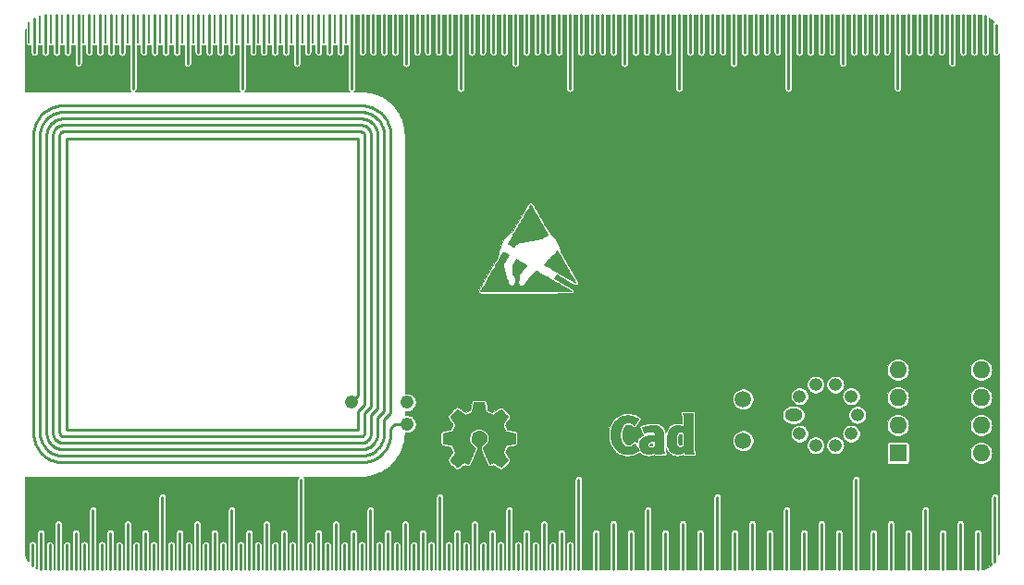
<source format=gtl>
G04 #@! TF.GenerationSoftware,KiCad,Pcbnew,(5.1.4)-1*
G04 #@! TF.CreationDate,2019-10-24T19:13:57-04:00*
G04 #@! TF.ProjectId,business card,62757369-6e65-4737-9320-636172642e6b,rev?*
G04 #@! TF.SameCoordinates,Original*
G04 #@! TF.FileFunction,Copper,L1,Top*
G04 #@! TF.FilePolarity,Positive*
%FSLAX46Y46*%
G04 Gerber Fmt 4.6, Leading zero omitted, Abs format (unit mm)*
G04 Created by KiCad (PCBNEW (5.1.4)-1) date 2019-10-24 19:13:57*
%MOMM*%
%LPD*%
G04 APERTURE LIST*
%ADD10C,0.010000*%
%ADD11C,1.500000*%
%ADD12O,1.200000X1.200000*%
%ADD13O,1.600000X1.200000*%
%ADD14R,1.600000X1.600000*%
%ADD15O,1.600000X1.600000*%
%ADD16C,1.209040*%
%ADD17C,0.150000*%
%ADD18C,0.250000*%
%ADD19C,0.025400*%
G04 APERTURE END LIST*
D10*
G36*
X97210878Y-68296166D02*
G01*
X97241876Y-68346538D01*
X97289634Y-68426341D01*
X97352194Y-68532180D01*
X97427597Y-68660659D01*
X97513885Y-68808384D01*
X97609101Y-68971958D01*
X97711285Y-69147987D01*
X97818481Y-69333075D01*
X97928729Y-69523827D01*
X98040071Y-69716847D01*
X98150550Y-69908741D01*
X98258207Y-70096111D01*
X98361084Y-70275565D01*
X98457223Y-70443705D01*
X98544665Y-70597137D01*
X98621453Y-70732465D01*
X98685628Y-70846294D01*
X98735233Y-70935229D01*
X98768309Y-70995874D01*
X98782897Y-71024833D01*
X98783431Y-71026644D01*
X98765321Y-71051217D01*
X98714980Y-71088807D01*
X98638395Y-71135722D01*
X98541552Y-71188274D01*
X98440167Y-71238213D01*
X98302215Y-71298769D01*
X98157142Y-71353179D01*
X97999950Y-71402651D01*
X97825643Y-71448395D01*
X97629222Y-71491620D01*
X97405689Y-71533534D01*
X97150048Y-71575347D01*
X96885606Y-71614284D01*
X96655852Y-71648828D01*
X96462917Y-71683026D01*
X96301964Y-71718577D01*
X96168155Y-71757182D01*
X96056650Y-71800539D01*
X95962614Y-71850348D01*
X95881206Y-71908309D01*
X95807590Y-71976120D01*
X95783851Y-72001312D01*
X95732397Y-72059958D01*
X95694334Y-72107815D01*
X95676677Y-72135958D01*
X95676206Y-72138265D01*
X95670028Y-72152416D01*
X95648590Y-72152575D01*
X95607533Y-72136861D01*
X95542501Y-72103391D01*
X95449137Y-72050281D01*
X95384252Y-72012088D01*
X95287501Y-71952385D01*
X95212312Y-71901263D01*
X95163739Y-71862399D01*
X95146835Y-71839472D01*
X95146845Y-71839305D01*
X95157328Y-71817456D01*
X95186931Y-71762739D01*
X95233938Y-71678136D01*
X95296629Y-71566629D01*
X95373286Y-71431201D01*
X95462191Y-71274833D01*
X95561626Y-71100507D01*
X95669872Y-70911206D01*
X95785211Y-70709911D01*
X95905924Y-70499605D01*
X96030294Y-70283271D01*
X96156601Y-70063889D01*
X96283127Y-69844442D01*
X96408155Y-69627912D01*
X96529965Y-69417281D01*
X96646839Y-69215532D01*
X96757060Y-69025647D01*
X96858908Y-68850606D01*
X96950665Y-68693394D01*
X97030613Y-68556991D01*
X97097034Y-68444380D01*
X97148209Y-68358543D01*
X97182420Y-68302462D01*
X97197948Y-68279119D01*
X97198598Y-68278621D01*
X97210878Y-68296166D01*
X97210878Y-68296166D01*
G37*
X97210878Y-68296166D02*
X97241876Y-68346538D01*
X97289634Y-68426341D01*
X97352194Y-68532180D01*
X97427597Y-68660659D01*
X97513885Y-68808384D01*
X97609101Y-68971958D01*
X97711285Y-69147987D01*
X97818481Y-69333075D01*
X97928729Y-69523827D01*
X98040071Y-69716847D01*
X98150550Y-69908741D01*
X98258207Y-70096111D01*
X98361084Y-70275565D01*
X98457223Y-70443705D01*
X98544665Y-70597137D01*
X98621453Y-70732465D01*
X98685628Y-70846294D01*
X98735233Y-70935229D01*
X98768309Y-70995874D01*
X98782897Y-71024833D01*
X98783431Y-71026644D01*
X98765321Y-71051217D01*
X98714980Y-71088807D01*
X98638395Y-71135722D01*
X98541552Y-71188274D01*
X98440167Y-71238213D01*
X98302215Y-71298769D01*
X98157142Y-71353179D01*
X97999950Y-71402651D01*
X97825643Y-71448395D01*
X97629222Y-71491620D01*
X97405689Y-71533534D01*
X97150048Y-71575347D01*
X96885606Y-71614284D01*
X96655852Y-71648828D01*
X96462917Y-71683026D01*
X96301964Y-71718577D01*
X96168155Y-71757182D01*
X96056650Y-71800539D01*
X95962614Y-71850348D01*
X95881206Y-71908309D01*
X95807590Y-71976120D01*
X95783851Y-72001312D01*
X95732397Y-72059958D01*
X95694334Y-72107815D01*
X95676677Y-72135958D01*
X95676206Y-72138265D01*
X95670028Y-72152416D01*
X95648590Y-72152575D01*
X95607533Y-72136861D01*
X95542501Y-72103391D01*
X95449137Y-72050281D01*
X95384252Y-72012088D01*
X95287501Y-71952385D01*
X95212312Y-71901263D01*
X95163739Y-71862399D01*
X95146835Y-71839472D01*
X95146845Y-71839305D01*
X95157328Y-71817456D01*
X95186931Y-71762739D01*
X95233938Y-71678136D01*
X95296629Y-71566629D01*
X95373286Y-71431201D01*
X95462191Y-71274833D01*
X95561626Y-71100507D01*
X95669872Y-70911206D01*
X95785211Y-70709911D01*
X95905924Y-70499605D01*
X96030294Y-70283271D01*
X96156601Y-70063889D01*
X96283127Y-69844442D01*
X96408155Y-69627912D01*
X96529965Y-69417281D01*
X96646839Y-69215532D01*
X96757060Y-69025647D01*
X96858908Y-68850606D01*
X96950665Y-68693394D01*
X97030613Y-68556991D01*
X97097034Y-68444380D01*
X97148209Y-68358543D01*
X97182420Y-68302462D01*
X97197948Y-68279119D01*
X97198598Y-68278621D01*
X97210878Y-68296166D01*
G36*
X99666146Y-72535908D02*
G01*
X99681469Y-72561590D01*
X99715911Y-72620469D01*
X99767769Y-72709602D01*
X99835340Y-72826049D01*
X99916921Y-72966867D01*
X100010809Y-73129114D01*
X100115299Y-73309849D01*
X100228690Y-73506130D01*
X100349278Y-73715016D01*
X100473313Y-73930017D01*
X100599987Y-74149649D01*
X100721608Y-74360495D01*
X100836412Y-74559499D01*
X100942638Y-74743607D01*
X101038523Y-74909765D01*
X101122302Y-75054917D01*
X101192214Y-75176009D01*
X101246496Y-75269988D01*
X101283385Y-75333797D01*
X101300731Y-75363719D01*
X101329007Y-75414271D01*
X101344382Y-75445914D01*
X101345224Y-75451420D01*
X101326488Y-75441082D01*
X101274386Y-75411407D01*
X101191640Y-75363968D01*
X101080975Y-75300333D01*
X100945114Y-75222074D01*
X100786781Y-75130759D01*
X100608698Y-75027960D01*
X100413590Y-74915247D01*
X100204180Y-74794189D01*
X99983191Y-74666357D01*
X99899113Y-74617702D01*
X99674170Y-74487567D01*
X99459524Y-74363497D01*
X99257932Y-74247077D01*
X99072148Y-74139893D01*
X98904928Y-74043531D01*
X98759027Y-73959578D01*
X98637201Y-73889620D01*
X98542204Y-73835243D01*
X98476792Y-73798034D01*
X98443720Y-73779578D01*
X98440262Y-73777830D01*
X98450339Y-73762005D01*
X98485407Y-73719692D01*
X98541885Y-73654790D01*
X98616193Y-73571196D01*
X98704752Y-73472809D01*
X98803980Y-73363525D01*
X98910298Y-73247244D01*
X99020125Y-73127862D01*
X99129882Y-73009277D01*
X99235988Y-72895388D01*
X99334862Y-72790092D01*
X99422926Y-72697287D01*
X99496599Y-72620870D01*
X99552300Y-72564740D01*
X99571403Y-72546335D01*
X99634708Y-72486872D01*
X99666146Y-72535908D01*
X99666146Y-72535908D01*
G37*
X99666146Y-72535908D02*
X99681469Y-72561590D01*
X99715911Y-72620469D01*
X99767769Y-72709602D01*
X99835340Y-72826049D01*
X99916921Y-72966867D01*
X100010809Y-73129114D01*
X100115299Y-73309849D01*
X100228690Y-73506130D01*
X100349278Y-73715016D01*
X100473313Y-73930017D01*
X100599987Y-74149649D01*
X100721608Y-74360495D01*
X100836412Y-74559499D01*
X100942638Y-74743607D01*
X101038523Y-74909765D01*
X101122302Y-75054917D01*
X101192214Y-75176009D01*
X101246496Y-75269988D01*
X101283385Y-75333797D01*
X101300731Y-75363719D01*
X101329007Y-75414271D01*
X101344382Y-75445914D01*
X101345224Y-75451420D01*
X101326488Y-75441082D01*
X101274386Y-75411407D01*
X101191640Y-75363968D01*
X101080975Y-75300333D01*
X100945114Y-75222074D01*
X100786781Y-75130759D01*
X100608698Y-75027960D01*
X100413590Y-74915247D01*
X100204180Y-74794189D01*
X99983191Y-74666357D01*
X99899113Y-74617702D01*
X99674170Y-74487567D01*
X99459524Y-74363497D01*
X99257932Y-74247077D01*
X99072148Y-74139893D01*
X98904928Y-74043531D01*
X98759027Y-73959578D01*
X98637201Y-73889620D01*
X98542204Y-73835243D01*
X98476792Y-73798034D01*
X98443720Y-73779578D01*
X98440262Y-73777830D01*
X98450339Y-73762005D01*
X98485407Y-73719692D01*
X98541885Y-73654790D01*
X98616193Y-73571196D01*
X98704752Y-73472809D01*
X98803980Y-73363525D01*
X98910298Y-73247244D01*
X99020125Y-73127862D01*
X99129882Y-73009277D01*
X99235988Y-72895388D01*
X99334862Y-72790092D01*
X99422926Y-72697287D01*
X99496599Y-72620870D01*
X99552300Y-72564740D01*
X99571403Y-72546335D01*
X99634708Y-72486872D01*
X99666146Y-72535908D01*
G36*
X94730749Y-72612036D02*
G01*
X94774544Y-72628972D01*
X94841293Y-72662601D01*
X94937137Y-72715334D01*
X94944599Y-72719525D01*
X95032871Y-72770001D01*
X95107363Y-72814223D01*
X95160760Y-72847731D01*
X95185746Y-72866064D01*
X95186445Y-72866962D01*
X95180409Y-72892414D01*
X95152723Y-72949255D01*
X95105188Y-73034389D01*
X95039611Y-73144717D01*
X94957797Y-73277144D01*
X94861548Y-73428571D01*
X94837594Y-73465707D01*
X94775183Y-73568757D01*
X94729737Y-73657432D01*
X94705246Y-73723714D01*
X94702733Y-73736807D01*
X94703848Y-73794443D01*
X94716343Y-73885865D01*
X94738660Y-74005208D01*
X94769240Y-74146609D01*
X94806528Y-74304203D01*
X94848965Y-74472126D01*
X94894994Y-74644514D01*
X94943057Y-74815501D01*
X94991597Y-74979224D01*
X95039057Y-75129818D01*
X95083878Y-75261420D01*
X95124503Y-75368163D01*
X95152823Y-75431494D01*
X95186183Y-75498957D01*
X95217682Y-75563511D01*
X95219387Y-75567045D01*
X95271498Y-75632250D01*
X95347554Y-75676156D01*
X95436092Y-75697197D01*
X95525648Y-75693807D01*
X95604758Y-75664423D01*
X95649264Y-75625736D01*
X95713356Y-75519636D01*
X95760322Y-75387405D01*
X95786090Y-75242527D01*
X95789741Y-75160394D01*
X95775039Y-75007105D01*
X95731890Y-74880166D01*
X95657972Y-74773418D01*
X95634921Y-74749657D01*
X95566325Y-74683009D01*
X95561614Y-74211916D01*
X95556903Y-73740822D01*
X95676946Y-73559106D01*
X95733277Y-73476856D01*
X95787528Y-73402865D01*
X95831959Y-73347448D01*
X95851056Y-73327056D01*
X95905124Y-73276723D01*
X95978350Y-73316158D01*
X96024633Y-73344415D01*
X96049957Y-73366354D01*
X96051576Y-73370299D01*
X96068884Y-73387023D01*
X96098497Y-73399476D01*
X96127114Y-73410700D01*
X96170934Y-73432024D01*
X96233718Y-73465529D01*
X96319228Y-73513296D01*
X96431226Y-73577407D01*
X96573473Y-73659944D01*
X96650773Y-73705065D01*
X96741702Y-73759111D01*
X96801339Y-73797604D01*
X96834961Y-73825044D01*
X96847844Y-73845934D01*
X96845265Y-73864775D01*
X96843115Y-73869152D01*
X96822197Y-73896714D01*
X96777440Y-73948416D01*
X96714057Y-74018475D01*
X96637262Y-74101107D01*
X96570844Y-74171156D01*
X96417790Y-74337414D01*
X96298056Y-74481519D01*
X96210573Y-74604921D01*
X96154274Y-74709068D01*
X96135284Y-74761954D01*
X96127440Y-74808250D01*
X96119338Y-74887221D01*
X96111691Y-74989846D01*
X96105212Y-75107103D01*
X96102163Y-75181248D01*
X96097908Y-75309427D01*
X96096036Y-75403138D01*
X96097099Y-75469583D01*
X96101646Y-75515961D01*
X96110227Y-75549474D01*
X96123394Y-75577321D01*
X96133735Y-75594324D01*
X96193456Y-75659862D01*
X96270411Y-75705532D01*
X96351380Y-75725450D01*
X96412058Y-75718244D01*
X96466999Y-75687066D01*
X96535867Y-75631230D01*
X96609005Y-75560474D01*
X96676752Y-75484537D01*
X96729450Y-75413159D01*
X96748853Y-75378668D01*
X96777919Y-75331441D01*
X96830783Y-75259506D01*
X96902616Y-75168485D01*
X96988588Y-75064000D01*
X97083868Y-74951675D01*
X97183627Y-74837130D01*
X97283034Y-74725990D01*
X97377259Y-74623875D01*
X97461473Y-74536408D01*
X97527591Y-74472198D01*
X97600999Y-74408057D01*
X97662753Y-74360763D01*
X97706066Y-74335235D01*
X97720445Y-74332429D01*
X97742479Y-74343752D01*
X97797438Y-74374144D01*
X97882152Y-74421780D01*
X97993448Y-74484835D01*
X98128156Y-74561485D01*
X98283103Y-74649905D01*
X98455119Y-74748270D01*
X98641032Y-74854756D01*
X98837670Y-74967537D01*
X99041863Y-75084789D01*
X99250439Y-75204687D01*
X99460225Y-75325407D01*
X99668052Y-75445123D01*
X99870747Y-75562011D01*
X100065140Y-75674246D01*
X100248058Y-75780004D01*
X100416330Y-75877460D01*
X100566785Y-75964788D01*
X100696251Y-76040165D01*
X100801557Y-76101765D01*
X100879532Y-76147764D01*
X100927004Y-76176337D01*
X100940763Y-76185304D01*
X100922231Y-76187076D01*
X100863933Y-76188799D01*
X100767809Y-76190464D01*
X100635799Y-76192063D01*
X100469846Y-76193587D01*
X100271889Y-76195029D01*
X100043870Y-76196380D01*
X99787729Y-76197632D01*
X99505408Y-76198776D01*
X99198847Y-76199804D01*
X98869987Y-76200708D01*
X98520769Y-76201479D01*
X98153135Y-76202109D01*
X97769024Y-76202590D01*
X97370377Y-76202914D01*
X96959137Y-76203072D01*
X96786580Y-76203087D01*
X92612586Y-76203087D01*
X92910268Y-75686954D01*
X92973286Y-75577665D01*
X93054406Y-75436940D01*
X93150916Y-75269486D01*
X93260103Y-75080012D01*
X93379255Y-74873223D01*
X93505660Y-74653828D01*
X93636605Y-74426533D01*
X93769379Y-74196046D01*
X93901269Y-73967073D01*
X93934624Y-73909163D01*
X94056247Y-73698232D01*
X94172228Y-73497535D01*
X94280825Y-73310059D01*
X94380294Y-73138792D01*
X94468892Y-72986723D01*
X94544878Y-72856838D01*
X94606507Y-72752125D01*
X94652037Y-72675573D01*
X94679725Y-72630169D01*
X94687472Y-72618609D01*
X94703772Y-72609385D01*
X94730749Y-72612036D01*
X94730749Y-72612036D01*
G37*
X94730749Y-72612036D02*
X94774544Y-72628972D01*
X94841293Y-72662601D01*
X94937137Y-72715334D01*
X94944599Y-72719525D01*
X95032871Y-72770001D01*
X95107363Y-72814223D01*
X95160760Y-72847731D01*
X95185746Y-72866064D01*
X95186445Y-72866962D01*
X95180409Y-72892414D01*
X95152723Y-72949255D01*
X95105188Y-73034389D01*
X95039611Y-73144717D01*
X94957797Y-73277144D01*
X94861548Y-73428571D01*
X94837594Y-73465707D01*
X94775183Y-73568757D01*
X94729737Y-73657432D01*
X94705246Y-73723714D01*
X94702733Y-73736807D01*
X94703848Y-73794443D01*
X94716343Y-73885865D01*
X94738660Y-74005208D01*
X94769240Y-74146609D01*
X94806528Y-74304203D01*
X94848965Y-74472126D01*
X94894994Y-74644514D01*
X94943057Y-74815501D01*
X94991597Y-74979224D01*
X95039057Y-75129818D01*
X95083878Y-75261420D01*
X95124503Y-75368163D01*
X95152823Y-75431494D01*
X95186183Y-75498957D01*
X95217682Y-75563511D01*
X95219387Y-75567045D01*
X95271498Y-75632250D01*
X95347554Y-75676156D01*
X95436092Y-75697197D01*
X95525648Y-75693807D01*
X95604758Y-75664423D01*
X95649264Y-75625736D01*
X95713356Y-75519636D01*
X95760322Y-75387405D01*
X95786090Y-75242527D01*
X95789741Y-75160394D01*
X95775039Y-75007105D01*
X95731890Y-74880166D01*
X95657972Y-74773418D01*
X95634921Y-74749657D01*
X95566325Y-74683009D01*
X95561614Y-74211916D01*
X95556903Y-73740822D01*
X95676946Y-73559106D01*
X95733277Y-73476856D01*
X95787528Y-73402865D01*
X95831959Y-73347448D01*
X95851056Y-73327056D01*
X95905124Y-73276723D01*
X95978350Y-73316158D01*
X96024633Y-73344415D01*
X96049957Y-73366354D01*
X96051576Y-73370299D01*
X96068884Y-73387023D01*
X96098497Y-73399476D01*
X96127114Y-73410700D01*
X96170934Y-73432024D01*
X96233718Y-73465529D01*
X96319228Y-73513296D01*
X96431226Y-73577407D01*
X96573473Y-73659944D01*
X96650773Y-73705065D01*
X96741702Y-73759111D01*
X96801339Y-73797604D01*
X96834961Y-73825044D01*
X96847844Y-73845934D01*
X96845265Y-73864775D01*
X96843115Y-73869152D01*
X96822197Y-73896714D01*
X96777440Y-73948416D01*
X96714057Y-74018475D01*
X96637262Y-74101107D01*
X96570844Y-74171156D01*
X96417790Y-74337414D01*
X96298056Y-74481519D01*
X96210573Y-74604921D01*
X96154274Y-74709068D01*
X96135284Y-74761954D01*
X96127440Y-74808250D01*
X96119338Y-74887221D01*
X96111691Y-74989846D01*
X96105212Y-75107103D01*
X96102163Y-75181248D01*
X96097908Y-75309427D01*
X96096036Y-75403138D01*
X96097099Y-75469583D01*
X96101646Y-75515961D01*
X96110227Y-75549474D01*
X96123394Y-75577321D01*
X96133735Y-75594324D01*
X96193456Y-75659862D01*
X96270411Y-75705532D01*
X96351380Y-75725450D01*
X96412058Y-75718244D01*
X96466999Y-75687066D01*
X96535867Y-75631230D01*
X96609005Y-75560474D01*
X96676752Y-75484537D01*
X96729450Y-75413159D01*
X96748853Y-75378668D01*
X96777919Y-75331441D01*
X96830783Y-75259506D01*
X96902616Y-75168485D01*
X96988588Y-75064000D01*
X97083868Y-74951675D01*
X97183627Y-74837130D01*
X97283034Y-74725990D01*
X97377259Y-74623875D01*
X97461473Y-74536408D01*
X97527591Y-74472198D01*
X97600999Y-74408057D01*
X97662753Y-74360763D01*
X97706066Y-74335235D01*
X97720445Y-74332429D01*
X97742479Y-74343752D01*
X97797438Y-74374144D01*
X97882152Y-74421780D01*
X97993448Y-74484835D01*
X98128156Y-74561485D01*
X98283103Y-74649905D01*
X98455119Y-74748270D01*
X98641032Y-74854756D01*
X98837670Y-74967537D01*
X99041863Y-75084789D01*
X99250439Y-75204687D01*
X99460225Y-75325407D01*
X99668052Y-75445123D01*
X99870747Y-75562011D01*
X100065140Y-75674246D01*
X100248058Y-75780004D01*
X100416330Y-75877460D01*
X100566785Y-75964788D01*
X100696251Y-76040165D01*
X100801557Y-76101765D01*
X100879532Y-76147764D01*
X100927004Y-76176337D01*
X100940763Y-76185304D01*
X100922231Y-76187076D01*
X100863933Y-76188799D01*
X100767809Y-76190464D01*
X100635799Y-76192063D01*
X100469846Y-76193587D01*
X100271889Y-76195029D01*
X100043870Y-76196380D01*
X99787729Y-76197632D01*
X99505408Y-76198776D01*
X99198847Y-76199804D01*
X98869987Y-76200708D01*
X98520769Y-76201479D01*
X98153135Y-76202109D01*
X97769024Y-76202590D01*
X97370377Y-76202914D01*
X96959137Y-76203072D01*
X96786580Y-76203087D01*
X92612586Y-76203087D01*
X92910268Y-75686954D01*
X92973286Y-75577665D01*
X93054406Y-75436940D01*
X93150916Y-75269486D01*
X93260103Y-75080012D01*
X93379255Y-74873223D01*
X93505660Y-74653828D01*
X93636605Y-74426533D01*
X93769379Y-74196046D01*
X93901269Y-73967073D01*
X93934624Y-73909163D01*
X94056247Y-73698232D01*
X94172228Y-73497535D01*
X94280825Y-73310059D01*
X94380294Y-73138792D01*
X94468892Y-72986723D01*
X94544878Y-72856838D01*
X94606507Y-72752125D01*
X94652037Y-72675573D01*
X94679725Y-72630169D01*
X94687472Y-72618609D01*
X94703772Y-72609385D01*
X94730749Y-72612036D01*
G36*
X106181929Y-87579071D02*
G01*
X106342070Y-87600245D01*
X106506010Y-87640385D01*
X106675813Y-87699889D01*
X106853543Y-87779154D01*
X106864810Y-87784699D01*
X106922505Y-87812725D01*
X106974052Y-87836802D01*
X107015691Y-87855249D01*
X107043662Y-87866386D01*
X107053233Y-87868933D01*
X107072450Y-87873941D01*
X107077061Y-87878147D01*
X107071958Y-87888580D01*
X107055918Y-87914868D01*
X107030788Y-87954257D01*
X106998414Y-88003991D01*
X106960643Y-88061315D01*
X106919322Y-88123476D01*
X106876298Y-88187718D01*
X106833417Y-88251285D01*
X106792526Y-88311425D01*
X106755471Y-88365380D01*
X106724100Y-88410397D01*
X106700259Y-88443721D01*
X106685794Y-88462597D01*
X106683809Y-88464787D01*
X106673691Y-88460138D01*
X106651350Y-88442962D01*
X106620780Y-88416440D01*
X106605036Y-88401964D01*
X106508547Y-88326682D01*
X106401836Y-88271241D01*
X106286332Y-88236141D01*
X106163462Y-88221880D01*
X106094061Y-88223051D01*
X105972923Y-88240212D01*
X105863705Y-88276094D01*
X105766082Y-88330959D01*
X105679728Y-88405070D01*
X105604315Y-88498688D01*
X105539518Y-88612076D01*
X105502101Y-88698667D01*
X105458248Y-88834366D01*
X105425928Y-88981850D01*
X105405057Y-89137314D01*
X105395551Y-89296956D01*
X105397327Y-89456973D01*
X105410303Y-89613561D01*
X105434394Y-89762918D01*
X105469518Y-89901240D01*
X105515592Y-90024724D01*
X105531873Y-90058978D01*
X105600120Y-90173064D01*
X105680579Y-90269557D01*
X105772070Y-90347670D01*
X105873411Y-90406617D01*
X105983420Y-90445612D01*
X106100915Y-90463868D01*
X106142383Y-90465211D01*
X106263941Y-90454290D01*
X106384378Y-90421474D01*
X106502166Y-90367439D01*
X106615777Y-90292865D01*
X106707185Y-90214539D01*
X106753715Y-90170008D01*
X106934983Y-90467271D01*
X106980080Y-90541433D01*
X107021319Y-90609646D01*
X107057235Y-90669459D01*
X107086366Y-90718420D01*
X107107250Y-90754079D01*
X107118424Y-90773984D01*
X107119875Y-90777079D01*
X107111646Y-90786718D01*
X107086067Y-90803999D01*
X107046373Y-90827283D01*
X106995797Y-90854934D01*
X106937574Y-90885315D01*
X106874937Y-90916790D01*
X106811121Y-90947722D01*
X106749360Y-90976473D01*
X106692888Y-91001408D01*
X106644938Y-91020889D01*
X106621486Y-91029318D01*
X106487721Y-91067133D01*
X106349827Y-91092136D01*
X106202122Y-91105140D01*
X106075333Y-91107468D01*
X106007378Y-91106373D01*
X105941777Y-91104275D01*
X105884347Y-91101434D01*
X105840903Y-91098106D01*
X105826798Y-91096422D01*
X105687784Y-91067587D01*
X105546257Y-91022468D01*
X105408775Y-90963750D01*
X105281894Y-90894120D01*
X105204389Y-90841441D01*
X105076981Y-90733239D01*
X104958678Y-90606671D01*
X104851672Y-90464866D01*
X104758152Y-90310951D01*
X104680310Y-90148053D01*
X104636456Y-90030756D01*
X104586208Y-89847128D01*
X104552709Y-89652581D01*
X104535949Y-89451325D01*
X104535916Y-89247568D01*
X104552601Y-89045521D01*
X104585993Y-88849392D01*
X104636080Y-88663391D01*
X104639897Y-88651803D01*
X104702781Y-88489750D01*
X104779528Y-88341832D01*
X104872742Y-88203865D01*
X104985027Y-88071661D01*
X105028892Y-88026399D01*
X105165034Y-87902457D01*
X105304991Y-87799915D01*
X105450911Y-87717656D01*
X105604942Y-87654564D01*
X105769232Y-87609523D01*
X105864789Y-87592033D01*
X106023523Y-87576466D01*
X106181929Y-87579071D01*
X106181929Y-87579071D01*
G37*
X106181929Y-87579071D02*
X106342070Y-87600245D01*
X106506010Y-87640385D01*
X106675813Y-87699889D01*
X106853543Y-87779154D01*
X106864810Y-87784699D01*
X106922505Y-87812725D01*
X106974052Y-87836802D01*
X107015691Y-87855249D01*
X107043662Y-87866386D01*
X107053233Y-87868933D01*
X107072450Y-87873941D01*
X107077061Y-87878147D01*
X107071958Y-87888580D01*
X107055918Y-87914868D01*
X107030788Y-87954257D01*
X106998414Y-88003991D01*
X106960643Y-88061315D01*
X106919322Y-88123476D01*
X106876298Y-88187718D01*
X106833417Y-88251285D01*
X106792526Y-88311425D01*
X106755471Y-88365380D01*
X106724100Y-88410397D01*
X106700259Y-88443721D01*
X106685794Y-88462597D01*
X106683809Y-88464787D01*
X106673691Y-88460138D01*
X106651350Y-88442962D01*
X106620780Y-88416440D01*
X106605036Y-88401964D01*
X106508547Y-88326682D01*
X106401836Y-88271241D01*
X106286332Y-88236141D01*
X106163462Y-88221880D01*
X106094061Y-88223051D01*
X105972923Y-88240212D01*
X105863705Y-88276094D01*
X105766082Y-88330959D01*
X105679728Y-88405070D01*
X105604315Y-88498688D01*
X105539518Y-88612076D01*
X105502101Y-88698667D01*
X105458248Y-88834366D01*
X105425928Y-88981850D01*
X105405057Y-89137314D01*
X105395551Y-89296956D01*
X105397327Y-89456973D01*
X105410303Y-89613561D01*
X105434394Y-89762918D01*
X105469518Y-89901240D01*
X105515592Y-90024724D01*
X105531873Y-90058978D01*
X105600120Y-90173064D01*
X105680579Y-90269557D01*
X105772070Y-90347670D01*
X105873411Y-90406617D01*
X105983420Y-90445612D01*
X106100915Y-90463868D01*
X106142383Y-90465211D01*
X106263941Y-90454290D01*
X106384378Y-90421474D01*
X106502166Y-90367439D01*
X106615777Y-90292865D01*
X106707185Y-90214539D01*
X106753715Y-90170008D01*
X106934983Y-90467271D01*
X106980080Y-90541433D01*
X107021319Y-90609646D01*
X107057235Y-90669459D01*
X107086366Y-90718420D01*
X107107250Y-90754079D01*
X107118424Y-90773984D01*
X107119875Y-90777079D01*
X107111646Y-90786718D01*
X107086067Y-90803999D01*
X107046373Y-90827283D01*
X106995797Y-90854934D01*
X106937574Y-90885315D01*
X106874937Y-90916790D01*
X106811121Y-90947722D01*
X106749360Y-90976473D01*
X106692888Y-91001408D01*
X106644938Y-91020889D01*
X106621486Y-91029318D01*
X106487721Y-91067133D01*
X106349827Y-91092136D01*
X106202122Y-91105140D01*
X106075333Y-91107468D01*
X106007378Y-91106373D01*
X105941777Y-91104275D01*
X105884347Y-91101434D01*
X105840903Y-91098106D01*
X105826798Y-91096422D01*
X105687784Y-91067587D01*
X105546257Y-91022468D01*
X105408775Y-90963750D01*
X105281894Y-90894120D01*
X105204389Y-90841441D01*
X105076981Y-90733239D01*
X104958678Y-90606671D01*
X104851672Y-90464866D01*
X104758152Y-90310951D01*
X104680310Y-90148053D01*
X104636456Y-90030756D01*
X104586208Y-89847128D01*
X104552709Y-89652581D01*
X104535949Y-89451325D01*
X104535916Y-89247568D01*
X104552601Y-89045521D01*
X104585993Y-88849392D01*
X104636080Y-88663391D01*
X104639897Y-88651803D01*
X104702781Y-88489750D01*
X104779528Y-88341832D01*
X104872742Y-88203865D01*
X104985027Y-88071661D01*
X105028892Y-88026399D01*
X105165034Y-87902457D01*
X105304991Y-87799915D01*
X105450911Y-87717656D01*
X105604942Y-87654564D01*
X105769232Y-87609523D01*
X105864789Y-87592033D01*
X106023523Y-87576466D01*
X106181929Y-87579071D01*
G36*
X108527074Y-88496552D02*
G01*
X108678992Y-88516567D01*
X108814256Y-88550202D01*
X108933739Y-88597725D01*
X109038315Y-88659405D01*
X109115924Y-88722965D01*
X109184765Y-88797099D01*
X109238506Y-88876871D01*
X109281410Y-88969091D01*
X109296884Y-89012161D01*
X109309744Y-89051142D01*
X109320946Y-89087289D01*
X109330620Y-89122434D01*
X109338896Y-89158410D01*
X109345903Y-89197050D01*
X109351772Y-89240185D01*
X109356631Y-89289649D01*
X109360610Y-89347273D01*
X109363840Y-89414891D01*
X109366449Y-89494334D01*
X109368567Y-89587436D01*
X109370324Y-89696027D01*
X109371849Y-89821942D01*
X109373272Y-89967012D01*
X109374525Y-90109778D01*
X109375851Y-90265968D01*
X109377056Y-90401239D01*
X109378266Y-90517246D01*
X109379606Y-90615645D01*
X109381200Y-90698093D01*
X109383175Y-90766246D01*
X109385656Y-90821760D01*
X109388769Y-90866292D01*
X109392638Y-90901498D01*
X109397389Y-90929034D01*
X109403148Y-90950556D01*
X109410039Y-90967722D01*
X109418189Y-90982186D01*
X109427723Y-90995606D01*
X109438766Y-91009638D01*
X109443066Y-91015071D01*
X109458886Y-91037910D01*
X109465922Y-91053463D01*
X109465944Y-91053922D01*
X109455067Y-91056121D01*
X109424082Y-91058147D01*
X109375457Y-91059942D01*
X109311663Y-91061451D01*
X109235169Y-91062616D01*
X109148444Y-91063380D01*
X109053957Y-91063686D01*
X109043050Y-91063689D01*
X108620157Y-91063689D01*
X108616895Y-90967622D01*
X108613633Y-90871556D01*
X108551544Y-90922543D01*
X108454214Y-90990057D01*
X108344313Y-91044749D01*
X108257849Y-91074978D01*
X108188778Y-91089666D01*
X108105425Y-91099659D01*
X108015659Y-91104646D01*
X107927345Y-91104313D01*
X107848351Y-91098351D01*
X107812122Y-91092638D01*
X107672103Y-91054776D01*
X107545678Y-90999932D01*
X107433760Y-90928924D01*
X107337262Y-90842568D01*
X107257100Y-90741679D01*
X107194187Y-90627076D01*
X107149812Y-90500984D01*
X107137478Y-90444401D01*
X107129868Y-90382202D01*
X107126239Y-90307363D01*
X107125745Y-90273467D01*
X107125810Y-90270282D01*
X107885748Y-90270282D01*
X107895041Y-90345333D01*
X107923228Y-90409160D01*
X107971697Y-90464798D01*
X107976754Y-90469211D01*
X108025048Y-90504037D01*
X108076757Y-90526620D01*
X108137489Y-90538540D01*
X108212852Y-90541383D01*
X108230959Y-90540978D01*
X108284778Y-90538325D01*
X108324808Y-90532909D01*
X108359824Y-90522745D01*
X108398603Y-90505850D01*
X108409245Y-90500672D01*
X108469896Y-90464844D01*
X108516715Y-90422212D01*
X108529452Y-90406973D01*
X108574122Y-90350462D01*
X108574122Y-90154586D01*
X108573586Y-90075939D01*
X108571896Y-90017988D01*
X108568928Y-89978875D01*
X108564557Y-89956741D01*
X108560472Y-89950274D01*
X108544547Y-89947111D01*
X108510764Y-89944488D01*
X108463840Y-89942655D01*
X108408493Y-89941857D01*
X108399606Y-89941842D01*
X108278830Y-89947096D01*
X108176160Y-89963263D01*
X108089606Y-89990961D01*
X108017181Y-90030808D01*
X107962251Y-90077758D01*
X107917704Y-90135645D01*
X107892980Y-90198693D01*
X107885748Y-90270282D01*
X107125810Y-90270282D01*
X107127678Y-90179712D01*
X107136022Y-90100812D01*
X107152268Y-90029590D01*
X107177905Y-89958864D01*
X107201901Y-89906493D01*
X107260520Y-89811196D01*
X107338617Y-89723170D01*
X107433815Y-89644017D01*
X107543738Y-89575340D01*
X107666010Y-89518741D01*
X107798255Y-89475821D01*
X107862922Y-89460882D01*
X107999104Y-89438777D01*
X108147549Y-89424194D01*
X108299005Y-89417813D01*
X108425564Y-89419445D01*
X108587450Y-89426224D01*
X108580030Y-89367245D01*
X108560738Y-89268092D01*
X108529604Y-89187372D01*
X108485769Y-89124466D01*
X108428371Y-89078756D01*
X108356548Y-89049622D01*
X108269441Y-89036447D01*
X108166186Y-89038611D01*
X108128211Y-89042612D01*
X107987020Y-89067780D01*
X107850207Y-89108814D01*
X107755678Y-89146815D01*
X107710518Y-89166190D01*
X107672085Y-89181760D01*
X107645734Y-89191405D01*
X107638046Y-89193452D01*
X107628302Y-89184374D01*
X107611583Y-89155405D01*
X107587732Y-89106217D01*
X107556593Y-89036484D01*
X107518007Y-88945879D01*
X107511410Y-88930089D01*
X107481353Y-88857772D01*
X107454374Y-88792425D01*
X107431636Y-88736906D01*
X107414306Y-88694072D01*
X107403548Y-88666781D01*
X107400441Y-88657942D01*
X107410440Y-88653187D01*
X107436717Y-88647910D01*
X107464989Y-88644231D01*
X107495146Y-88639474D01*
X107542933Y-88630028D01*
X107604112Y-88616820D01*
X107674446Y-88600776D01*
X107749694Y-88582820D01*
X107778255Y-88575797D01*
X107883316Y-88550209D01*
X107970980Y-88530147D01*
X108045568Y-88514969D01*
X108111403Y-88504035D01*
X108172807Y-88496704D01*
X108234102Y-88492335D01*
X108299610Y-88490287D01*
X108357628Y-88489889D01*
X108527074Y-88496552D01*
X108527074Y-88496552D01*
G37*
X108527074Y-88496552D02*
X108678992Y-88516567D01*
X108814256Y-88550202D01*
X108933739Y-88597725D01*
X109038315Y-88659405D01*
X109115924Y-88722965D01*
X109184765Y-88797099D01*
X109238506Y-88876871D01*
X109281410Y-88969091D01*
X109296884Y-89012161D01*
X109309744Y-89051142D01*
X109320946Y-89087289D01*
X109330620Y-89122434D01*
X109338896Y-89158410D01*
X109345903Y-89197050D01*
X109351772Y-89240185D01*
X109356631Y-89289649D01*
X109360610Y-89347273D01*
X109363840Y-89414891D01*
X109366449Y-89494334D01*
X109368567Y-89587436D01*
X109370324Y-89696027D01*
X109371849Y-89821942D01*
X109373272Y-89967012D01*
X109374525Y-90109778D01*
X109375851Y-90265968D01*
X109377056Y-90401239D01*
X109378266Y-90517246D01*
X109379606Y-90615645D01*
X109381200Y-90698093D01*
X109383175Y-90766246D01*
X109385656Y-90821760D01*
X109388769Y-90866292D01*
X109392638Y-90901498D01*
X109397389Y-90929034D01*
X109403148Y-90950556D01*
X109410039Y-90967722D01*
X109418189Y-90982186D01*
X109427723Y-90995606D01*
X109438766Y-91009638D01*
X109443066Y-91015071D01*
X109458886Y-91037910D01*
X109465922Y-91053463D01*
X109465944Y-91053922D01*
X109455067Y-91056121D01*
X109424082Y-91058147D01*
X109375457Y-91059942D01*
X109311663Y-91061451D01*
X109235169Y-91062616D01*
X109148444Y-91063380D01*
X109053957Y-91063686D01*
X109043050Y-91063689D01*
X108620157Y-91063689D01*
X108616895Y-90967622D01*
X108613633Y-90871556D01*
X108551544Y-90922543D01*
X108454214Y-90990057D01*
X108344313Y-91044749D01*
X108257849Y-91074978D01*
X108188778Y-91089666D01*
X108105425Y-91099659D01*
X108015659Y-91104646D01*
X107927345Y-91104313D01*
X107848351Y-91098351D01*
X107812122Y-91092638D01*
X107672103Y-91054776D01*
X107545678Y-90999932D01*
X107433760Y-90928924D01*
X107337262Y-90842568D01*
X107257100Y-90741679D01*
X107194187Y-90627076D01*
X107149812Y-90500984D01*
X107137478Y-90444401D01*
X107129868Y-90382202D01*
X107126239Y-90307363D01*
X107125745Y-90273467D01*
X107125810Y-90270282D01*
X107885748Y-90270282D01*
X107895041Y-90345333D01*
X107923228Y-90409160D01*
X107971697Y-90464798D01*
X107976754Y-90469211D01*
X108025048Y-90504037D01*
X108076757Y-90526620D01*
X108137489Y-90538540D01*
X108212852Y-90541383D01*
X108230959Y-90540978D01*
X108284778Y-90538325D01*
X108324808Y-90532909D01*
X108359824Y-90522745D01*
X108398603Y-90505850D01*
X108409245Y-90500672D01*
X108469896Y-90464844D01*
X108516715Y-90422212D01*
X108529452Y-90406973D01*
X108574122Y-90350462D01*
X108574122Y-90154586D01*
X108573586Y-90075939D01*
X108571896Y-90017988D01*
X108568928Y-89978875D01*
X108564557Y-89956741D01*
X108560472Y-89950274D01*
X108544547Y-89947111D01*
X108510764Y-89944488D01*
X108463840Y-89942655D01*
X108408493Y-89941857D01*
X108399606Y-89941842D01*
X108278830Y-89947096D01*
X108176160Y-89963263D01*
X108089606Y-89990961D01*
X108017181Y-90030808D01*
X107962251Y-90077758D01*
X107917704Y-90135645D01*
X107892980Y-90198693D01*
X107885748Y-90270282D01*
X107125810Y-90270282D01*
X107127678Y-90179712D01*
X107136022Y-90100812D01*
X107152268Y-90029590D01*
X107177905Y-89958864D01*
X107201901Y-89906493D01*
X107260520Y-89811196D01*
X107338617Y-89723170D01*
X107433815Y-89644017D01*
X107543738Y-89575340D01*
X107666010Y-89518741D01*
X107798255Y-89475821D01*
X107862922Y-89460882D01*
X107999104Y-89438777D01*
X108147549Y-89424194D01*
X108299005Y-89417813D01*
X108425564Y-89419445D01*
X108587450Y-89426224D01*
X108580030Y-89367245D01*
X108560738Y-89268092D01*
X108529604Y-89187372D01*
X108485769Y-89124466D01*
X108428371Y-89078756D01*
X108356548Y-89049622D01*
X108269441Y-89036447D01*
X108166186Y-89038611D01*
X108128211Y-89042612D01*
X107987020Y-89067780D01*
X107850207Y-89108814D01*
X107755678Y-89146815D01*
X107710518Y-89166190D01*
X107672085Y-89181760D01*
X107645734Y-89191405D01*
X107638046Y-89193452D01*
X107628302Y-89184374D01*
X107611583Y-89155405D01*
X107587732Y-89106217D01*
X107556593Y-89036484D01*
X107518007Y-88945879D01*
X107511410Y-88930089D01*
X107481353Y-88857772D01*
X107454374Y-88792425D01*
X107431636Y-88736906D01*
X107414306Y-88694072D01*
X107403548Y-88666781D01*
X107400441Y-88657942D01*
X107410440Y-88653187D01*
X107436717Y-88647910D01*
X107464989Y-88644231D01*
X107495146Y-88639474D01*
X107542933Y-88630028D01*
X107604112Y-88616820D01*
X107674446Y-88600776D01*
X107749694Y-88582820D01*
X107778255Y-88575797D01*
X107883316Y-88550209D01*
X107970980Y-88530147D01*
X108045568Y-88514969D01*
X108111403Y-88504035D01*
X108172807Y-88496704D01*
X108234102Y-88492335D01*
X108299610Y-88490287D01*
X108357628Y-88489889D01*
X108527074Y-88496552D01*
G36*
X112040007Y-89102245D02*
G01*
X112040026Y-89336662D01*
X112040052Y-89549603D01*
X112040125Y-89742168D01*
X112040282Y-89915459D01*
X112040564Y-90070576D01*
X112041009Y-90208620D01*
X112041656Y-90330692D01*
X112042545Y-90437894D01*
X112043713Y-90531326D01*
X112045201Y-90612090D01*
X112047046Y-90681286D01*
X112049289Y-90740015D01*
X112051969Y-90789379D01*
X112055123Y-90830478D01*
X112058792Y-90864413D01*
X112063013Y-90892286D01*
X112067827Y-90915198D01*
X112073273Y-90934249D01*
X112079388Y-90950540D01*
X112086212Y-90965173D01*
X112093785Y-90979249D01*
X112102145Y-90993868D01*
X112107339Y-91002974D01*
X112141604Y-91063689D01*
X111283455Y-91063689D01*
X111283455Y-90967733D01*
X111282724Y-90924370D01*
X111280772Y-90891205D01*
X111277963Y-90873424D01*
X111276721Y-90871778D01*
X111265299Y-90878662D01*
X111242584Y-90896505D01*
X111219885Y-90915879D01*
X111165300Y-90956614D01*
X111095821Y-90997617D01*
X111018770Y-91035123D01*
X110941465Y-91065364D01*
X110910613Y-91075012D01*
X110842116Y-91089578D01*
X110759264Y-91099539D01*
X110669871Y-91104583D01*
X110581748Y-91104396D01*
X110502707Y-91098666D01*
X110465011Y-91092858D01*
X110326914Y-91054797D01*
X110199613Y-90997073D01*
X110083792Y-90920211D01*
X109980137Y-90824739D01*
X109889333Y-90711179D01*
X109822531Y-90600381D01*
X109767664Y-90483625D01*
X109725663Y-90364276D01*
X109695667Y-90238283D01*
X109676811Y-90101594D01*
X109668232Y-89950158D01*
X109667506Y-89872711D01*
X109669600Y-89815934D01*
X110498717Y-89815934D01*
X110498924Y-89909002D01*
X110501837Y-89996692D01*
X110507500Y-90073772D01*
X110515955Y-90135009D01*
X110518538Y-90147350D01*
X110550340Y-90254633D01*
X110591998Y-90341658D01*
X110643863Y-90408642D01*
X110706281Y-90455805D01*
X110779600Y-90483365D01*
X110864169Y-90491541D01*
X110960335Y-90480551D01*
X111023811Y-90464829D01*
X111072954Y-90446639D01*
X111127083Y-90420791D01*
X111167744Y-90397089D01*
X111238300Y-90350721D01*
X111238300Y-89200530D01*
X111170892Y-89156962D01*
X111092367Y-89116040D01*
X111008181Y-89089389D01*
X110923057Y-89077465D01*
X110841716Y-89080722D01*
X110768880Y-89099615D01*
X110736926Y-89115184D01*
X110679001Y-89158181D01*
X110630044Y-89214953D01*
X110588890Y-89287575D01*
X110554374Y-89378121D01*
X110525333Y-89488666D01*
X110524052Y-89494533D01*
X110513881Y-89556788D01*
X110506239Y-89634594D01*
X110501170Y-89722720D01*
X110498717Y-89815934D01*
X109669600Y-89815934D01*
X109675357Y-89659895D01*
X109697302Y-89464059D01*
X109733286Y-89285332D01*
X109783259Y-89123845D01*
X109847168Y-88979726D01*
X109924962Y-88853106D01*
X110016589Y-88744115D01*
X110121997Y-88652883D01*
X110167162Y-88621932D01*
X110268111Y-88565785D01*
X110371401Y-88526174D01*
X110481489Y-88502014D01*
X110602830Y-88492219D01*
X110695336Y-88493265D01*
X110824990Y-88504231D01*
X110937584Y-88526046D01*
X111036375Y-88559714D01*
X111124621Y-88606236D01*
X111173486Y-88640448D01*
X111202853Y-88662362D01*
X111224543Y-88677333D01*
X111232753Y-88681733D01*
X111234368Y-88670904D01*
X111235659Y-88640251D01*
X111236638Y-88592526D01*
X111237317Y-88530479D01*
X111237710Y-88456862D01*
X111237830Y-88374427D01*
X111237688Y-88285925D01*
X111237297Y-88194107D01*
X111236671Y-88101724D01*
X111235820Y-88011528D01*
X111234760Y-87926271D01*
X111233501Y-87848703D01*
X111232056Y-87781576D01*
X111230438Y-87727641D01*
X111228661Y-87689650D01*
X111228169Y-87682667D01*
X111220592Y-87612251D01*
X111209031Y-87557102D01*
X111191292Y-87509981D01*
X111165182Y-87463647D01*
X111158915Y-87454067D01*
X111134483Y-87417378D01*
X112039811Y-87417378D01*
X112040007Y-89102245D01*
X112040007Y-89102245D01*
G37*
X112040007Y-89102245D02*
X112040026Y-89336662D01*
X112040052Y-89549603D01*
X112040125Y-89742168D01*
X112040282Y-89915459D01*
X112040564Y-90070576D01*
X112041009Y-90208620D01*
X112041656Y-90330692D01*
X112042545Y-90437894D01*
X112043713Y-90531326D01*
X112045201Y-90612090D01*
X112047046Y-90681286D01*
X112049289Y-90740015D01*
X112051969Y-90789379D01*
X112055123Y-90830478D01*
X112058792Y-90864413D01*
X112063013Y-90892286D01*
X112067827Y-90915198D01*
X112073273Y-90934249D01*
X112079388Y-90950540D01*
X112086212Y-90965173D01*
X112093785Y-90979249D01*
X112102145Y-90993868D01*
X112107339Y-91002974D01*
X112141604Y-91063689D01*
X111283455Y-91063689D01*
X111283455Y-90967733D01*
X111282724Y-90924370D01*
X111280772Y-90891205D01*
X111277963Y-90873424D01*
X111276721Y-90871778D01*
X111265299Y-90878662D01*
X111242584Y-90896505D01*
X111219885Y-90915879D01*
X111165300Y-90956614D01*
X111095821Y-90997617D01*
X111018770Y-91035123D01*
X110941465Y-91065364D01*
X110910613Y-91075012D01*
X110842116Y-91089578D01*
X110759264Y-91099539D01*
X110669871Y-91104583D01*
X110581748Y-91104396D01*
X110502707Y-91098666D01*
X110465011Y-91092858D01*
X110326914Y-91054797D01*
X110199613Y-90997073D01*
X110083792Y-90920211D01*
X109980137Y-90824739D01*
X109889333Y-90711179D01*
X109822531Y-90600381D01*
X109767664Y-90483625D01*
X109725663Y-90364276D01*
X109695667Y-90238283D01*
X109676811Y-90101594D01*
X109668232Y-89950158D01*
X109667506Y-89872711D01*
X109669600Y-89815934D01*
X110498717Y-89815934D01*
X110498924Y-89909002D01*
X110501837Y-89996692D01*
X110507500Y-90073772D01*
X110515955Y-90135009D01*
X110518538Y-90147350D01*
X110550340Y-90254633D01*
X110591998Y-90341658D01*
X110643863Y-90408642D01*
X110706281Y-90455805D01*
X110779600Y-90483365D01*
X110864169Y-90491541D01*
X110960335Y-90480551D01*
X111023811Y-90464829D01*
X111072954Y-90446639D01*
X111127083Y-90420791D01*
X111167744Y-90397089D01*
X111238300Y-90350721D01*
X111238300Y-89200530D01*
X111170892Y-89156962D01*
X111092367Y-89116040D01*
X111008181Y-89089389D01*
X110923057Y-89077465D01*
X110841716Y-89080722D01*
X110768880Y-89099615D01*
X110736926Y-89115184D01*
X110679001Y-89158181D01*
X110630044Y-89214953D01*
X110588890Y-89287575D01*
X110554374Y-89378121D01*
X110525333Y-89488666D01*
X110524052Y-89494533D01*
X110513881Y-89556788D01*
X110506239Y-89634594D01*
X110501170Y-89722720D01*
X110498717Y-89815934D01*
X109669600Y-89815934D01*
X109675357Y-89659895D01*
X109697302Y-89464059D01*
X109733286Y-89285332D01*
X109783259Y-89123845D01*
X109847168Y-88979726D01*
X109924962Y-88853106D01*
X110016589Y-88744115D01*
X110121997Y-88652883D01*
X110167162Y-88621932D01*
X110268111Y-88565785D01*
X110371401Y-88526174D01*
X110481489Y-88502014D01*
X110602830Y-88492219D01*
X110695336Y-88493265D01*
X110824990Y-88504231D01*
X110937584Y-88526046D01*
X111036375Y-88559714D01*
X111124621Y-88606236D01*
X111173486Y-88640448D01*
X111202853Y-88662362D01*
X111224543Y-88677333D01*
X111232753Y-88681733D01*
X111234368Y-88670904D01*
X111235659Y-88640251D01*
X111236638Y-88592526D01*
X111237317Y-88530479D01*
X111237710Y-88456862D01*
X111237830Y-88374427D01*
X111237688Y-88285925D01*
X111237297Y-88194107D01*
X111236671Y-88101724D01*
X111235820Y-88011528D01*
X111234760Y-87926271D01*
X111233501Y-87848703D01*
X111232056Y-87781576D01*
X111230438Y-87727641D01*
X111228661Y-87689650D01*
X111228169Y-87682667D01*
X111220592Y-87612251D01*
X111209031Y-87557102D01*
X111191292Y-87509981D01*
X111165182Y-87463647D01*
X111158915Y-87454067D01*
X111134483Y-87417378D01*
X112039811Y-87417378D01*
X112040007Y-89102245D01*
G36*
X93027814Y-86844931D02*
G01*
X93111635Y-87289555D01*
X93420920Y-87417053D01*
X93730206Y-87544551D01*
X94101246Y-87292246D01*
X94205157Y-87221996D01*
X94299087Y-87159272D01*
X94378652Y-87106938D01*
X94439470Y-87067857D01*
X94477157Y-87044893D01*
X94487421Y-87039942D01*
X94505910Y-87052676D01*
X94545420Y-87087882D01*
X94601522Y-87141062D01*
X94669787Y-87207718D01*
X94745786Y-87283354D01*
X94825092Y-87363472D01*
X94903275Y-87443574D01*
X94975907Y-87519164D01*
X95038559Y-87585745D01*
X95086803Y-87638818D01*
X95116210Y-87673887D01*
X95123241Y-87685623D01*
X95113123Y-87707260D01*
X95084759Y-87754662D01*
X95041129Y-87823193D01*
X94985218Y-87908215D01*
X94920006Y-88005093D01*
X94882219Y-88060350D01*
X94813343Y-88161248D01*
X94752140Y-88252299D01*
X94701578Y-88328970D01*
X94664628Y-88386728D01*
X94644258Y-88421043D01*
X94641197Y-88428254D01*
X94648136Y-88448748D01*
X94667051Y-88496513D01*
X94695087Y-88564832D01*
X94729391Y-88646989D01*
X94767109Y-88736270D01*
X94805387Y-88825958D01*
X94841370Y-88909338D01*
X94872206Y-88979694D01*
X94895039Y-89030310D01*
X94907017Y-89054471D01*
X94907724Y-89055422D01*
X94926531Y-89060036D01*
X94976618Y-89070328D01*
X95052793Y-89085287D01*
X95149865Y-89103901D01*
X95262643Y-89125159D01*
X95328442Y-89137418D01*
X95448950Y-89160362D01*
X95557797Y-89182195D01*
X95649476Y-89201722D01*
X95718481Y-89217748D01*
X95759304Y-89229079D01*
X95767511Y-89232674D01*
X95775548Y-89257006D01*
X95782033Y-89311959D01*
X95786970Y-89391108D01*
X95790364Y-89488026D01*
X95792218Y-89596287D01*
X95792538Y-89709465D01*
X95791327Y-89821135D01*
X95788590Y-89924868D01*
X95784331Y-90014241D01*
X95778555Y-90082826D01*
X95771267Y-90124197D01*
X95766895Y-90132810D01*
X95740764Y-90143133D01*
X95685393Y-90157892D01*
X95608107Y-90175352D01*
X95516230Y-90193780D01*
X95484158Y-90199741D01*
X95329524Y-90228066D01*
X95207375Y-90250876D01*
X95113673Y-90269080D01*
X95044384Y-90283583D01*
X94995471Y-90295292D01*
X94962897Y-90305115D01*
X94942628Y-90313956D01*
X94930626Y-90322724D01*
X94928947Y-90324457D01*
X94912184Y-90352371D01*
X94886614Y-90406695D01*
X94854788Y-90480777D01*
X94819260Y-90567965D01*
X94782583Y-90661608D01*
X94747311Y-90755052D01*
X94715996Y-90841647D01*
X94691193Y-90914740D01*
X94675454Y-90967678D01*
X94671332Y-90993811D01*
X94671676Y-90994726D01*
X94685641Y-91016086D01*
X94717322Y-91063084D01*
X94763391Y-91130827D01*
X94820518Y-91214423D01*
X94885373Y-91308982D01*
X94903843Y-91335854D01*
X94969699Y-91433275D01*
X95027650Y-91522163D01*
X95074538Y-91597412D01*
X95107207Y-91653920D01*
X95122500Y-91686581D01*
X95123241Y-91690593D01*
X95110392Y-91711684D01*
X95074888Y-91753464D01*
X95021293Y-91811445D01*
X94954171Y-91881135D01*
X94878087Y-91958045D01*
X94797604Y-92037683D01*
X94717287Y-92115561D01*
X94641699Y-92187186D01*
X94575405Y-92248070D01*
X94522969Y-92293721D01*
X94488955Y-92319650D01*
X94479545Y-92323883D01*
X94457643Y-92313912D01*
X94412800Y-92287020D01*
X94352321Y-92247736D01*
X94305789Y-92216117D01*
X94221475Y-92158098D01*
X94121626Y-92089784D01*
X94021473Y-92021579D01*
X93967627Y-91985075D01*
X93785371Y-91861800D01*
X93632381Y-91944520D01*
X93562682Y-91980759D01*
X93503414Y-92008926D01*
X93463311Y-92024991D01*
X93453103Y-92027226D01*
X93440829Y-92010722D01*
X93416613Y-91964082D01*
X93382263Y-91891609D01*
X93339588Y-91797606D01*
X93290394Y-91686374D01*
X93236490Y-91562215D01*
X93179684Y-91429432D01*
X93121782Y-91292327D01*
X93064593Y-91155202D01*
X93009924Y-91022358D01*
X92959584Y-90898098D01*
X92915380Y-90786725D01*
X92879119Y-90692539D01*
X92852609Y-90619844D01*
X92837658Y-90572941D01*
X92835254Y-90556833D01*
X92854311Y-90536286D01*
X92896036Y-90502933D01*
X92951706Y-90463702D01*
X92956378Y-90460599D01*
X93100264Y-90345423D01*
X93216283Y-90211053D01*
X93303430Y-90061784D01*
X93360699Y-89901913D01*
X93387086Y-89735737D01*
X93381585Y-89567552D01*
X93343190Y-89401655D01*
X93270895Y-89242342D01*
X93249626Y-89207487D01*
X93138996Y-89066737D01*
X93008302Y-88953714D01*
X92862064Y-88869003D01*
X92704808Y-88813194D01*
X92541057Y-88786874D01*
X92375333Y-88790630D01*
X92212162Y-88825050D01*
X92056065Y-88890723D01*
X91911567Y-88988235D01*
X91866869Y-89027813D01*
X91753112Y-89151703D01*
X91670218Y-89282124D01*
X91613356Y-89428315D01*
X91581687Y-89573088D01*
X91573869Y-89735860D01*
X91599938Y-89899440D01*
X91657245Y-90058298D01*
X91743144Y-90206906D01*
X91854986Y-90339735D01*
X91990123Y-90451256D01*
X92007883Y-90463011D01*
X92064150Y-90501508D01*
X92106923Y-90534863D01*
X92127372Y-90556160D01*
X92127669Y-90556833D01*
X92123279Y-90579871D01*
X92105876Y-90632157D01*
X92077268Y-90709390D01*
X92039265Y-90807268D01*
X91993674Y-90921491D01*
X91942303Y-91047758D01*
X91886962Y-91181767D01*
X91829458Y-91319218D01*
X91771601Y-91455808D01*
X91715198Y-91587237D01*
X91662058Y-91709205D01*
X91613990Y-91817409D01*
X91572801Y-91907549D01*
X91540301Y-91975323D01*
X91518297Y-92016430D01*
X91509436Y-92027226D01*
X91482360Y-92018819D01*
X91431697Y-91996272D01*
X91366183Y-91963613D01*
X91330159Y-91944520D01*
X91177168Y-91861800D01*
X90994912Y-91985075D01*
X90901875Y-92048228D01*
X90800015Y-92117727D01*
X90704562Y-92183165D01*
X90656750Y-92216117D01*
X90589505Y-92261273D01*
X90532564Y-92297057D01*
X90493354Y-92318938D01*
X90480619Y-92323563D01*
X90462083Y-92311085D01*
X90421059Y-92276252D01*
X90361525Y-92222678D01*
X90287458Y-92153983D01*
X90202835Y-92073781D01*
X90149315Y-92022286D01*
X90055681Y-91930286D01*
X89974759Y-91847999D01*
X89909823Y-91778945D01*
X89864142Y-91726644D01*
X89840989Y-91694616D01*
X89838768Y-91688116D01*
X89849076Y-91663394D01*
X89877561Y-91613405D01*
X89921063Y-91543212D01*
X89976423Y-91457875D01*
X90040480Y-91362456D01*
X90058697Y-91335854D01*
X90125073Y-91239167D01*
X90184622Y-91152117D01*
X90234016Y-91079595D01*
X90269925Y-91026493D01*
X90289019Y-90997703D01*
X90290864Y-90994726D01*
X90288105Y-90971782D01*
X90273462Y-90921336D01*
X90249487Y-90850041D01*
X90218734Y-90764547D01*
X90183756Y-90671507D01*
X90147107Y-90577574D01*
X90111339Y-90489399D01*
X90079006Y-90413634D01*
X90052662Y-90356931D01*
X90034858Y-90325943D01*
X90033593Y-90324457D01*
X90022706Y-90315601D01*
X90004318Y-90306843D01*
X89974394Y-90297277D01*
X89928897Y-90285996D01*
X89863791Y-90272093D01*
X89775039Y-90254663D01*
X89658607Y-90232798D01*
X89510458Y-90205591D01*
X89478382Y-90199741D01*
X89383314Y-90181374D01*
X89300435Y-90163405D01*
X89237070Y-90147569D01*
X89200542Y-90135600D01*
X89195644Y-90132810D01*
X89187573Y-90108072D01*
X89181013Y-90052790D01*
X89175967Y-89973389D01*
X89172441Y-89876296D01*
X89170439Y-89767938D01*
X89169964Y-89654740D01*
X89171023Y-89543128D01*
X89173618Y-89439529D01*
X89177754Y-89350368D01*
X89183437Y-89282072D01*
X89190669Y-89241066D01*
X89195029Y-89232674D01*
X89219302Y-89224208D01*
X89274574Y-89210435D01*
X89355338Y-89192550D01*
X89456088Y-89171748D01*
X89571317Y-89149223D01*
X89634098Y-89137418D01*
X89753213Y-89115151D01*
X89859435Y-89094979D01*
X89947573Y-89077915D01*
X90012434Y-89064969D01*
X90048826Y-89057155D01*
X90054816Y-89055422D01*
X90064939Y-89035890D01*
X90086338Y-88988843D01*
X90116161Y-88921003D01*
X90151555Y-88839091D01*
X90189668Y-88749828D01*
X90227647Y-88659935D01*
X90262640Y-88576135D01*
X90291794Y-88505147D01*
X90312257Y-88453694D01*
X90321177Y-88428497D01*
X90321343Y-88427396D01*
X90311231Y-88407519D01*
X90282883Y-88361777D01*
X90239277Y-88294717D01*
X90183394Y-88210884D01*
X90118213Y-88114826D01*
X90080321Y-88059650D01*
X90011275Y-87958481D01*
X89949950Y-87866630D01*
X89899337Y-87788744D01*
X89862429Y-87729469D01*
X89842218Y-87693451D01*
X89839299Y-87685377D01*
X89851847Y-87666584D01*
X89886537Y-87626457D01*
X89938937Y-87569493D01*
X90004616Y-87500185D01*
X90079144Y-87423031D01*
X90158087Y-87342525D01*
X90237017Y-87263163D01*
X90311500Y-87189440D01*
X90377106Y-87125852D01*
X90429404Y-87076894D01*
X90463961Y-87047061D01*
X90475522Y-87039942D01*
X90494346Y-87049953D01*
X90539369Y-87078078D01*
X90606213Y-87121454D01*
X90690501Y-87177218D01*
X90787856Y-87242506D01*
X90861293Y-87292246D01*
X91232333Y-87544551D01*
X91850905Y-87289555D01*
X91934725Y-86844931D01*
X92018546Y-86400307D01*
X92943994Y-86400307D01*
X93027814Y-86844931D01*
X93027814Y-86844931D01*
G37*
X93027814Y-86844931D02*
X93111635Y-87289555D01*
X93420920Y-87417053D01*
X93730206Y-87544551D01*
X94101246Y-87292246D01*
X94205157Y-87221996D01*
X94299087Y-87159272D01*
X94378652Y-87106938D01*
X94439470Y-87067857D01*
X94477157Y-87044893D01*
X94487421Y-87039942D01*
X94505910Y-87052676D01*
X94545420Y-87087882D01*
X94601522Y-87141062D01*
X94669787Y-87207718D01*
X94745786Y-87283354D01*
X94825092Y-87363472D01*
X94903275Y-87443574D01*
X94975907Y-87519164D01*
X95038559Y-87585745D01*
X95086803Y-87638818D01*
X95116210Y-87673887D01*
X95123241Y-87685623D01*
X95113123Y-87707260D01*
X95084759Y-87754662D01*
X95041129Y-87823193D01*
X94985218Y-87908215D01*
X94920006Y-88005093D01*
X94882219Y-88060350D01*
X94813343Y-88161248D01*
X94752140Y-88252299D01*
X94701578Y-88328970D01*
X94664628Y-88386728D01*
X94644258Y-88421043D01*
X94641197Y-88428254D01*
X94648136Y-88448748D01*
X94667051Y-88496513D01*
X94695087Y-88564832D01*
X94729391Y-88646989D01*
X94767109Y-88736270D01*
X94805387Y-88825958D01*
X94841370Y-88909338D01*
X94872206Y-88979694D01*
X94895039Y-89030310D01*
X94907017Y-89054471D01*
X94907724Y-89055422D01*
X94926531Y-89060036D01*
X94976618Y-89070328D01*
X95052793Y-89085287D01*
X95149865Y-89103901D01*
X95262643Y-89125159D01*
X95328442Y-89137418D01*
X95448950Y-89160362D01*
X95557797Y-89182195D01*
X95649476Y-89201722D01*
X95718481Y-89217748D01*
X95759304Y-89229079D01*
X95767511Y-89232674D01*
X95775548Y-89257006D01*
X95782033Y-89311959D01*
X95786970Y-89391108D01*
X95790364Y-89488026D01*
X95792218Y-89596287D01*
X95792538Y-89709465D01*
X95791327Y-89821135D01*
X95788590Y-89924868D01*
X95784331Y-90014241D01*
X95778555Y-90082826D01*
X95771267Y-90124197D01*
X95766895Y-90132810D01*
X95740764Y-90143133D01*
X95685393Y-90157892D01*
X95608107Y-90175352D01*
X95516230Y-90193780D01*
X95484158Y-90199741D01*
X95329524Y-90228066D01*
X95207375Y-90250876D01*
X95113673Y-90269080D01*
X95044384Y-90283583D01*
X94995471Y-90295292D01*
X94962897Y-90305115D01*
X94942628Y-90313956D01*
X94930626Y-90322724D01*
X94928947Y-90324457D01*
X94912184Y-90352371D01*
X94886614Y-90406695D01*
X94854788Y-90480777D01*
X94819260Y-90567965D01*
X94782583Y-90661608D01*
X94747311Y-90755052D01*
X94715996Y-90841647D01*
X94691193Y-90914740D01*
X94675454Y-90967678D01*
X94671332Y-90993811D01*
X94671676Y-90994726D01*
X94685641Y-91016086D01*
X94717322Y-91063084D01*
X94763391Y-91130827D01*
X94820518Y-91214423D01*
X94885373Y-91308982D01*
X94903843Y-91335854D01*
X94969699Y-91433275D01*
X95027650Y-91522163D01*
X95074538Y-91597412D01*
X95107207Y-91653920D01*
X95122500Y-91686581D01*
X95123241Y-91690593D01*
X95110392Y-91711684D01*
X95074888Y-91753464D01*
X95021293Y-91811445D01*
X94954171Y-91881135D01*
X94878087Y-91958045D01*
X94797604Y-92037683D01*
X94717287Y-92115561D01*
X94641699Y-92187186D01*
X94575405Y-92248070D01*
X94522969Y-92293721D01*
X94488955Y-92319650D01*
X94479545Y-92323883D01*
X94457643Y-92313912D01*
X94412800Y-92287020D01*
X94352321Y-92247736D01*
X94305789Y-92216117D01*
X94221475Y-92158098D01*
X94121626Y-92089784D01*
X94021473Y-92021579D01*
X93967627Y-91985075D01*
X93785371Y-91861800D01*
X93632381Y-91944520D01*
X93562682Y-91980759D01*
X93503414Y-92008926D01*
X93463311Y-92024991D01*
X93453103Y-92027226D01*
X93440829Y-92010722D01*
X93416613Y-91964082D01*
X93382263Y-91891609D01*
X93339588Y-91797606D01*
X93290394Y-91686374D01*
X93236490Y-91562215D01*
X93179684Y-91429432D01*
X93121782Y-91292327D01*
X93064593Y-91155202D01*
X93009924Y-91022358D01*
X92959584Y-90898098D01*
X92915380Y-90786725D01*
X92879119Y-90692539D01*
X92852609Y-90619844D01*
X92837658Y-90572941D01*
X92835254Y-90556833D01*
X92854311Y-90536286D01*
X92896036Y-90502933D01*
X92951706Y-90463702D01*
X92956378Y-90460599D01*
X93100264Y-90345423D01*
X93216283Y-90211053D01*
X93303430Y-90061784D01*
X93360699Y-89901913D01*
X93387086Y-89735737D01*
X93381585Y-89567552D01*
X93343190Y-89401655D01*
X93270895Y-89242342D01*
X93249626Y-89207487D01*
X93138996Y-89066737D01*
X93008302Y-88953714D01*
X92862064Y-88869003D01*
X92704808Y-88813194D01*
X92541057Y-88786874D01*
X92375333Y-88790630D01*
X92212162Y-88825050D01*
X92056065Y-88890723D01*
X91911567Y-88988235D01*
X91866869Y-89027813D01*
X91753112Y-89151703D01*
X91670218Y-89282124D01*
X91613356Y-89428315D01*
X91581687Y-89573088D01*
X91573869Y-89735860D01*
X91599938Y-89899440D01*
X91657245Y-90058298D01*
X91743144Y-90206906D01*
X91854986Y-90339735D01*
X91990123Y-90451256D01*
X92007883Y-90463011D01*
X92064150Y-90501508D01*
X92106923Y-90534863D01*
X92127372Y-90556160D01*
X92127669Y-90556833D01*
X92123279Y-90579871D01*
X92105876Y-90632157D01*
X92077268Y-90709390D01*
X92039265Y-90807268D01*
X91993674Y-90921491D01*
X91942303Y-91047758D01*
X91886962Y-91181767D01*
X91829458Y-91319218D01*
X91771601Y-91455808D01*
X91715198Y-91587237D01*
X91662058Y-91709205D01*
X91613990Y-91817409D01*
X91572801Y-91907549D01*
X91540301Y-91975323D01*
X91518297Y-92016430D01*
X91509436Y-92027226D01*
X91482360Y-92018819D01*
X91431697Y-91996272D01*
X91366183Y-91963613D01*
X91330159Y-91944520D01*
X91177168Y-91861800D01*
X90994912Y-91985075D01*
X90901875Y-92048228D01*
X90800015Y-92117727D01*
X90704562Y-92183165D01*
X90656750Y-92216117D01*
X90589505Y-92261273D01*
X90532564Y-92297057D01*
X90493354Y-92318938D01*
X90480619Y-92323563D01*
X90462083Y-92311085D01*
X90421059Y-92276252D01*
X90361525Y-92222678D01*
X90287458Y-92153983D01*
X90202835Y-92073781D01*
X90149315Y-92022286D01*
X90055681Y-91930286D01*
X89974759Y-91847999D01*
X89909823Y-91778945D01*
X89864142Y-91726644D01*
X89840989Y-91694616D01*
X89838768Y-91688116D01*
X89849076Y-91663394D01*
X89877561Y-91613405D01*
X89921063Y-91543212D01*
X89976423Y-91457875D01*
X90040480Y-91362456D01*
X90058697Y-91335854D01*
X90125073Y-91239167D01*
X90184622Y-91152117D01*
X90234016Y-91079595D01*
X90269925Y-91026493D01*
X90289019Y-90997703D01*
X90290864Y-90994726D01*
X90288105Y-90971782D01*
X90273462Y-90921336D01*
X90249487Y-90850041D01*
X90218734Y-90764547D01*
X90183756Y-90671507D01*
X90147107Y-90577574D01*
X90111339Y-90489399D01*
X90079006Y-90413634D01*
X90052662Y-90356931D01*
X90034858Y-90325943D01*
X90033593Y-90324457D01*
X90022706Y-90315601D01*
X90004318Y-90306843D01*
X89974394Y-90297277D01*
X89928897Y-90285996D01*
X89863791Y-90272093D01*
X89775039Y-90254663D01*
X89658607Y-90232798D01*
X89510458Y-90205591D01*
X89478382Y-90199741D01*
X89383314Y-90181374D01*
X89300435Y-90163405D01*
X89237070Y-90147569D01*
X89200542Y-90135600D01*
X89195644Y-90132810D01*
X89187573Y-90108072D01*
X89181013Y-90052790D01*
X89175967Y-89973389D01*
X89172441Y-89876296D01*
X89170439Y-89767938D01*
X89169964Y-89654740D01*
X89171023Y-89543128D01*
X89173618Y-89439529D01*
X89177754Y-89350368D01*
X89183437Y-89282072D01*
X89190669Y-89241066D01*
X89195029Y-89232674D01*
X89219302Y-89224208D01*
X89274574Y-89210435D01*
X89355338Y-89192550D01*
X89456088Y-89171748D01*
X89571317Y-89149223D01*
X89634098Y-89137418D01*
X89753213Y-89115151D01*
X89859435Y-89094979D01*
X89947573Y-89077915D01*
X90012434Y-89064969D01*
X90048826Y-89057155D01*
X90054816Y-89055422D01*
X90064939Y-89035890D01*
X90086338Y-88988843D01*
X90116161Y-88921003D01*
X90151555Y-88839091D01*
X90189668Y-88749828D01*
X90227647Y-88659935D01*
X90262640Y-88576135D01*
X90291794Y-88505147D01*
X90312257Y-88453694D01*
X90321177Y-88428497D01*
X90321343Y-88427396D01*
X90311231Y-88407519D01*
X90282883Y-88361777D01*
X90239277Y-88294717D01*
X90183394Y-88210884D01*
X90118213Y-88114826D01*
X90080321Y-88059650D01*
X90011275Y-87958481D01*
X89949950Y-87866630D01*
X89899337Y-87788744D01*
X89862429Y-87729469D01*
X89842218Y-87693451D01*
X89839299Y-87685377D01*
X89851847Y-87666584D01*
X89886537Y-87626457D01*
X89938937Y-87569493D01*
X90004616Y-87500185D01*
X90079144Y-87423031D01*
X90158087Y-87342525D01*
X90237017Y-87263163D01*
X90311500Y-87189440D01*
X90377106Y-87125852D01*
X90429404Y-87076894D01*
X90463961Y-87047061D01*
X90475522Y-87039942D01*
X90494346Y-87049953D01*
X90539369Y-87078078D01*
X90606213Y-87121454D01*
X90690501Y-87177218D01*
X90787856Y-87242506D01*
X90861293Y-87292246D01*
X91232333Y-87544551D01*
X91850905Y-87289555D01*
X91934725Y-86844931D01*
X92018546Y-86400307D01*
X92943994Y-86400307D01*
X93027814Y-86844931D01*
D11*
X116651500Y-89893300D03*
X116651500Y-86093300D03*
D12*
X121822030Y-89259973D03*
X123282030Y-90320725D03*
X125086690Y-90320725D03*
X126546690Y-89259973D03*
X127104360Y-87543640D03*
X126546690Y-85827307D03*
X125086690Y-84766555D03*
X123282030Y-84766555D03*
X121822030Y-85827307D03*
D13*
X121264360Y-87543640D03*
D14*
X130814400Y-91033600D03*
D15*
X138434400Y-83413600D03*
X130814400Y-88493600D03*
X138434400Y-85953600D03*
X130814400Y-85953600D03*
X138434400Y-88493600D03*
X130814400Y-83413600D03*
X138434400Y-91033600D03*
D16*
X80794580Y-86383120D03*
X85892640Y-86383120D03*
X85892640Y-88382100D03*
D17*
X80300000Y-53430000D02*
X80300000Y-50890000D01*
X79300000Y-53430000D02*
X79300000Y-50890000D01*
X78300000Y-53430000D02*
X78300000Y-50890000D01*
X77300000Y-53430000D02*
X77300000Y-50890000D01*
X76300000Y-53430000D02*
X76300000Y-50890000D01*
X75300000Y-53430000D02*
X75300000Y-50890000D01*
X74300000Y-53430000D02*
X74300000Y-50890000D01*
X73300000Y-53430000D02*
X73300000Y-50890000D01*
X72300000Y-53430000D02*
X72300000Y-50890000D01*
X71300000Y-53430000D02*
X71300000Y-50890000D01*
X70300000Y-53430000D02*
X70300000Y-50890000D01*
X69300000Y-53430000D02*
X69300000Y-50890000D01*
X68300000Y-53430000D02*
X68300000Y-50890000D01*
X67300000Y-53430000D02*
X67300000Y-50890000D01*
X66300000Y-53430000D02*
X66300000Y-50890000D01*
X65300000Y-53430000D02*
X65300000Y-50890000D01*
X64300000Y-53430000D02*
X64300000Y-50890000D01*
X63300000Y-53430000D02*
X63300000Y-50890000D01*
X62300000Y-53430000D02*
X62300000Y-50890000D01*
X61300000Y-53430000D02*
X61300000Y-50890000D01*
X60300000Y-53430000D02*
X60300000Y-50890000D01*
X59300000Y-53430000D02*
X59300000Y-50890000D01*
X58300000Y-53430000D02*
X58300000Y-50890000D01*
X57300000Y-53430000D02*
X57300000Y-50890000D01*
X56300000Y-53430000D02*
X56300000Y-50890000D01*
X55300000Y-53430000D02*
X55300000Y-50890000D01*
X54300000Y-53430000D02*
X54300000Y-50890000D01*
X53300000Y-53430000D02*
X53300000Y-50890000D01*
X52300000Y-53430000D02*
X52300000Y-50940000D01*
D18*
X139800000Y-54319000D02*
X139800000Y-51780000D01*
X134800000Y-54319000D02*
X134800000Y-50890000D01*
X129800000Y-54319000D02*
X129800000Y-50890000D01*
X124800000Y-54319000D02*
X124800000Y-50890000D01*
X119800000Y-54319000D02*
X119800000Y-50890000D01*
X114800000Y-54319000D02*
X114800000Y-50890000D01*
X109800000Y-54319000D02*
X109800000Y-50890000D01*
X104800000Y-54319000D02*
X104800000Y-50890000D01*
X99800000Y-54319000D02*
X99800000Y-50890000D01*
X94800000Y-54319000D02*
X94800000Y-50890000D01*
X89800000Y-54319000D02*
X89800000Y-50890000D01*
X84800000Y-54319000D02*
X84800000Y-50890000D01*
X79800000Y-54319000D02*
X79800000Y-50890000D01*
X74800000Y-54319000D02*
X74800000Y-50890000D01*
X138800000Y-54319000D02*
X138800000Y-50990000D01*
X133800000Y-54319000D02*
X133800000Y-50890000D01*
X128800000Y-54319000D02*
X128800000Y-50890000D01*
X123800000Y-54319000D02*
X123800000Y-50890000D01*
X118800000Y-54319000D02*
X118800000Y-50890000D01*
X113800000Y-54319000D02*
X113800000Y-50890000D01*
X108800000Y-54319000D02*
X108800000Y-50890000D01*
X103800000Y-54319000D02*
X103800000Y-50890000D01*
X98800000Y-54319000D02*
X98800000Y-50890000D01*
X93800000Y-54319000D02*
X93800000Y-50890000D01*
X88800000Y-54319000D02*
X88800000Y-50890000D01*
X83800000Y-54319000D02*
X83800000Y-50890000D01*
X78800000Y-54319000D02*
X78800000Y-50890000D01*
X73800000Y-54319000D02*
X73800000Y-50890000D01*
X137800000Y-54319000D02*
X137800000Y-50890000D01*
X132800000Y-54319000D02*
X132800000Y-50890000D01*
X127800000Y-54319000D02*
X127800000Y-50890000D01*
X122800000Y-54319000D02*
X122800000Y-50890000D01*
X117800000Y-54319000D02*
X117800000Y-50890000D01*
X112800000Y-54319000D02*
X112800000Y-50890000D01*
X107800000Y-54319000D02*
X107800000Y-50890000D01*
X102800000Y-54319000D02*
X102800000Y-50890000D01*
X97800000Y-54319000D02*
X97800000Y-50890000D01*
X92800000Y-54319000D02*
X92800000Y-50890000D01*
X87800000Y-54319000D02*
X87800000Y-50890000D01*
X82800000Y-54319000D02*
X82800000Y-50890000D01*
X77800000Y-54319000D02*
X77800000Y-50890000D01*
X72800000Y-54319000D02*
X72800000Y-50890000D01*
X136800000Y-54319000D02*
X136800000Y-50890000D01*
X131800000Y-54319000D02*
X131800000Y-50890000D01*
X126800000Y-54319000D02*
X126800000Y-50890000D01*
X121800000Y-54319000D02*
X121800000Y-50890000D01*
X116800000Y-54319000D02*
X116800000Y-50890000D01*
X111800000Y-54319000D02*
X111800000Y-50890000D01*
X106800000Y-54319000D02*
X106800000Y-50890000D01*
X101800000Y-54319000D02*
X101800000Y-50890000D01*
X96800000Y-54319000D02*
X96800000Y-50890000D01*
X91800000Y-54319000D02*
X91800000Y-50890000D01*
X86800000Y-54319000D02*
X86800000Y-50890000D01*
X81800000Y-54319000D02*
X81800000Y-50890000D01*
X76800000Y-54319000D02*
X76800000Y-50890000D01*
X71800000Y-54319000D02*
X71800000Y-50890000D01*
X69800000Y-54319000D02*
X69800000Y-50890000D01*
X68800000Y-54319000D02*
X68800000Y-50890000D01*
X67800000Y-54319000D02*
X67800000Y-50890000D01*
X66800000Y-54319000D02*
X66800000Y-50890000D01*
X64800000Y-54319000D02*
X64800000Y-50890000D01*
X63800000Y-54319000D02*
X63800000Y-50890000D01*
X62800000Y-54319000D02*
X62800000Y-50890000D01*
X61800000Y-54319000D02*
X61800000Y-50890000D01*
X59800000Y-54319000D02*
X59800000Y-50890000D01*
X58800000Y-54319000D02*
X58800000Y-50890000D01*
X57800000Y-54319000D02*
X57800000Y-50890000D01*
X56800000Y-54319000D02*
X56800000Y-50890000D01*
X54800000Y-54319000D02*
X54800000Y-50890000D01*
X53800000Y-54319000D02*
X53800000Y-50890000D01*
X52800000Y-54319000D02*
X52800000Y-50890000D01*
X51800000Y-54319000D02*
X51800000Y-51200000D01*
X135800000Y-55335000D02*
X135800000Y-50890000D01*
X125800000Y-55335000D02*
X125800000Y-50890000D01*
X115800000Y-55335000D02*
X115800000Y-50890000D01*
X105800000Y-55335000D02*
X105800000Y-50890000D01*
X95800000Y-55335000D02*
X95800000Y-50890000D01*
X85800000Y-55335000D02*
X85800000Y-50890000D01*
X75800000Y-55335000D02*
X75800000Y-50890000D01*
X65800000Y-55335000D02*
X65800000Y-50890000D01*
X55800000Y-55335000D02*
X55800000Y-50890000D01*
X130800000Y-57621000D02*
X130800000Y-50890000D01*
X120800000Y-57621000D02*
X120800000Y-50890000D01*
X110800000Y-57621000D02*
X110800000Y-50890000D01*
X100800000Y-57621000D02*
X100800000Y-50890000D01*
X90800000Y-57621000D02*
X90800000Y-50890000D01*
X80800000Y-57621000D02*
X80800000Y-50890000D01*
X70800000Y-57621000D02*
X70800000Y-50890000D01*
X60800000Y-57621000D02*
X60800000Y-50890000D01*
X139700000Y-95047500D02*
X139700000Y-101030000D01*
X114300000Y-95047500D02*
X114300000Y-101715000D01*
X133350000Y-96254000D02*
X133350000Y-101715000D01*
X120650000Y-96254000D02*
X120650000Y-101715000D01*
X107950000Y-96254000D02*
X107950000Y-101715000D01*
X136525000Y-97524000D02*
X136525000Y-101715000D01*
X130175000Y-97524000D02*
X130175000Y-101715000D01*
X123825000Y-97524000D02*
X123825000Y-101715000D01*
X117475000Y-97524000D02*
X117475000Y-101715000D01*
X111125000Y-97524000D02*
X111125000Y-101715000D01*
X104775000Y-97524000D02*
X104775000Y-101715000D01*
X138112500Y-101715000D02*
X138112500Y-98349500D01*
X134937500Y-101715000D02*
X134937500Y-98349500D01*
X131762500Y-101715000D02*
X131762500Y-98349500D01*
X125412500Y-101715000D02*
X125412500Y-98349500D01*
X128587500Y-101715000D02*
X128587500Y-98349500D01*
X122237500Y-101715000D02*
X122237500Y-98349500D01*
X119062500Y-101715000D02*
X119062500Y-98349500D01*
X115887500Y-101715000D02*
X115887500Y-98349500D01*
X112712500Y-101715000D02*
X112712500Y-98349500D01*
X109537500Y-101715000D02*
X109537500Y-98349500D01*
X106362500Y-101715000D02*
X106362500Y-98349500D01*
X127000000Y-93460000D02*
X127000000Y-101715000D01*
X103187500Y-101715000D02*
X103187500Y-98349500D01*
X100012500Y-98359500D02*
X100012500Y-101725000D01*
X101600000Y-93460000D02*
X101600000Y-101715000D01*
X76200000Y-93470000D02*
X76200000Y-101725000D01*
X88900000Y-95057500D02*
X88900000Y-101725000D01*
X63500000Y-95057500D02*
X63500000Y-101725000D01*
X95250000Y-96264000D02*
X95250000Y-101725000D01*
X82550000Y-96264000D02*
X82550000Y-101725000D01*
X69850000Y-96264000D02*
X69850000Y-101725000D01*
X57150000Y-96264000D02*
X57150000Y-101725000D01*
X98425000Y-97534000D02*
X98425000Y-101725000D01*
X92075000Y-97534000D02*
X92075000Y-101725000D01*
X85725000Y-97534000D02*
X85725000Y-101725000D01*
X79375000Y-97534000D02*
X79375000Y-101725000D01*
X73025000Y-97534000D02*
X73025000Y-101725000D01*
X66675000Y-97534000D02*
X66675000Y-101725000D01*
X60325000Y-97534000D02*
X60325000Y-101725000D01*
X53975000Y-97534000D02*
X53975000Y-101725000D01*
X96837500Y-98359500D02*
X96837500Y-101725000D01*
X93662500Y-98359500D02*
X93662500Y-101725000D01*
X90487500Y-98359500D02*
X90487500Y-101725000D01*
X87312500Y-98359500D02*
X87312500Y-101725000D01*
X84137500Y-98359500D02*
X84137500Y-101725000D01*
X80962500Y-98359500D02*
X80962500Y-101725000D01*
X77787500Y-98359500D02*
X77787500Y-101725000D01*
X74612500Y-98359500D02*
X74612500Y-101725000D01*
X71437500Y-98359500D02*
X71437500Y-101725000D01*
X68262500Y-98359500D02*
X68262500Y-101725000D01*
X65087500Y-98359500D02*
X65087500Y-101725000D01*
X61912500Y-98359500D02*
X61912500Y-101725000D01*
X58737500Y-98359500D02*
X58737500Y-101725000D01*
X55562500Y-98359500D02*
X55562500Y-101725000D01*
X52387500Y-98359500D02*
X52387500Y-101700000D01*
X51593750Y-99439000D02*
X51593750Y-101330000D01*
X100806250Y-99439000D02*
X100806250Y-101725000D01*
X99218750Y-99439000D02*
X99218750Y-101725000D01*
X97631250Y-99439000D02*
X97631250Y-101725000D01*
X96043750Y-99439000D02*
X96043750Y-101725000D01*
X94456250Y-99439000D02*
X94456250Y-101725000D01*
X92868750Y-99439000D02*
X92868750Y-101725000D01*
X91281250Y-99439000D02*
X91281250Y-101725000D01*
X89693750Y-99439000D02*
X89693750Y-101725000D01*
X88106250Y-99439000D02*
X88106250Y-101725000D01*
X86518750Y-99439000D02*
X86518750Y-101725000D01*
X84931250Y-99439000D02*
X84931250Y-101725000D01*
X83343750Y-99439000D02*
X83343750Y-101725000D01*
X81756250Y-99439000D02*
X81756250Y-101725000D01*
X80168750Y-99439000D02*
X80168750Y-101725000D01*
X78581250Y-99439000D02*
X78581250Y-101725000D01*
X76993750Y-99439000D02*
X76993750Y-101725000D01*
X75406250Y-99439000D02*
X75406250Y-101725000D01*
X73818750Y-99439000D02*
X73818750Y-101725000D01*
X72231250Y-99439000D02*
X72231250Y-101725000D01*
X70643750Y-99439000D02*
X70643750Y-101725000D01*
X69056250Y-99439000D02*
X69056250Y-101725000D01*
X67468750Y-99439000D02*
X67468750Y-101725000D01*
X65881250Y-99439000D02*
X65881250Y-101725000D01*
X64293750Y-99439000D02*
X64293750Y-101725000D01*
X62706250Y-99439000D02*
X62706250Y-101725000D01*
X61118750Y-99439000D02*
X61118750Y-101725000D01*
X59531250Y-99439000D02*
X59531250Y-101725000D01*
X57943750Y-99439000D02*
X57943750Y-101725000D01*
X56356250Y-99439000D02*
X56356250Y-101725000D01*
X54768750Y-99439000D02*
X54768750Y-101725000D01*
X53181250Y-99439000D02*
X53181250Y-101725000D01*
D17*
X51300000Y-53430000D02*
X51300000Y-51600000D01*
D18*
X82905600Y-90915740D02*
X82786220Y-90994480D01*
X82397600Y-91177360D02*
X82260440Y-91220540D01*
X82120740Y-91256100D02*
X81981040Y-91278960D01*
X83672680Y-89902280D02*
X83621880Y-90034360D01*
X82514440Y-61531760D02*
X82550000Y-61620660D01*
X82059780Y-61077100D02*
X82143600Y-61117740D01*
X83411060Y-90410280D02*
X83324700Y-90524580D01*
X82572860Y-61709560D02*
X82588100Y-61803540D01*
X83126580Y-90732860D02*
X83019900Y-90829380D01*
X81836260Y-91294200D02*
X81694020Y-91299280D01*
X83751420Y-89625420D02*
X83715860Y-89765120D01*
X81881980Y-61018680D02*
X81970880Y-61041540D01*
X83789520Y-89340940D02*
X83774280Y-89485720D01*
X82296000Y-61229500D02*
X82362040Y-61295540D01*
X82659220Y-91063060D02*
X82529680Y-91126560D01*
X83794600Y-89198700D02*
X83789520Y-89340940D01*
X83621880Y-90034360D02*
X83558380Y-90163900D01*
X82786220Y-90994480D02*
X82659220Y-91063060D01*
X82550000Y-61620660D02*
X82572860Y-61709560D01*
X82362040Y-61295540D02*
X82420460Y-61369200D01*
X82588100Y-61803540D02*
X82593180Y-61897520D01*
X81694020Y-90699840D02*
X81810860Y-90694760D01*
X81927700Y-90682060D02*
X82044540Y-90659200D01*
X82044540Y-90659200D02*
X82158840Y-90626180D01*
X82158840Y-90626180D02*
X82268060Y-90585540D01*
X81970880Y-61041540D02*
X82059780Y-61077100D01*
X82222340Y-61171080D02*
X82296000Y-61229500D01*
X83715860Y-89765120D02*
X83672680Y-89902280D01*
X82478880Y-90478860D02*
X82575400Y-90412820D01*
X81988660Y-61846720D02*
X81975960Y-61795920D01*
X82143600Y-61117740D02*
X82222340Y-61171080D01*
X81744820Y-61602880D02*
X81694020Y-61597800D01*
X82260440Y-91220540D02*
X82120740Y-91256100D01*
X82575400Y-90412820D02*
X82669380Y-90339160D01*
X82755740Y-90260420D02*
X82834480Y-90174060D01*
X83019900Y-90829380D02*
X82905600Y-90915740D01*
X81788000Y-61003440D02*
X81881980Y-61018680D01*
X82420460Y-61369200D02*
X82473800Y-61447940D01*
X83489800Y-90290900D02*
X83411060Y-90410280D01*
X82669380Y-90339160D02*
X82755740Y-90260420D01*
X82529680Y-91126560D02*
X82397600Y-91177360D01*
X82473800Y-61447940D02*
X82514440Y-61531760D01*
X81953100Y-61747660D02*
X81922620Y-61704480D01*
X81843880Y-61638440D02*
X81795620Y-61615580D01*
X82834480Y-90174060D02*
X82908140Y-90080080D01*
X83774280Y-89485720D02*
X83751420Y-89625420D01*
X82268060Y-90585540D02*
X82374740Y-90537280D01*
X83228180Y-90631260D02*
X83126580Y-90732860D01*
X81981040Y-91278960D02*
X81836260Y-91294200D01*
X83558380Y-90163900D02*
X83489800Y-90290900D01*
X82908140Y-90080080D02*
X82974180Y-89983560D01*
X82974180Y-89983560D02*
X83032600Y-89879420D01*
X83032600Y-89879420D02*
X83080860Y-89772740D01*
X81810860Y-90694760D02*
X81927700Y-90682060D01*
X81922620Y-61704480D02*
X81887060Y-61668920D01*
X82374740Y-90537280D02*
X82478880Y-90478860D01*
X83080860Y-89772740D02*
X83121500Y-89663520D01*
X83121500Y-89663520D02*
X83154520Y-89549220D01*
X81694020Y-60998360D02*
X81788000Y-61003440D01*
X81887060Y-61668920D02*
X81843880Y-61638440D01*
X81795620Y-61615580D02*
X81744820Y-61602880D01*
X81993740Y-61897520D02*
X81988660Y-61846720D01*
X83324700Y-90524580D02*
X83228180Y-90631260D01*
X81975960Y-61795920D02*
X81953100Y-61747660D01*
X81988660Y-89249500D02*
X81993740Y-89198700D01*
X82550000Y-89475560D02*
X82514440Y-89564460D01*
X82588100Y-89292680D02*
X82572860Y-89386660D01*
X81975960Y-89300300D02*
X81988660Y-89249500D01*
X82593180Y-89198700D02*
X82588100Y-89292680D01*
X82572860Y-89386660D02*
X82550000Y-89475560D01*
X82059780Y-90019120D02*
X81970880Y-90054680D01*
X81795620Y-89480640D02*
X81843880Y-89457780D01*
X81953100Y-89348560D02*
X81975960Y-89300300D01*
X81843880Y-89457780D02*
X81887060Y-89427300D01*
X83154520Y-89549220D02*
X83177380Y-89432380D01*
X82222340Y-89925140D02*
X82143600Y-89978480D01*
X82296000Y-89866720D02*
X82222340Y-89925140D01*
X83177380Y-89432380D02*
X83190080Y-89315540D01*
X82473800Y-89648280D02*
X82420460Y-89727020D01*
X82420460Y-89727020D02*
X82362040Y-89800680D01*
X83190080Y-89315540D02*
X83195160Y-89198700D01*
X81970880Y-90054680D02*
X81881980Y-90077540D01*
X81744820Y-89493340D02*
X81795620Y-89480640D01*
X81922620Y-89391740D02*
X81953100Y-89348560D01*
X82362040Y-89800680D02*
X82296000Y-89866720D01*
X81881980Y-90077540D02*
X81788000Y-90092780D01*
X82143600Y-89978480D02*
X82059780Y-90019120D01*
X81788000Y-90092780D02*
X81694020Y-90097860D01*
X82514440Y-89564460D02*
X82473800Y-89648280D01*
X81694020Y-89498420D02*
X81744820Y-89493340D01*
X81887060Y-89427300D02*
X81922620Y-89391740D01*
X54352340Y-61602880D02*
X54301540Y-61615580D01*
X82397600Y-59918860D02*
X82529680Y-59969660D01*
X54126280Y-61041540D02*
X54215180Y-61018680D01*
X82529680Y-59969660D02*
X82659220Y-60033160D01*
X82659220Y-60033160D02*
X82786220Y-60101740D01*
X82120740Y-59840120D02*
X82260440Y-59875680D01*
X54037380Y-61077100D02*
X54126280Y-61041540D01*
X54301540Y-61615580D02*
X54253280Y-61638440D01*
X53801160Y-61229500D02*
X53874820Y-61171080D01*
X53874820Y-61171080D02*
X53953560Y-61117740D01*
X54215180Y-61018680D02*
X54309160Y-61003440D01*
X54309160Y-61003440D02*
X54403140Y-60998360D01*
X54253280Y-61638440D02*
X54210100Y-61668920D01*
X54121200Y-61795920D02*
X54108500Y-61846720D01*
X81836260Y-59802020D02*
X81981040Y-59817260D01*
X81694020Y-59796940D02*
X81836260Y-59802020D01*
X82786220Y-60101740D02*
X82905600Y-60180480D01*
X54210100Y-61668920D02*
X54174540Y-61704480D01*
X53953560Y-61117740D02*
X54037380Y-61077100D01*
X54403140Y-61597800D02*
X54352340Y-61602880D01*
X54174540Y-61704480D02*
X54144060Y-61747660D01*
X54144060Y-61747660D02*
X54121200Y-61795920D01*
X54108500Y-61846720D02*
X54103420Y-61897520D01*
X81981040Y-59817260D02*
X82120740Y-59840120D01*
X82260440Y-59875680D02*
X82397600Y-59918860D01*
X82834480Y-60922160D02*
X82755740Y-60835800D01*
X82755740Y-60835800D02*
X82669380Y-60757060D01*
X82158840Y-60470040D02*
X82044540Y-60437020D01*
X82044540Y-60437020D02*
X81927700Y-60414160D01*
X83228180Y-60464960D02*
X83324700Y-60571640D01*
X83621880Y-61061860D02*
X83672680Y-61193940D01*
X81927700Y-60414160D02*
X81810860Y-60401460D01*
X81810860Y-60401460D02*
X81694020Y-60396380D01*
X82575400Y-60683400D02*
X82478880Y-60617360D01*
X83751420Y-61470800D02*
X83774280Y-61610500D01*
X83195160Y-61897520D02*
X83190080Y-61780680D01*
X83121500Y-61432700D02*
X83080860Y-61323480D01*
X83019900Y-60266840D02*
X83126580Y-60363360D01*
X83489800Y-60805320D02*
X83558380Y-60932320D01*
X83177380Y-61663840D02*
X83154520Y-61547000D01*
X83715860Y-61331100D02*
X83751420Y-61470800D01*
X83080860Y-61323480D02*
X83032600Y-61216800D01*
X83154520Y-61547000D02*
X83121500Y-61432700D01*
X82908140Y-61016140D02*
X82834480Y-60922160D01*
X82478880Y-60617360D02*
X82374740Y-60558940D01*
X83789520Y-61755280D02*
X83794600Y-61897520D01*
X83190080Y-61780680D02*
X83177380Y-61663840D01*
X82374740Y-60558940D02*
X82268060Y-60510680D01*
X82268060Y-60510680D02*
X82158840Y-60470040D01*
X83126580Y-60363360D02*
X83228180Y-60464960D01*
X83558380Y-60932320D02*
X83621880Y-61061860D01*
X82669380Y-60757060D02*
X82575400Y-60683400D01*
X83774280Y-61610500D02*
X83789520Y-61755280D01*
X83324700Y-60571640D02*
X83411060Y-60685940D01*
X83672680Y-61193940D02*
X83715860Y-61331100D01*
X82974180Y-61112660D02*
X82908140Y-61016140D01*
X82905600Y-60180480D02*
X83019900Y-60266840D01*
X83411060Y-60685940D02*
X83489800Y-60805320D01*
X83032600Y-61216800D02*
X82974180Y-61112660D01*
X82496660Y-59319420D02*
X82339180Y-59276240D01*
X52868980Y-59675020D02*
X52736900Y-59771540D01*
X81394020Y-85781140D02*
X80794580Y-86383120D01*
X83360260Y-59771540D02*
X83228180Y-59675020D01*
X53757980Y-59276240D02*
X53600500Y-59319420D01*
X83916520Y-60363360D02*
X83820000Y-60231280D01*
X83484720Y-59875680D02*
X83360260Y-59771540D01*
X54240580Y-59202580D02*
X54078020Y-59217820D01*
X84373720Y-61572400D02*
X84350860Y-61409840D01*
X83228180Y-59675020D02*
X83091020Y-59586120D01*
X82181700Y-59240680D02*
X82019140Y-59217820D01*
X52736900Y-59771540D02*
X52612440Y-59875680D01*
X82339180Y-59276240D02*
X82181700Y-59240680D01*
X52612440Y-59875680D02*
X52493060Y-59987440D01*
X83715860Y-60106820D02*
X83604100Y-59987440D01*
X54403140Y-59796940D02*
X81694020Y-59796940D01*
X82948780Y-59507380D02*
X82801460Y-59436260D01*
X54078020Y-59217820D02*
X53915460Y-59240680D01*
X53445560Y-59372760D02*
X53295700Y-59436260D01*
X53915460Y-59240680D02*
X53757980Y-59276240D01*
X84272120Y-61094880D02*
X84218780Y-60939940D01*
X54403140Y-60998360D02*
X81694020Y-60998360D01*
X54403140Y-59197500D02*
X54240580Y-59202580D01*
X84394040Y-61897520D02*
X84388960Y-61734960D01*
X84315300Y-61252360D02*
X84272120Y-61094880D01*
X84155280Y-60790080D02*
X84084160Y-60642760D01*
X84005420Y-60500520D02*
X83916520Y-60363360D01*
X83604100Y-59987440D02*
X83484720Y-59875680D01*
X84388960Y-61734960D02*
X84373720Y-61572400D01*
X83820000Y-60231280D02*
X83715860Y-60106820D01*
X83091020Y-59586120D02*
X82948780Y-59507380D01*
X84350860Y-61409840D02*
X84315300Y-61252360D01*
X84084160Y-60642760D02*
X84005420Y-60500520D01*
X82019140Y-59217820D02*
X81856580Y-59202580D01*
X81694020Y-59197500D02*
X54403140Y-59197500D01*
X81694020Y-60396380D02*
X54403140Y-60396380D01*
X81694020Y-61597800D02*
X54403140Y-61597800D01*
X53600500Y-59319420D02*
X53445560Y-59372760D01*
X82651600Y-59372760D02*
X82496660Y-59319420D01*
X53295700Y-59436260D02*
X53148380Y-59507380D01*
X53148380Y-59507380D02*
X53006140Y-59586120D01*
X82801460Y-59436260D02*
X82651600Y-59372760D01*
X53006140Y-59586120D02*
X52868980Y-59675020D01*
X81856580Y-59202580D02*
X81694020Y-59197500D01*
X84218780Y-60939940D02*
X84155280Y-60790080D01*
X53836720Y-91220540D02*
X53699560Y-91177360D01*
X53191560Y-90915740D02*
X53077260Y-90829380D01*
X52772460Y-90524580D02*
X52686100Y-90410280D01*
X54103420Y-61897520D02*
X54103420Y-89198700D01*
X51825040Y-90001340D02*
X51878380Y-90156280D01*
X52868980Y-91421200D02*
X53006140Y-91510100D01*
X53006140Y-91510100D02*
X53148380Y-91588840D01*
X53915460Y-91855540D02*
X54078020Y-91878400D01*
X52475280Y-90034360D02*
X52424480Y-89902280D01*
X52424480Y-89902280D02*
X52381300Y-89765120D01*
X52493060Y-59987440D02*
X52381300Y-60106820D01*
X51781860Y-61252360D02*
X51746300Y-61409840D01*
X51723440Y-89523820D02*
X51746300Y-89686380D01*
X51941880Y-90306140D02*
X52013000Y-90453460D01*
X52091740Y-90595700D02*
X52180640Y-90732860D01*
X52180640Y-60363360D02*
X52091740Y-60500520D01*
X51746300Y-61409840D02*
X51723440Y-61572400D01*
X51708200Y-61734960D02*
X51703120Y-61897520D01*
X52013000Y-60642760D02*
X51941880Y-60790080D01*
X53757980Y-91819980D02*
X53915460Y-91855540D01*
X54403140Y-91299280D02*
X54260900Y-91294200D01*
X53503980Y-89198700D02*
X53503980Y-61897520D01*
X51878380Y-90156280D02*
X51941880Y-90306140D01*
X52277160Y-90864940D02*
X52381300Y-90989400D01*
X52736900Y-91324680D02*
X52868980Y-91421200D01*
X51723440Y-61572400D02*
X51708200Y-61734960D01*
X52381300Y-90989400D02*
X52493060Y-91108780D01*
X53295700Y-91659960D02*
X53445560Y-91723460D01*
X51941880Y-60790080D02*
X51878380Y-60939940D01*
X51781860Y-89843860D02*
X51825040Y-90001340D01*
X51825040Y-61094880D02*
X51781860Y-61252360D01*
X54260900Y-91294200D02*
X54116120Y-91278960D01*
X51746300Y-89686380D02*
X51781860Y-89843860D01*
X54116120Y-91278960D02*
X53976420Y-91256100D01*
X53567480Y-91126560D02*
X53437940Y-91063060D01*
X51878380Y-60939940D02*
X51825040Y-61094880D01*
X51703120Y-61897520D02*
X51703120Y-89198700D01*
X53437940Y-91063060D02*
X53310940Y-90994480D01*
X53310940Y-90994480D02*
X53191560Y-90915740D01*
X53077260Y-90829380D02*
X52970580Y-90732860D01*
X52686100Y-90410280D02*
X52607360Y-90290900D01*
X52607360Y-90290900D02*
X52538780Y-90163900D01*
X54078020Y-91878400D02*
X54240580Y-91893640D01*
X52381300Y-60106820D02*
X52277160Y-60231280D01*
X53699560Y-91177360D02*
X53567480Y-91126560D01*
X52180640Y-90732860D02*
X52277160Y-90864940D01*
X52970580Y-90732860D02*
X52868980Y-90631260D01*
X52868980Y-90631260D02*
X52772460Y-90524580D01*
X52538780Y-90163900D02*
X52475280Y-90034360D01*
X52091740Y-60500520D02*
X52013000Y-60642760D01*
X52305100Y-89198700D02*
X52305100Y-61897520D01*
X52381300Y-89765120D02*
X52345740Y-89625420D01*
X53600500Y-91776800D02*
X53757980Y-91819980D01*
X51708200Y-89361260D02*
X51723440Y-89523820D01*
X52013000Y-90453460D02*
X52091740Y-90595700D01*
X52277160Y-60231280D02*
X52180640Y-60363360D01*
X52904540Y-61897520D02*
X52904540Y-89198700D01*
X52493060Y-91108780D02*
X52612440Y-91220540D01*
X52612440Y-91220540D02*
X52736900Y-91324680D01*
X53445560Y-91723460D02*
X53600500Y-91776800D01*
X54240580Y-91893640D02*
X54403140Y-91898720D01*
X53976420Y-91256100D02*
X53836720Y-91220540D01*
X51703120Y-89198700D02*
X51708200Y-89361260D01*
X53148380Y-91588840D02*
X53295700Y-91659960D01*
X54037380Y-90019120D02*
X53953560Y-89978480D01*
X53524300Y-89386660D02*
X53509060Y-89292680D01*
X52345740Y-89625420D02*
X52322880Y-89485720D01*
X54174540Y-89391740D02*
X54210100Y-89427300D01*
X53801160Y-89866720D02*
X53735120Y-89800680D01*
X54301540Y-89480640D02*
X54352340Y-89493340D01*
X54121200Y-89300300D02*
X54144060Y-89348560D01*
X54253280Y-89457780D02*
X54301540Y-89480640D01*
X52307640Y-61755280D02*
X52322880Y-61610500D01*
X52907080Y-89315540D02*
X52919780Y-89432380D01*
X54352340Y-89493340D02*
X54403140Y-89498420D01*
X52381300Y-61331100D02*
X52424480Y-61193940D01*
X53189020Y-90080080D02*
X53262680Y-90174060D01*
X53618280Y-90478860D02*
X53722420Y-90537280D01*
X54169460Y-90682060D02*
X54286300Y-90694760D01*
X52322880Y-89485720D02*
X52307640Y-89340940D01*
X52902000Y-89198700D02*
X52907080Y-89315540D01*
X52322880Y-61610500D02*
X52345740Y-61470800D01*
X52475280Y-61061860D02*
X52538780Y-60932320D01*
X52772460Y-60571640D02*
X52868980Y-60464960D01*
X53623360Y-89648280D02*
X53582720Y-89564460D01*
X52975660Y-89663520D02*
X53016300Y-89772740D01*
X52424480Y-61193940D02*
X52475280Y-61061860D01*
X52868980Y-60464960D02*
X52970580Y-60363360D01*
X53077260Y-60266840D02*
X53191560Y-60180480D01*
X52307640Y-89340940D02*
X52302560Y-89198700D01*
X53191560Y-60180480D02*
X53310940Y-60101740D01*
X52686100Y-60685940D02*
X52772460Y-60571640D01*
X53310940Y-60101740D02*
X53437940Y-60033160D01*
X53547160Y-89475560D02*
X53524300Y-89386660D01*
X53427780Y-90339160D02*
X53521760Y-90412820D01*
X53938320Y-90626180D02*
X54052620Y-90659200D01*
X52302560Y-61897520D02*
X52307640Y-61755280D01*
X53437940Y-60033160D02*
X53567480Y-59969660D01*
X52970580Y-60363360D02*
X53077260Y-60266840D01*
X54210100Y-89427300D02*
X54253280Y-89457780D01*
X53953560Y-89978480D02*
X53874820Y-89925140D01*
X53676700Y-89727020D02*
X53623360Y-89648280D01*
X53262680Y-90174060D02*
X53341420Y-90260420D01*
X54309160Y-90092780D02*
X54215180Y-90077540D01*
X54108500Y-89249500D02*
X54121200Y-89300300D01*
X53016300Y-89772740D02*
X53064560Y-89879420D01*
X54403140Y-90097860D02*
X54309160Y-90092780D01*
X53509060Y-89292680D02*
X53503980Y-89198700D01*
X53735120Y-89800680D02*
X53676700Y-89727020D01*
X54052620Y-90659200D02*
X54169460Y-90682060D01*
X54103420Y-89198700D02*
X54108500Y-89249500D01*
X52345740Y-61470800D02*
X52381300Y-61331100D01*
X54144060Y-89348560D02*
X54174540Y-89391740D01*
X52538780Y-60932320D02*
X52607360Y-60805320D01*
X52919780Y-89432380D02*
X52942640Y-89549220D01*
X52607360Y-60805320D02*
X52686100Y-60685940D01*
X53722420Y-90537280D02*
X53829100Y-90585540D01*
X53122980Y-89983560D02*
X53189020Y-90080080D01*
X53829100Y-90585540D02*
X53938320Y-90626180D01*
X52942640Y-89549220D02*
X52975660Y-89663520D01*
X54286300Y-90694760D02*
X54403140Y-90699840D01*
X54126280Y-90054680D02*
X54037380Y-90019120D01*
X53341420Y-90260420D02*
X53427780Y-90339160D01*
X54215180Y-90077540D02*
X54126280Y-90054680D01*
X53874820Y-89925140D02*
X53801160Y-89866720D01*
X53582720Y-89564460D02*
X53547160Y-89475560D01*
X53064560Y-89879420D02*
X53122980Y-89983560D01*
X53521760Y-90412820D02*
X53618280Y-90478860D01*
X52919780Y-61663840D02*
X52907080Y-61780680D01*
X52907080Y-61780680D02*
X52902000Y-61897520D01*
X53509060Y-61803540D02*
X53524300Y-61709560D01*
X52942640Y-61547000D02*
X52919780Y-61663840D01*
X53524300Y-61709560D02*
X53547160Y-61620660D01*
X53503980Y-61897520D02*
X53509060Y-61803540D01*
X53547160Y-61620660D02*
X53582720Y-61531760D01*
X53676700Y-61369200D02*
X53735120Y-61295540D01*
X53735120Y-61295540D02*
X53801160Y-61229500D01*
X53699560Y-59918860D02*
X53836720Y-59875680D01*
X53427780Y-60757060D02*
X53341420Y-60835800D01*
X54260900Y-59802020D02*
X54403140Y-59796940D01*
X54052620Y-60437020D02*
X53938320Y-60470040D01*
X53189020Y-61016140D02*
X53122980Y-61112660D01*
X53567480Y-59969660D02*
X53699560Y-59918860D01*
X53521760Y-60683400D02*
X53427780Y-60757060D01*
X54403140Y-60396380D02*
X54286300Y-60401460D01*
X54286300Y-60401460D02*
X54169460Y-60414160D01*
X53064560Y-61216800D02*
X53016300Y-61323480D01*
X53016300Y-61323480D02*
X52975660Y-61432700D01*
X53262680Y-60922160D02*
X53189020Y-61016140D01*
X53122980Y-61112660D02*
X53064560Y-61216800D01*
X53829100Y-60510680D02*
X53722420Y-60558940D01*
X54116120Y-59817260D02*
X54260900Y-59802020D01*
X53938320Y-60470040D02*
X53829100Y-60510680D01*
X53582720Y-61531760D02*
X53623360Y-61447940D01*
X53623360Y-61447940D02*
X53676700Y-61369200D01*
X53341420Y-60835800D02*
X53262680Y-60922160D01*
X53836720Y-59875680D02*
X53976420Y-59840120D01*
X54169460Y-60414160D02*
X54052620Y-60437020D01*
X53722420Y-60558940D02*
X53618280Y-60617360D01*
X53976420Y-59840120D02*
X54116120Y-59817260D01*
X53618280Y-60617360D02*
X53521760Y-60683400D01*
X52975660Y-61432700D02*
X52942640Y-61547000D01*
X82496660Y-91776800D02*
X82651600Y-91723460D01*
X82339180Y-91819980D02*
X82496660Y-91776800D01*
X81694020Y-90097860D02*
X54403140Y-90097860D01*
X81694020Y-91296740D02*
X54403140Y-91296740D01*
X83715860Y-90989400D02*
X83820000Y-90864940D01*
X82801460Y-91659960D02*
X82948780Y-91588840D01*
X83091020Y-91510100D02*
X83228180Y-91421200D01*
X83228180Y-91421200D02*
X83360260Y-91324680D01*
X83360260Y-91324680D02*
X83484720Y-91220540D01*
X83820000Y-90864940D02*
X83916520Y-90732860D01*
X83916520Y-90732860D02*
X84005420Y-90595700D01*
X83484720Y-91220540D02*
X83604100Y-91108780D01*
X54403140Y-91896180D02*
X81694020Y-91896180D01*
X54403140Y-90697300D02*
X81694020Y-90697300D01*
X54403140Y-89498420D02*
X81694020Y-89498420D01*
X81694020Y-91898720D02*
X81856580Y-91893640D01*
X82019140Y-91878400D02*
X82181700Y-91855540D01*
X84005420Y-90595700D02*
X84084160Y-90453460D01*
X82651600Y-91723460D02*
X82801460Y-91659960D01*
X84084160Y-90453460D02*
X84155280Y-90306140D01*
X83604100Y-91108780D02*
X83715860Y-90989400D01*
X84155280Y-90306140D02*
X84218780Y-90156280D01*
X81856580Y-91893640D02*
X82019140Y-91878400D01*
X82948780Y-91588840D02*
X83091020Y-91510100D01*
X82181700Y-91855540D02*
X82339180Y-91819980D01*
X84543900Y-88585300D02*
X84597240Y-88531960D01*
X84653120Y-88488780D02*
X84714080Y-88450680D01*
X82593180Y-89000000D02*
X82593180Y-89198700D01*
X81993740Y-89198700D02*
X81993740Y-89000000D01*
X84411820Y-88839300D02*
X84432140Y-88768180D01*
X84399120Y-88910420D02*
X84411820Y-88839300D01*
X84714080Y-88450680D02*
X84780120Y-88420200D01*
X84394040Y-88981540D02*
X84399120Y-88910420D01*
X84315300Y-89843860D02*
X84350860Y-89686380D01*
X84851240Y-88399880D02*
X84922360Y-88387180D01*
X84350860Y-89686380D02*
X84373720Y-89523820D01*
X84462620Y-88702140D02*
X84500720Y-88641180D01*
X84500720Y-88641180D02*
X84543900Y-88585300D01*
X84373720Y-89523820D02*
X84388960Y-89361260D01*
X84780120Y-88420200D02*
X84851240Y-88399880D01*
X84993480Y-88382100D02*
X85892640Y-88382100D01*
X84218780Y-90156280D02*
X84272120Y-90001340D01*
X84432140Y-88768180D02*
X84462620Y-88702140D01*
X84388960Y-89361260D02*
X84394040Y-89198700D01*
X84597240Y-88531960D02*
X84653120Y-88488780D01*
X84922360Y-88387180D02*
X84993480Y-88382100D01*
X84394040Y-87383880D02*
X83794600Y-87983320D01*
X83192620Y-89198700D02*
X83192620Y-89000000D01*
X84272120Y-90001340D02*
X84315300Y-89843860D01*
X83794600Y-89000000D02*
X83794600Y-89198700D01*
X83192620Y-86982560D02*
X82593180Y-87582000D01*
X81993740Y-87381340D02*
X82593180Y-86781900D01*
X84394040Y-89198700D02*
X84394040Y-89000000D01*
X83794600Y-87983320D02*
X83794600Y-89000000D01*
X83192620Y-87782660D02*
X83192620Y-89000000D01*
X82593180Y-87582000D02*
X82593180Y-89000000D01*
X81993740Y-87381340D02*
X81993740Y-89000000D01*
X82593180Y-86781900D02*
X82593180Y-61897520D01*
X83192620Y-61900060D02*
X83195160Y-61897520D01*
X83192620Y-86982560D02*
X83192620Y-61900060D01*
X83789520Y-87175600D02*
X83794600Y-87180680D01*
X83789520Y-61755280D02*
X83789520Y-87175600D01*
X84394040Y-87381340D02*
X84394040Y-61897520D01*
X54703140Y-62197520D02*
X54703140Y-88898700D01*
X81394020Y-85781140D02*
X81394020Y-62197520D01*
X54705000Y-88898700D02*
X81392000Y-88898700D01*
X81393000Y-62197520D02*
X54702860Y-62197520D01*
X81394020Y-87180680D02*
X81993460Y-86581240D01*
X81392000Y-87182700D02*
X81394020Y-87180680D01*
X81392000Y-88898700D02*
X81392000Y-87182700D01*
X81993460Y-61897800D02*
X81993740Y-61897520D01*
X81993460Y-86581240D02*
X81993460Y-61897800D01*
X83192620Y-87782660D02*
X83789520Y-87180680D01*
X84394040Y-87383880D02*
X83794600Y-87983320D01*
D19*
G36*
X81462300Y-54335580D02*
G01*
X81467187Y-54385200D01*
X81486497Y-54448856D01*
X81517855Y-54507522D01*
X81560055Y-54558944D01*
X81611477Y-54601145D01*
X81670143Y-54632503D01*
X81733799Y-54651813D01*
X81800000Y-54658333D01*
X81866200Y-54651813D01*
X81929856Y-54632503D01*
X81988522Y-54601145D01*
X82039944Y-54558945D01*
X82082145Y-54507523D01*
X82113503Y-54448857D01*
X82132813Y-54385201D01*
X82137700Y-54335581D01*
X82137700Y-50887700D01*
X82462301Y-50887700D01*
X82462300Y-54335580D01*
X82467187Y-54385200D01*
X82486497Y-54448856D01*
X82517855Y-54507522D01*
X82560055Y-54558944D01*
X82611477Y-54601145D01*
X82670143Y-54632503D01*
X82733799Y-54651813D01*
X82800000Y-54658333D01*
X82866200Y-54651813D01*
X82929856Y-54632503D01*
X82988522Y-54601145D01*
X83039944Y-54558945D01*
X83082145Y-54507523D01*
X83113503Y-54448857D01*
X83132813Y-54385201D01*
X83137700Y-54335581D01*
X83137700Y-50887700D01*
X83462301Y-50887700D01*
X83462300Y-54335580D01*
X83467187Y-54385200D01*
X83486497Y-54448856D01*
X83517855Y-54507522D01*
X83560055Y-54558944D01*
X83611477Y-54601145D01*
X83670143Y-54632503D01*
X83733799Y-54651813D01*
X83800000Y-54658333D01*
X83866200Y-54651813D01*
X83929856Y-54632503D01*
X83988522Y-54601145D01*
X84039944Y-54558945D01*
X84082145Y-54507523D01*
X84113503Y-54448857D01*
X84132813Y-54385201D01*
X84137700Y-54335581D01*
X84137700Y-50887700D01*
X84462301Y-50887700D01*
X84462300Y-54335580D01*
X84467187Y-54385200D01*
X84486497Y-54448856D01*
X84517855Y-54507522D01*
X84560055Y-54558944D01*
X84611477Y-54601145D01*
X84670143Y-54632503D01*
X84733799Y-54651813D01*
X84800000Y-54658333D01*
X84866200Y-54651813D01*
X84929856Y-54632503D01*
X84988522Y-54601145D01*
X85039944Y-54558945D01*
X85082145Y-54507523D01*
X85113503Y-54448857D01*
X85132813Y-54385201D01*
X85137700Y-54335581D01*
X85137700Y-50887700D01*
X85462301Y-50887700D01*
X85462300Y-55351580D01*
X85467187Y-55401200D01*
X85486497Y-55464856D01*
X85517855Y-55523522D01*
X85560055Y-55574944D01*
X85611477Y-55617145D01*
X85670143Y-55648503D01*
X85733799Y-55667813D01*
X85800000Y-55674333D01*
X85866200Y-55667813D01*
X85929856Y-55648503D01*
X85988522Y-55617145D01*
X86039944Y-55574945D01*
X86082145Y-55523523D01*
X86113503Y-55464857D01*
X86132813Y-55401201D01*
X86137700Y-55351581D01*
X86137700Y-50887700D01*
X86462301Y-50887700D01*
X86462300Y-54335580D01*
X86467187Y-54385200D01*
X86486497Y-54448856D01*
X86517855Y-54507522D01*
X86560055Y-54558944D01*
X86611477Y-54601145D01*
X86670143Y-54632503D01*
X86733799Y-54651813D01*
X86800000Y-54658333D01*
X86866200Y-54651813D01*
X86929856Y-54632503D01*
X86988522Y-54601145D01*
X87039944Y-54558945D01*
X87082145Y-54507523D01*
X87113503Y-54448857D01*
X87132813Y-54385201D01*
X87137700Y-54335581D01*
X87137700Y-50887700D01*
X87462301Y-50887700D01*
X87462300Y-54335580D01*
X87467187Y-54385200D01*
X87486497Y-54448856D01*
X87517855Y-54507522D01*
X87560055Y-54558944D01*
X87611477Y-54601145D01*
X87670143Y-54632503D01*
X87733799Y-54651813D01*
X87800000Y-54658333D01*
X87866200Y-54651813D01*
X87929856Y-54632503D01*
X87988522Y-54601145D01*
X88039944Y-54558945D01*
X88082145Y-54507523D01*
X88113503Y-54448857D01*
X88132813Y-54385201D01*
X88137700Y-54335581D01*
X88137700Y-50887700D01*
X88462301Y-50887700D01*
X88462300Y-54335580D01*
X88467187Y-54385200D01*
X88486497Y-54448856D01*
X88517855Y-54507522D01*
X88560055Y-54558944D01*
X88611477Y-54601145D01*
X88670143Y-54632503D01*
X88733799Y-54651813D01*
X88800000Y-54658333D01*
X88866200Y-54651813D01*
X88929856Y-54632503D01*
X88988522Y-54601145D01*
X89039944Y-54558945D01*
X89082145Y-54507523D01*
X89113503Y-54448857D01*
X89132813Y-54385201D01*
X89137700Y-54335581D01*
X89137700Y-50887700D01*
X89462301Y-50887700D01*
X89462300Y-54335580D01*
X89467187Y-54385200D01*
X89486497Y-54448856D01*
X89517855Y-54507522D01*
X89560055Y-54558944D01*
X89611477Y-54601145D01*
X89670143Y-54632503D01*
X89733799Y-54651813D01*
X89800000Y-54658333D01*
X89866200Y-54651813D01*
X89929856Y-54632503D01*
X89988522Y-54601145D01*
X90039944Y-54558945D01*
X90082145Y-54507523D01*
X90113503Y-54448857D01*
X90132813Y-54385201D01*
X90137700Y-54335581D01*
X90137700Y-50887700D01*
X90462301Y-50887700D01*
X90462300Y-57637580D01*
X90467187Y-57687200D01*
X90486497Y-57750856D01*
X90517855Y-57809522D01*
X90560055Y-57860944D01*
X90611477Y-57903145D01*
X90670143Y-57934503D01*
X90733799Y-57953813D01*
X90800000Y-57960333D01*
X90866200Y-57953813D01*
X90929856Y-57934503D01*
X90988522Y-57903145D01*
X91039944Y-57860945D01*
X91082145Y-57809523D01*
X91113503Y-57750857D01*
X91132813Y-57687201D01*
X91137700Y-57637581D01*
X91137700Y-50887700D01*
X91462301Y-50887700D01*
X91462300Y-54335580D01*
X91467187Y-54385200D01*
X91486497Y-54448856D01*
X91517855Y-54507522D01*
X91560055Y-54558944D01*
X91611477Y-54601145D01*
X91670143Y-54632503D01*
X91733799Y-54651813D01*
X91800000Y-54658333D01*
X91866200Y-54651813D01*
X91929856Y-54632503D01*
X91988522Y-54601145D01*
X92039944Y-54558945D01*
X92082145Y-54507523D01*
X92113503Y-54448857D01*
X92132813Y-54385201D01*
X92137700Y-54335581D01*
X92137700Y-50887700D01*
X92462301Y-50887700D01*
X92462300Y-54335580D01*
X92467187Y-54385200D01*
X92486497Y-54448856D01*
X92517855Y-54507522D01*
X92560055Y-54558944D01*
X92611477Y-54601145D01*
X92670143Y-54632503D01*
X92733799Y-54651813D01*
X92800000Y-54658333D01*
X92866200Y-54651813D01*
X92929856Y-54632503D01*
X92988522Y-54601145D01*
X93039944Y-54558945D01*
X93082145Y-54507523D01*
X93113503Y-54448857D01*
X93132813Y-54385201D01*
X93137700Y-54335581D01*
X93137700Y-50887700D01*
X93462301Y-50887700D01*
X93462300Y-54335580D01*
X93467187Y-54385200D01*
X93486497Y-54448856D01*
X93517855Y-54507522D01*
X93560055Y-54558944D01*
X93611477Y-54601145D01*
X93670143Y-54632503D01*
X93733799Y-54651813D01*
X93800000Y-54658333D01*
X93866200Y-54651813D01*
X93929856Y-54632503D01*
X93988522Y-54601145D01*
X94039944Y-54558945D01*
X94082145Y-54507523D01*
X94113503Y-54448857D01*
X94132813Y-54385201D01*
X94137700Y-54335581D01*
X94137700Y-50887700D01*
X94462301Y-50887700D01*
X94462300Y-54335580D01*
X94467187Y-54385200D01*
X94486497Y-54448856D01*
X94517855Y-54507522D01*
X94560055Y-54558944D01*
X94611477Y-54601145D01*
X94670143Y-54632503D01*
X94733799Y-54651813D01*
X94800000Y-54658333D01*
X94866200Y-54651813D01*
X94929856Y-54632503D01*
X94988522Y-54601145D01*
X95039944Y-54558945D01*
X95082145Y-54507523D01*
X95113503Y-54448857D01*
X95132813Y-54385201D01*
X95137700Y-54335581D01*
X95137700Y-50887700D01*
X95462301Y-50887700D01*
X95462300Y-55351580D01*
X95467187Y-55401200D01*
X95486497Y-55464856D01*
X95517855Y-55523522D01*
X95560055Y-55574944D01*
X95611477Y-55617145D01*
X95670143Y-55648503D01*
X95733799Y-55667813D01*
X95800000Y-55674333D01*
X95866200Y-55667813D01*
X95929856Y-55648503D01*
X95988522Y-55617145D01*
X96039944Y-55574945D01*
X96082145Y-55523523D01*
X96113503Y-55464857D01*
X96132813Y-55401201D01*
X96137700Y-55351581D01*
X96137700Y-50887700D01*
X96462301Y-50887700D01*
X96462300Y-54335580D01*
X96467187Y-54385200D01*
X96486497Y-54448856D01*
X96517855Y-54507522D01*
X96560055Y-54558944D01*
X96611477Y-54601145D01*
X96670143Y-54632503D01*
X96733799Y-54651813D01*
X96800000Y-54658333D01*
X96866200Y-54651813D01*
X96929856Y-54632503D01*
X96988522Y-54601145D01*
X97039944Y-54558945D01*
X97082145Y-54507523D01*
X97113503Y-54448857D01*
X97132813Y-54385201D01*
X97137700Y-54335581D01*
X97137700Y-50887700D01*
X97462301Y-50887700D01*
X97462300Y-54335580D01*
X97467187Y-54385200D01*
X97486497Y-54448856D01*
X97517855Y-54507522D01*
X97560055Y-54558944D01*
X97611477Y-54601145D01*
X97670143Y-54632503D01*
X97733799Y-54651813D01*
X97800000Y-54658333D01*
X97866200Y-54651813D01*
X97929856Y-54632503D01*
X97988522Y-54601145D01*
X98039944Y-54558945D01*
X98082145Y-54507523D01*
X98113503Y-54448857D01*
X98132813Y-54385201D01*
X98137700Y-54335581D01*
X98137700Y-50887700D01*
X98462301Y-50887700D01*
X98462300Y-54335580D01*
X98467187Y-54385200D01*
X98486497Y-54448856D01*
X98517855Y-54507522D01*
X98560055Y-54558944D01*
X98611477Y-54601145D01*
X98670143Y-54632503D01*
X98733799Y-54651813D01*
X98800000Y-54658333D01*
X98866200Y-54651813D01*
X98929856Y-54632503D01*
X98988522Y-54601145D01*
X99039944Y-54558945D01*
X99082145Y-54507523D01*
X99113503Y-54448857D01*
X99132813Y-54385201D01*
X99137700Y-54335581D01*
X99137700Y-50887700D01*
X99462301Y-50887700D01*
X99462300Y-54335580D01*
X99467187Y-54385200D01*
X99486497Y-54448856D01*
X99517855Y-54507522D01*
X99560055Y-54558944D01*
X99611477Y-54601145D01*
X99670143Y-54632503D01*
X99733799Y-54651813D01*
X99800000Y-54658333D01*
X99866200Y-54651813D01*
X99929856Y-54632503D01*
X99988522Y-54601145D01*
X100039944Y-54558945D01*
X100082145Y-54507523D01*
X100113503Y-54448857D01*
X100132813Y-54385201D01*
X100137700Y-54335581D01*
X100137700Y-50887700D01*
X100462301Y-50887700D01*
X100462300Y-57637580D01*
X100467187Y-57687200D01*
X100486497Y-57750856D01*
X100517855Y-57809522D01*
X100560055Y-57860944D01*
X100611477Y-57903145D01*
X100670143Y-57934503D01*
X100733799Y-57953813D01*
X100800000Y-57960333D01*
X100866200Y-57953813D01*
X100929856Y-57934503D01*
X100988522Y-57903145D01*
X101039944Y-57860945D01*
X101082145Y-57809523D01*
X101113503Y-57750857D01*
X101132813Y-57687201D01*
X101137700Y-57637581D01*
X101137700Y-50887700D01*
X101462301Y-50887700D01*
X101462300Y-54335580D01*
X101467187Y-54385200D01*
X101486497Y-54448856D01*
X101517855Y-54507522D01*
X101560055Y-54558944D01*
X101611477Y-54601145D01*
X101670143Y-54632503D01*
X101733799Y-54651813D01*
X101800000Y-54658333D01*
X101866200Y-54651813D01*
X101929856Y-54632503D01*
X101988522Y-54601145D01*
X102039944Y-54558945D01*
X102082145Y-54507523D01*
X102113503Y-54448857D01*
X102132813Y-54385201D01*
X102137700Y-54335581D01*
X102137700Y-50887700D01*
X102462301Y-50887700D01*
X102462300Y-54335580D01*
X102467187Y-54385200D01*
X102486497Y-54448856D01*
X102517855Y-54507522D01*
X102560055Y-54558944D01*
X102611477Y-54601145D01*
X102670143Y-54632503D01*
X102733799Y-54651813D01*
X102800000Y-54658333D01*
X102866200Y-54651813D01*
X102929856Y-54632503D01*
X102988522Y-54601145D01*
X103039944Y-54558945D01*
X103082145Y-54507523D01*
X103113503Y-54448857D01*
X103132813Y-54385201D01*
X103137700Y-54335581D01*
X103137700Y-50887700D01*
X103462301Y-50887700D01*
X103462300Y-54335580D01*
X103467187Y-54385200D01*
X103486497Y-54448856D01*
X103517855Y-54507522D01*
X103560055Y-54558944D01*
X103611477Y-54601145D01*
X103670143Y-54632503D01*
X103733799Y-54651813D01*
X103800000Y-54658333D01*
X103866200Y-54651813D01*
X103929856Y-54632503D01*
X103988522Y-54601145D01*
X104039944Y-54558945D01*
X104082145Y-54507523D01*
X104113503Y-54448857D01*
X104132813Y-54385201D01*
X104137700Y-54335581D01*
X104137700Y-50887700D01*
X104462301Y-50887700D01*
X104462300Y-54335580D01*
X104467187Y-54385200D01*
X104486497Y-54448856D01*
X104517855Y-54507522D01*
X104560055Y-54558944D01*
X104611477Y-54601145D01*
X104670143Y-54632503D01*
X104733799Y-54651813D01*
X104800000Y-54658333D01*
X104866200Y-54651813D01*
X104929856Y-54632503D01*
X104988522Y-54601145D01*
X105039944Y-54558945D01*
X105082145Y-54507523D01*
X105113503Y-54448857D01*
X105132813Y-54385201D01*
X105137700Y-54335581D01*
X105137700Y-50887700D01*
X105462301Y-50887700D01*
X105462300Y-55351580D01*
X105467187Y-55401200D01*
X105486497Y-55464856D01*
X105517855Y-55523522D01*
X105560055Y-55574944D01*
X105611477Y-55617145D01*
X105670143Y-55648503D01*
X105733799Y-55667813D01*
X105800000Y-55674333D01*
X105866200Y-55667813D01*
X105929856Y-55648503D01*
X105988522Y-55617145D01*
X106039944Y-55574945D01*
X106082145Y-55523523D01*
X106113503Y-55464857D01*
X106132813Y-55401201D01*
X106137700Y-55351581D01*
X106137700Y-50887700D01*
X106462301Y-50887700D01*
X106462300Y-54335580D01*
X106467187Y-54385200D01*
X106486497Y-54448856D01*
X106517855Y-54507522D01*
X106560055Y-54558944D01*
X106611477Y-54601145D01*
X106670143Y-54632503D01*
X106733799Y-54651813D01*
X106800000Y-54658333D01*
X106866200Y-54651813D01*
X106929856Y-54632503D01*
X106988522Y-54601145D01*
X107039944Y-54558945D01*
X107082145Y-54507523D01*
X107113503Y-54448857D01*
X107132813Y-54385201D01*
X107137700Y-54335581D01*
X107137700Y-50887700D01*
X107462301Y-50887700D01*
X107462300Y-54335580D01*
X107467187Y-54385200D01*
X107486497Y-54448856D01*
X107517855Y-54507522D01*
X107560055Y-54558944D01*
X107611477Y-54601145D01*
X107670143Y-54632503D01*
X107733799Y-54651813D01*
X107800000Y-54658333D01*
X107866200Y-54651813D01*
X107929856Y-54632503D01*
X107988522Y-54601145D01*
X108039944Y-54558945D01*
X108082145Y-54507523D01*
X108113503Y-54448857D01*
X108132813Y-54385201D01*
X108137700Y-54335581D01*
X108137700Y-50887700D01*
X108462301Y-50887700D01*
X108462300Y-54335580D01*
X108467187Y-54385200D01*
X108486497Y-54448856D01*
X108517855Y-54507522D01*
X108560055Y-54558944D01*
X108611477Y-54601145D01*
X108670143Y-54632503D01*
X108733799Y-54651813D01*
X108800000Y-54658333D01*
X108866200Y-54651813D01*
X108929856Y-54632503D01*
X108988522Y-54601145D01*
X109039944Y-54558945D01*
X109082145Y-54507523D01*
X109113503Y-54448857D01*
X109132813Y-54385201D01*
X109137700Y-54335581D01*
X109137700Y-50887700D01*
X109462301Y-50887700D01*
X109462300Y-54335580D01*
X109467187Y-54385200D01*
X109486497Y-54448856D01*
X109517855Y-54507522D01*
X109560055Y-54558944D01*
X109611477Y-54601145D01*
X109670143Y-54632503D01*
X109733799Y-54651813D01*
X109800000Y-54658333D01*
X109866200Y-54651813D01*
X109929856Y-54632503D01*
X109988522Y-54601145D01*
X110039944Y-54558945D01*
X110082145Y-54507523D01*
X110113503Y-54448857D01*
X110132813Y-54385201D01*
X110137700Y-54335581D01*
X110137700Y-50887700D01*
X110462301Y-50887700D01*
X110462300Y-57637580D01*
X110467187Y-57687200D01*
X110486497Y-57750856D01*
X110517855Y-57809522D01*
X110560055Y-57860944D01*
X110611477Y-57903145D01*
X110670143Y-57934503D01*
X110733799Y-57953813D01*
X110800000Y-57960333D01*
X110866200Y-57953813D01*
X110929856Y-57934503D01*
X110988522Y-57903145D01*
X111039944Y-57860945D01*
X111082145Y-57809523D01*
X111113503Y-57750857D01*
X111132813Y-57687201D01*
X111137700Y-57637581D01*
X111137700Y-50887700D01*
X111462301Y-50887700D01*
X111462300Y-54335580D01*
X111467187Y-54385200D01*
X111486497Y-54448856D01*
X111517855Y-54507522D01*
X111560055Y-54558944D01*
X111611477Y-54601145D01*
X111670143Y-54632503D01*
X111733799Y-54651813D01*
X111800000Y-54658333D01*
X111866200Y-54651813D01*
X111929856Y-54632503D01*
X111988522Y-54601145D01*
X112039944Y-54558945D01*
X112082145Y-54507523D01*
X112113503Y-54448857D01*
X112132813Y-54385201D01*
X112137700Y-54335581D01*
X112137700Y-50887700D01*
X112462301Y-50887700D01*
X112462300Y-54335580D01*
X112467187Y-54385200D01*
X112486497Y-54448856D01*
X112517855Y-54507522D01*
X112560055Y-54558944D01*
X112611477Y-54601145D01*
X112670143Y-54632503D01*
X112733799Y-54651813D01*
X112800000Y-54658333D01*
X112866200Y-54651813D01*
X112929856Y-54632503D01*
X112988522Y-54601145D01*
X113039944Y-54558945D01*
X113082145Y-54507523D01*
X113113503Y-54448857D01*
X113132813Y-54385201D01*
X113137700Y-54335581D01*
X113137700Y-50887700D01*
X113462301Y-50887700D01*
X113462300Y-54335580D01*
X113467187Y-54385200D01*
X113486497Y-54448856D01*
X113517855Y-54507522D01*
X113560055Y-54558944D01*
X113611477Y-54601145D01*
X113670143Y-54632503D01*
X113733799Y-54651813D01*
X113800000Y-54658333D01*
X113866200Y-54651813D01*
X113929856Y-54632503D01*
X113988522Y-54601145D01*
X114039944Y-54558945D01*
X114082145Y-54507523D01*
X114113503Y-54448857D01*
X114132813Y-54385201D01*
X114137700Y-54335581D01*
X114137700Y-50887700D01*
X114462301Y-50887700D01*
X114462300Y-54335580D01*
X114467187Y-54385200D01*
X114486497Y-54448856D01*
X114517855Y-54507522D01*
X114560055Y-54558944D01*
X114611477Y-54601145D01*
X114670143Y-54632503D01*
X114733799Y-54651813D01*
X114800000Y-54658333D01*
X114866200Y-54651813D01*
X114929856Y-54632503D01*
X114988522Y-54601145D01*
X115039944Y-54558945D01*
X115082145Y-54507523D01*
X115113503Y-54448857D01*
X115132813Y-54385201D01*
X115137700Y-54335581D01*
X115137700Y-50887700D01*
X115462301Y-50887700D01*
X115462300Y-55351580D01*
X115467187Y-55401200D01*
X115486497Y-55464856D01*
X115517855Y-55523522D01*
X115560055Y-55574944D01*
X115611477Y-55617145D01*
X115670143Y-55648503D01*
X115733799Y-55667813D01*
X115800000Y-55674333D01*
X115866200Y-55667813D01*
X115929856Y-55648503D01*
X115988522Y-55617145D01*
X116039944Y-55574945D01*
X116082145Y-55523523D01*
X116113503Y-55464857D01*
X116132813Y-55401201D01*
X116137700Y-55351581D01*
X116137700Y-50887700D01*
X116462301Y-50887700D01*
X116462300Y-54335580D01*
X116467187Y-54385200D01*
X116486497Y-54448856D01*
X116517855Y-54507522D01*
X116560055Y-54558944D01*
X116611477Y-54601145D01*
X116670143Y-54632503D01*
X116733799Y-54651813D01*
X116800000Y-54658333D01*
X116866200Y-54651813D01*
X116929856Y-54632503D01*
X116988522Y-54601145D01*
X117039944Y-54558945D01*
X117082145Y-54507523D01*
X117113503Y-54448857D01*
X117132813Y-54385201D01*
X117137700Y-54335581D01*
X117137700Y-50887700D01*
X117462301Y-50887700D01*
X117462300Y-54335580D01*
X117467187Y-54385200D01*
X117486497Y-54448856D01*
X117517855Y-54507522D01*
X117560055Y-54558944D01*
X117611477Y-54601145D01*
X117670143Y-54632503D01*
X117733799Y-54651813D01*
X117800000Y-54658333D01*
X117866200Y-54651813D01*
X117929856Y-54632503D01*
X117988522Y-54601145D01*
X118039944Y-54558945D01*
X118082145Y-54507523D01*
X118113503Y-54448857D01*
X118132813Y-54385201D01*
X118137700Y-54335581D01*
X118137700Y-50887700D01*
X118462301Y-50887700D01*
X118462300Y-54335580D01*
X118467187Y-54385200D01*
X118486497Y-54448856D01*
X118517855Y-54507522D01*
X118560055Y-54558944D01*
X118611477Y-54601145D01*
X118670143Y-54632503D01*
X118733799Y-54651813D01*
X118800000Y-54658333D01*
X118866200Y-54651813D01*
X118929856Y-54632503D01*
X118988522Y-54601145D01*
X119039944Y-54558945D01*
X119082145Y-54507523D01*
X119113503Y-54448857D01*
X119132813Y-54385201D01*
X119137700Y-54335581D01*
X119137700Y-50887700D01*
X119462301Y-50887700D01*
X119462300Y-54335580D01*
X119467187Y-54385200D01*
X119486497Y-54448856D01*
X119517855Y-54507522D01*
X119560055Y-54558944D01*
X119611477Y-54601145D01*
X119670143Y-54632503D01*
X119733799Y-54651813D01*
X119800000Y-54658333D01*
X119866200Y-54651813D01*
X119929856Y-54632503D01*
X119988522Y-54601145D01*
X120039944Y-54558945D01*
X120082145Y-54507523D01*
X120113503Y-54448857D01*
X120132813Y-54385201D01*
X120137700Y-54335581D01*
X120137700Y-50887700D01*
X120462301Y-50887700D01*
X120462300Y-57637580D01*
X120467187Y-57687200D01*
X120486497Y-57750856D01*
X120517855Y-57809522D01*
X120560055Y-57860944D01*
X120611477Y-57903145D01*
X120670143Y-57934503D01*
X120733799Y-57953813D01*
X120800000Y-57960333D01*
X120866200Y-57953813D01*
X120929856Y-57934503D01*
X120988522Y-57903145D01*
X121039944Y-57860945D01*
X121082145Y-57809523D01*
X121113503Y-57750857D01*
X121132813Y-57687201D01*
X121137700Y-57637581D01*
X121137700Y-50887700D01*
X121462301Y-50887700D01*
X121462300Y-54335580D01*
X121467187Y-54385200D01*
X121486497Y-54448856D01*
X121517855Y-54507522D01*
X121560055Y-54558944D01*
X121611477Y-54601145D01*
X121670143Y-54632503D01*
X121733799Y-54651813D01*
X121800000Y-54658333D01*
X121866200Y-54651813D01*
X121929856Y-54632503D01*
X121988522Y-54601145D01*
X122039944Y-54558945D01*
X122082145Y-54507523D01*
X122113503Y-54448857D01*
X122132813Y-54385201D01*
X122137700Y-54335581D01*
X122137700Y-50887700D01*
X122462301Y-50887700D01*
X122462300Y-54335580D01*
X122467187Y-54385200D01*
X122486497Y-54448856D01*
X122517855Y-54507522D01*
X122560055Y-54558944D01*
X122611477Y-54601145D01*
X122670143Y-54632503D01*
X122733799Y-54651813D01*
X122800000Y-54658333D01*
X122866200Y-54651813D01*
X122929856Y-54632503D01*
X122988522Y-54601145D01*
X123039944Y-54558945D01*
X123082145Y-54507523D01*
X123113503Y-54448857D01*
X123132813Y-54385201D01*
X123137700Y-54335581D01*
X123137700Y-50887700D01*
X123462301Y-50887700D01*
X123462300Y-54335580D01*
X123467187Y-54385200D01*
X123486497Y-54448856D01*
X123517855Y-54507522D01*
X123560055Y-54558944D01*
X123611477Y-54601145D01*
X123670143Y-54632503D01*
X123733799Y-54651813D01*
X123800000Y-54658333D01*
X123866200Y-54651813D01*
X123929856Y-54632503D01*
X123988522Y-54601145D01*
X124039944Y-54558945D01*
X124082145Y-54507523D01*
X124113503Y-54448857D01*
X124132813Y-54385201D01*
X124137700Y-54335581D01*
X124137700Y-50887700D01*
X124462301Y-50887700D01*
X124462300Y-54335580D01*
X124467187Y-54385200D01*
X124486497Y-54448856D01*
X124517855Y-54507522D01*
X124560055Y-54558944D01*
X124611477Y-54601145D01*
X124670143Y-54632503D01*
X124733799Y-54651813D01*
X124800000Y-54658333D01*
X124866200Y-54651813D01*
X124929856Y-54632503D01*
X124988522Y-54601145D01*
X125039944Y-54558945D01*
X125082145Y-54507523D01*
X125113503Y-54448857D01*
X125132813Y-54385201D01*
X125137700Y-54335581D01*
X125137700Y-50887700D01*
X125462301Y-50887700D01*
X125462300Y-55351580D01*
X125467187Y-55401200D01*
X125486497Y-55464856D01*
X125517855Y-55523522D01*
X125560055Y-55574944D01*
X125611477Y-55617145D01*
X125670143Y-55648503D01*
X125733799Y-55667813D01*
X125800000Y-55674333D01*
X125866200Y-55667813D01*
X125929856Y-55648503D01*
X125988522Y-55617145D01*
X126039944Y-55574945D01*
X126082145Y-55523523D01*
X126113503Y-55464857D01*
X126132813Y-55401201D01*
X126137700Y-55351581D01*
X126137700Y-50887700D01*
X126462301Y-50887700D01*
X126462300Y-54335580D01*
X126467187Y-54385200D01*
X126486497Y-54448856D01*
X126517855Y-54507522D01*
X126560055Y-54558944D01*
X126611477Y-54601145D01*
X126670143Y-54632503D01*
X126733799Y-54651813D01*
X126800000Y-54658333D01*
X126866200Y-54651813D01*
X126929856Y-54632503D01*
X126988522Y-54601145D01*
X127039944Y-54558945D01*
X127082145Y-54507523D01*
X127113503Y-54448857D01*
X127132813Y-54385201D01*
X127137700Y-54335581D01*
X127137700Y-50887700D01*
X127462301Y-50887700D01*
X127462300Y-54335580D01*
X127467187Y-54385200D01*
X127486497Y-54448856D01*
X127517855Y-54507522D01*
X127560055Y-54558944D01*
X127611477Y-54601145D01*
X127670143Y-54632503D01*
X127733799Y-54651813D01*
X127800000Y-54658333D01*
X127866200Y-54651813D01*
X127929856Y-54632503D01*
X127988522Y-54601145D01*
X128039944Y-54558945D01*
X128082145Y-54507523D01*
X128113503Y-54448857D01*
X128132813Y-54385201D01*
X128137700Y-54335581D01*
X128137700Y-50887700D01*
X128462301Y-50887700D01*
X128462300Y-54335580D01*
X128467187Y-54385200D01*
X128486497Y-54448856D01*
X128517855Y-54507522D01*
X128560055Y-54558944D01*
X128611477Y-54601145D01*
X128670143Y-54632503D01*
X128733799Y-54651813D01*
X128800000Y-54658333D01*
X128866200Y-54651813D01*
X128929856Y-54632503D01*
X128988522Y-54601145D01*
X129039944Y-54558945D01*
X129082145Y-54507523D01*
X129113503Y-54448857D01*
X129132813Y-54385201D01*
X129137700Y-54335581D01*
X129137700Y-50887700D01*
X129462301Y-50887700D01*
X129462300Y-54335580D01*
X129467187Y-54385200D01*
X129486497Y-54448856D01*
X129517855Y-54507522D01*
X129560055Y-54558944D01*
X129611477Y-54601145D01*
X129670143Y-54632503D01*
X129733799Y-54651813D01*
X129800000Y-54658333D01*
X129866200Y-54651813D01*
X129929856Y-54632503D01*
X129988522Y-54601145D01*
X130039944Y-54558945D01*
X130082145Y-54507523D01*
X130113503Y-54448857D01*
X130132813Y-54385201D01*
X130137700Y-54335581D01*
X130137700Y-50887700D01*
X130462301Y-50887700D01*
X130462300Y-57637580D01*
X130467187Y-57687200D01*
X130486497Y-57750856D01*
X130517855Y-57809522D01*
X130560055Y-57860944D01*
X130611477Y-57903145D01*
X130670143Y-57934503D01*
X130733799Y-57953813D01*
X130800000Y-57960333D01*
X130866200Y-57953813D01*
X130929856Y-57934503D01*
X130988522Y-57903145D01*
X131039944Y-57860945D01*
X131082145Y-57809523D01*
X131113503Y-57750857D01*
X131132813Y-57687201D01*
X131137700Y-57637581D01*
X131137700Y-50887700D01*
X131462301Y-50887700D01*
X131462300Y-54335580D01*
X131467187Y-54385200D01*
X131486497Y-54448856D01*
X131517855Y-54507522D01*
X131560055Y-54558944D01*
X131611477Y-54601145D01*
X131670143Y-54632503D01*
X131733799Y-54651813D01*
X131800000Y-54658333D01*
X131866200Y-54651813D01*
X131929856Y-54632503D01*
X131988522Y-54601145D01*
X132039944Y-54558945D01*
X132082145Y-54507523D01*
X132113503Y-54448857D01*
X132132813Y-54385201D01*
X132137700Y-54335581D01*
X132137700Y-50887700D01*
X132462301Y-50887700D01*
X132462300Y-54335580D01*
X132467187Y-54385200D01*
X132486497Y-54448856D01*
X132517855Y-54507522D01*
X132560055Y-54558944D01*
X132611477Y-54601145D01*
X132670143Y-54632503D01*
X132733799Y-54651813D01*
X132800000Y-54658333D01*
X132866200Y-54651813D01*
X132929856Y-54632503D01*
X132988522Y-54601145D01*
X133039944Y-54558945D01*
X133082145Y-54507523D01*
X133113503Y-54448857D01*
X133132813Y-54385201D01*
X133137700Y-54335581D01*
X133137700Y-50887700D01*
X133462301Y-50887700D01*
X133462300Y-54335580D01*
X133467187Y-54385200D01*
X133486497Y-54448856D01*
X133517855Y-54507522D01*
X133560055Y-54558944D01*
X133611477Y-54601145D01*
X133670143Y-54632503D01*
X133733799Y-54651813D01*
X133800000Y-54658333D01*
X133866200Y-54651813D01*
X133929856Y-54632503D01*
X133988522Y-54601145D01*
X134039944Y-54558945D01*
X134082145Y-54507523D01*
X134113503Y-54448857D01*
X134132813Y-54385201D01*
X134137700Y-54335581D01*
X134137700Y-50887700D01*
X134462301Y-50887700D01*
X134462300Y-54335580D01*
X134467187Y-54385200D01*
X134486497Y-54448856D01*
X134517855Y-54507522D01*
X134560055Y-54558944D01*
X134611477Y-54601145D01*
X134670143Y-54632503D01*
X134733799Y-54651813D01*
X134800000Y-54658333D01*
X134866200Y-54651813D01*
X134929856Y-54632503D01*
X134988522Y-54601145D01*
X135039944Y-54558945D01*
X135082145Y-54507523D01*
X135113503Y-54448857D01*
X135132813Y-54385201D01*
X135137700Y-54335581D01*
X135137700Y-50887700D01*
X135462301Y-50887700D01*
X135462300Y-55351580D01*
X135467187Y-55401200D01*
X135486497Y-55464856D01*
X135517855Y-55523522D01*
X135560055Y-55574944D01*
X135611477Y-55617145D01*
X135670143Y-55648503D01*
X135733799Y-55667813D01*
X135800000Y-55674333D01*
X135866200Y-55667813D01*
X135929856Y-55648503D01*
X135988522Y-55617145D01*
X136039944Y-55574945D01*
X136082145Y-55523523D01*
X136113503Y-55464857D01*
X136132813Y-55401201D01*
X136137700Y-55351581D01*
X136137700Y-50887700D01*
X136462301Y-50887700D01*
X136462300Y-54335580D01*
X136467187Y-54385200D01*
X136486497Y-54448856D01*
X136517855Y-54507522D01*
X136560055Y-54558944D01*
X136611477Y-54601145D01*
X136670143Y-54632503D01*
X136733799Y-54651813D01*
X136800000Y-54658333D01*
X136866200Y-54651813D01*
X136929856Y-54632503D01*
X136988522Y-54601145D01*
X137039944Y-54558945D01*
X137082145Y-54507523D01*
X137113503Y-54448857D01*
X137132813Y-54385201D01*
X137137700Y-54335581D01*
X137137700Y-50887700D01*
X137462301Y-50887700D01*
X137462300Y-54335580D01*
X137467187Y-54385200D01*
X137486497Y-54448856D01*
X137517855Y-54507522D01*
X137560055Y-54558944D01*
X137611477Y-54601145D01*
X137670143Y-54632503D01*
X137733799Y-54651813D01*
X137800000Y-54658333D01*
X137866200Y-54651813D01*
X137929856Y-54632503D01*
X137988522Y-54601145D01*
X138039944Y-54558945D01*
X138082145Y-54507523D01*
X138113503Y-54448857D01*
X138132813Y-54385201D01*
X138137700Y-54335581D01*
X138137700Y-50887700D01*
X138171715Y-50887700D01*
X138469288Y-50916877D01*
X138467188Y-50923799D01*
X138462301Y-50973419D01*
X138462300Y-54335580D01*
X138467187Y-54385200D01*
X138486497Y-54448856D01*
X138517855Y-54507522D01*
X138560055Y-54558944D01*
X138611477Y-54601145D01*
X138670143Y-54632503D01*
X138733799Y-54651813D01*
X138800000Y-54658333D01*
X138866200Y-54651813D01*
X138929856Y-54632503D01*
X138988522Y-54601145D01*
X139039944Y-54558945D01*
X139082145Y-54507523D01*
X139113503Y-54448857D01*
X139132813Y-54385201D01*
X139137700Y-54335581D01*
X139137700Y-51152272D01*
X139251724Y-51212900D01*
X139545725Y-51452681D01*
X139594573Y-51511728D01*
X139560056Y-51540055D01*
X139517856Y-51591477D01*
X139486498Y-51650143D01*
X139467188Y-51713799D01*
X139462301Y-51763419D01*
X139462300Y-54335580D01*
X139467187Y-54385200D01*
X139486497Y-54448856D01*
X139517855Y-54507522D01*
X139560055Y-54558944D01*
X139611477Y-54601145D01*
X139670143Y-54632503D01*
X139733799Y-54651813D01*
X139800000Y-54658333D01*
X139866200Y-54651813D01*
X139929856Y-54632503D01*
X139988522Y-54601145D01*
X140039944Y-54558945D01*
X140082145Y-54507523D01*
X140113503Y-54448857D01*
X140120301Y-54426447D01*
X140120300Y-99771215D01*
X140082859Y-100153066D01*
X140037700Y-100302641D01*
X140037700Y-95030919D01*
X140032813Y-94981299D01*
X140013503Y-94917643D01*
X139982145Y-94858977D01*
X139939944Y-94807555D01*
X139888522Y-94765355D01*
X139829856Y-94733997D01*
X139766200Y-94714687D01*
X139700000Y-94708167D01*
X139633799Y-94714687D01*
X139570143Y-94733997D01*
X139511477Y-94765355D01*
X139460055Y-94807556D01*
X139417855Y-94858978D01*
X139386497Y-94917644D01*
X139367187Y-94981300D01*
X139362300Y-95030920D01*
X139362301Y-101046581D01*
X139367188Y-101096201D01*
X139386498Y-101159857D01*
X139417856Y-101218523D01*
X139437614Y-101242599D01*
X139263003Y-101387049D01*
X138929285Y-101567491D01*
X138566872Y-101679676D01*
X138450200Y-101691938D01*
X138450200Y-98332919D01*
X138445313Y-98283299D01*
X138426003Y-98219643D01*
X138394645Y-98160977D01*
X138352445Y-98109555D01*
X138301023Y-98067355D01*
X138242357Y-98035997D01*
X138178701Y-98016687D01*
X138112500Y-98010167D01*
X138046300Y-98016687D01*
X137982644Y-98035997D01*
X137923978Y-98067355D01*
X137872556Y-98109555D01*
X137830356Y-98160977D01*
X137798998Y-98219643D01*
X137779688Y-98283299D01*
X137774801Y-98332919D01*
X137774800Y-101719800D01*
X136862700Y-101719800D01*
X136862700Y-97507419D01*
X136857813Y-97457799D01*
X136838503Y-97394143D01*
X136807145Y-97335477D01*
X136764944Y-97284055D01*
X136713522Y-97241855D01*
X136654856Y-97210497D01*
X136591200Y-97191187D01*
X136525000Y-97184667D01*
X136458799Y-97191187D01*
X136395143Y-97210497D01*
X136336477Y-97241855D01*
X136285055Y-97284056D01*
X136242855Y-97335478D01*
X136211497Y-97394144D01*
X136192187Y-97457800D01*
X136187300Y-97507420D01*
X136187301Y-101719800D01*
X135275200Y-101719800D01*
X135275200Y-98332919D01*
X135270313Y-98283299D01*
X135251003Y-98219643D01*
X135219645Y-98160977D01*
X135177445Y-98109555D01*
X135126023Y-98067355D01*
X135067357Y-98035997D01*
X135003701Y-98016687D01*
X134937500Y-98010167D01*
X134871300Y-98016687D01*
X134807644Y-98035997D01*
X134748978Y-98067355D01*
X134697556Y-98109555D01*
X134655356Y-98160977D01*
X134623998Y-98219643D01*
X134604688Y-98283299D01*
X134599801Y-98332919D01*
X134599800Y-101719800D01*
X133687700Y-101719800D01*
X133687700Y-96237419D01*
X133682813Y-96187799D01*
X133663503Y-96124143D01*
X133632145Y-96065477D01*
X133589944Y-96014055D01*
X133538522Y-95971855D01*
X133479856Y-95940497D01*
X133416200Y-95921187D01*
X133350000Y-95914667D01*
X133283799Y-95921187D01*
X133220143Y-95940497D01*
X133161477Y-95971855D01*
X133110055Y-96014056D01*
X133067855Y-96065478D01*
X133036497Y-96124144D01*
X133017187Y-96187800D01*
X133012300Y-96237420D01*
X133012301Y-101719800D01*
X132100200Y-101719800D01*
X132100200Y-98332919D01*
X132095313Y-98283299D01*
X132076003Y-98219643D01*
X132044645Y-98160977D01*
X132002445Y-98109555D01*
X131951023Y-98067355D01*
X131892357Y-98035997D01*
X131828701Y-98016687D01*
X131762500Y-98010167D01*
X131696300Y-98016687D01*
X131632644Y-98035997D01*
X131573978Y-98067355D01*
X131522556Y-98109555D01*
X131480356Y-98160977D01*
X131448998Y-98219643D01*
X131429688Y-98283299D01*
X131424801Y-98332919D01*
X131424800Y-101719800D01*
X130512700Y-101719800D01*
X130512700Y-97507419D01*
X130507813Y-97457799D01*
X130488503Y-97394143D01*
X130457145Y-97335477D01*
X130414944Y-97284055D01*
X130363522Y-97241855D01*
X130304856Y-97210497D01*
X130241200Y-97191187D01*
X130175000Y-97184667D01*
X130108799Y-97191187D01*
X130045143Y-97210497D01*
X129986477Y-97241855D01*
X129935055Y-97284056D01*
X129892855Y-97335478D01*
X129861497Y-97394144D01*
X129842187Y-97457800D01*
X129837300Y-97507420D01*
X129837301Y-101719800D01*
X128925200Y-101719800D01*
X128925200Y-98332919D01*
X128920313Y-98283299D01*
X128901003Y-98219643D01*
X128869645Y-98160977D01*
X128827445Y-98109555D01*
X128776023Y-98067355D01*
X128717357Y-98035997D01*
X128653701Y-98016687D01*
X128587500Y-98010167D01*
X128521300Y-98016687D01*
X128457644Y-98035997D01*
X128398978Y-98067355D01*
X128347556Y-98109555D01*
X128305356Y-98160977D01*
X128273998Y-98219643D01*
X128254688Y-98283299D01*
X128249801Y-98332919D01*
X128249800Y-101719800D01*
X127337700Y-101719800D01*
X127337700Y-93443419D01*
X127332813Y-93393799D01*
X127313503Y-93330143D01*
X127282145Y-93271477D01*
X127239944Y-93220055D01*
X127188522Y-93177855D01*
X127129856Y-93146497D01*
X127066200Y-93127187D01*
X127000000Y-93120667D01*
X126933799Y-93127187D01*
X126870143Y-93146497D01*
X126811477Y-93177855D01*
X126760055Y-93220056D01*
X126717855Y-93271478D01*
X126686497Y-93330144D01*
X126667187Y-93393800D01*
X126662300Y-93443420D01*
X126662301Y-101719800D01*
X125750200Y-101719800D01*
X125750200Y-98332919D01*
X125745313Y-98283299D01*
X125726003Y-98219643D01*
X125694645Y-98160977D01*
X125652445Y-98109555D01*
X125601023Y-98067355D01*
X125542357Y-98035997D01*
X125478701Y-98016687D01*
X125412500Y-98010167D01*
X125346300Y-98016687D01*
X125282644Y-98035997D01*
X125223978Y-98067355D01*
X125172556Y-98109555D01*
X125130356Y-98160977D01*
X125098998Y-98219643D01*
X125079688Y-98283299D01*
X125074801Y-98332919D01*
X125074800Y-101719800D01*
X124162700Y-101719800D01*
X124162700Y-97507419D01*
X124157813Y-97457799D01*
X124138503Y-97394143D01*
X124107145Y-97335477D01*
X124064944Y-97284055D01*
X124013522Y-97241855D01*
X123954856Y-97210497D01*
X123891200Y-97191187D01*
X123825000Y-97184667D01*
X123758799Y-97191187D01*
X123695143Y-97210497D01*
X123636477Y-97241855D01*
X123585055Y-97284056D01*
X123542855Y-97335478D01*
X123511497Y-97394144D01*
X123492187Y-97457800D01*
X123487300Y-97507420D01*
X123487301Y-101719800D01*
X122575200Y-101719800D01*
X122575200Y-98332919D01*
X122570313Y-98283299D01*
X122551003Y-98219643D01*
X122519645Y-98160977D01*
X122477445Y-98109555D01*
X122426023Y-98067355D01*
X122367357Y-98035997D01*
X122303701Y-98016687D01*
X122237500Y-98010167D01*
X122171300Y-98016687D01*
X122107644Y-98035997D01*
X122048978Y-98067355D01*
X121997556Y-98109555D01*
X121955356Y-98160977D01*
X121923998Y-98219643D01*
X121904688Y-98283299D01*
X121899801Y-98332919D01*
X121899800Y-101719800D01*
X120987700Y-101719800D01*
X120987700Y-96237419D01*
X120982813Y-96187799D01*
X120963503Y-96124143D01*
X120932145Y-96065477D01*
X120889944Y-96014055D01*
X120838522Y-95971855D01*
X120779856Y-95940497D01*
X120716200Y-95921187D01*
X120650000Y-95914667D01*
X120583799Y-95921187D01*
X120520143Y-95940497D01*
X120461477Y-95971855D01*
X120410055Y-96014056D01*
X120367855Y-96065478D01*
X120336497Y-96124144D01*
X120317187Y-96187800D01*
X120312300Y-96237420D01*
X120312301Y-101719800D01*
X119400200Y-101719800D01*
X119400200Y-98332919D01*
X119395313Y-98283299D01*
X119376003Y-98219643D01*
X119344645Y-98160977D01*
X119302445Y-98109555D01*
X119251023Y-98067355D01*
X119192357Y-98035997D01*
X119128701Y-98016687D01*
X119062500Y-98010167D01*
X118996300Y-98016687D01*
X118932644Y-98035997D01*
X118873978Y-98067355D01*
X118822556Y-98109555D01*
X118780356Y-98160977D01*
X118748998Y-98219643D01*
X118729688Y-98283299D01*
X118724801Y-98332919D01*
X118724800Y-101719800D01*
X117812700Y-101719800D01*
X117812700Y-97507419D01*
X117807813Y-97457799D01*
X117788503Y-97394143D01*
X117757145Y-97335477D01*
X117714944Y-97284055D01*
X117663522Y-97241855D01*
X117604856Y-97210497D01*
X117541200Y-97191187D01*
X117475000Y-97184667D01*
X117408799Y-97191187D01*
X117345143Y-97210497D01*
X117286477Y-97241855D01*
X117235055Y-97284056D01*
X117192855Y-97335478D01*
X117161497Y-97394144D01*
X117142187Y-97457800D01*
X117137300Y-97507420D01*
X117137301Y-101719800D01*
X116225200Y-101719800D01*
X116225200Y-98332919D01*
X116220313Y-98283299D01*
X116201003Y-98219643D01*
X116169645Y-98160977D01*
X116127445Y-98109555D01*
X116076023Y-98067355D01*
X116017357Y-98035997D01*
X115953701Y-98016687D01*
X115887500Y-98010167D01*
X115821300Y-98016687D01*
X115757644Y-98035997D01*
X115698978Y-98067355D01*
X115647556Y-98109555D01*
X115605356Y-98160977D01*
X115573998Y-98219643D01*
X115554688Y-98283299D01*
X115549801Y-98332919D01*
X115549800Y-101719800D01*
X114637700Y-101719800D01*
X114637700Y-95030919D01*
X114632813Y-94981299D01*
X114613503Y-94917643D01*
X114582145Y-94858977D01*
X114539944Y-94807555D01*
X114488522Y-94765355D01*
X114429856Y-94733997D01*
X114366200Y-94714687D01*
X114300000Y-94708167D01*
X114233799Y-94714687D01*
X114170143Y-94733997D01*
X114111477Y-94765355D01*
X114060055Y-94807556D01*
X114017855Y-94858978D01*
X113986497Y-94917644D01*
X113967187Y-94981300D01*
X113962300Y-95030920D01*
X113962301Y-101719800D01*
X113050200Y-101719800D01*
X113050200Y-98332919D01*
X113045313Y-98283299D01*
X113026003Y-98219643D01*
X112994645Y-98160977D01*
X112952445Y-98109555D01*
X112901023Y-98067355D01*
X112842357Y-98035997D01*
X112778701Y-98016687D01*
X112712500Y-98010167D01*
X112646300Y-98016687D01*
X112582644Y-98035997D01*
X112523978Y-98067355D01*
X112472556Y-98109555D01*
X112430356Y-98160977D01*
X112398998Y-98219643D01*
X112379688Y-98283299D01*
X112374801Y-98332919D01*
X112374800Y-101719800D01*
X111462700Y-101719800D01*
X111462700Y-97507419D01*
X111457813Y-97457799D01*
X111438503Y-97394143D01*
X111407145Y-97335477D01*
X111364944Y-97284055D01*
X111313522Y-97241855D01*
X111254856Y-97210497D01*
X111191200Y-97191187D01*
X111125000Y-97184667D01*
X111058799Y-97191187D01*
X110995143Y-97210497D01*
X110936477Y-97241855D01*
X110885055Y-97284056D01*
X110842855Y-97335478D01*
X110811497Y-97394144D01*
X110792187Y-97457800D01*
X110787300Y-97507420D01*
X110787301Y-101719800D01*
X109875200Y-101719800D01*
X109875200Y-98332919D01*
X109870313Y-98283299D01*
X109851003Y-98219643D01*
X109819645Y-98160977D01*
X109777445Y-98109555D01*
X109726023Y-98067355D01*
X109667357Y-98035997D01*
X109603701Y-98016687D01*
X109537500Y-98010167D01*
X109471300Y-98016687D01*
X109407644Y-98035997D01*
X109348978Y-98067355D01*
X109297556Y-98109555D01*
X109255356Y-98160977D01*
X109223998Y-98219643D01*
X109204688Y-98283299D01*
X109199801Y-98332919D01*
X109199800Y-101719800D01*
X108287700Y-101719800D01*
X108287700Y-96237419D01*
X108282813Y-96187799D01*
X108263503Y-96124143D01*
X108232145Y-96065477D01*
X108189944Y-96014055D01*
X108138522Y-95971855D01*
X108079856Y-95940497D01*
X108016200Y-95921187D01*
X107950000Y-95914667D01*
X107883799Y-95921187D01*
X107820143Y-95940497D01*
X107761477Y-95971855D01*
X107710055Y-96014056D01*
X107667855Y-96065478D01*
X107636497Y-96124144D01*
X107617187Y-96187800D01*
X107612300Y-96237420D01*
X107612301Y-101719800D01*
X106700200Y-101719800D01*
X106700200Y-98332919D01*
X106695313Y-98283299D01*
X106676003Y-98219643D01*
X106644645Y-98160977D01*
X106602445Y-98109555D01*
X106551023Y-98067355D01*
X106492357Y-98035997D01*
X106428701Y-98016687D01*
X106362500Y-98010167D01*
X106296300Y-98016687D01*
X106232644Y-98035997D01*
X106173978Y-98067355D01*
X106122556Y-98109555D01*
X106080356Y-98160977D01*
X106048998Y-98219643D01*
X106029688Y-98283299D01*
X106024801Y-98332919D01*
X106024800Y-101719800D01*
X105112700Y-101719800D01*
X105112700Y-97507419D01*
X105107813Y-97457799D01*
X105088503Y-97394143D01*
X105057145Y-97335477D01*
X105014944Y-97284055D01*
X104963522Y-97241855D01*
X104904856Y-97210497D01*
X104841200Y-97191187D01*
X104775000Y-97184667D01*
X104708799Y-97191187D01*
X104645143Y-97210497D01*
X104586477Y-97241855D01*
X104535055Y-97284056D01*
X104492855Y-97335478D01*
X104461497Y-97394144D01*
X104442187Y-97457800D01*
X104437300Y-97507420D01*
X104437301Y-101719800D01*
X103525200Y-101719800D01*
X103525200Y-98332919D01*
X103520313Y-98283299D01*
X103501003Y-98219643D01*
X103469645Y-98160977D01*
X103427445Y-98109555D01*
X103376023Y-98067355D01*
X103317357Y-98035997D01*
X103253701Y-98016687D01*
X103187500Y-98010167D01*
X103121300Y-98016687D01*
X103057644Y-98035997D01*
X102998978Y-98067355D01*
X102947556Y-98109555D01*
X102905356Y-98160977D01*
X102873998Y-98219643D01*
X102854688Y-98283299D01*
X102849801Y-98332919D01*
X102849800Y-101719800D01*
X101937700Y-101719800D01*
X101937700Y-93443419D01*
X101932813Y-93393799D01*
X101913503Y-93330143D01*
X101882145Y-93271477D01*
X101839944Y-93220055D01*
X101788522Y-93177855D01*
X101729856Y-93146497D01*
X101666200Y-93127187D01*
X101600000Y-93120667D01*
X101533799Y-93127187D01*
X101470143Y-93146497D01*
X101411477Y-93177855D01*
X101360055Y-93220056D01*
X101317855Y-93271478D01*
X101286497Y-93330144D01*
X101267187Y-93393800D01*
X101262300Y-93443420D01*
X101262301Y-101719800D01*
X101143950Y-101719800D01*
X101143950Y-99422419D01*
X101139063Y-99372799D01*
X101119753Y-99309143D01*
X101088395Y-99250477D01*
X101046194Y-99199055D01*
X100994772Y-99156855D01*
X100936106Y-99125497D01*
X100872450Y-99106187D01*
X100806250Y-99099667D01*
X100740049Y-99106187D01*
X100676393Y-99125497D01*
X100617727Y-99156855D01*
X100566305Y-99199056D01*
X100524105Y-99250478D01*
X100492747Y-99309144D01*
X100473437Y-99372800D01*
X100468550Y-99422420D01*
X100468551Y-101719800D01*
X100350200Y-101719800D01*
X100350200Y-98342919D01*
X100345313Y-98293299D01*
X100326003Y-98229643D01*
X100294645Y-98170977D01*
X100252444Y-98119555D01*
X100201022Y-98077355D01*
X100142356Y-98045997D01*
X100078700Y-98026687D01*
X100012500Y-98020167D01*
X99946299Y-98026687D01*
X99882643Y-98045997D01*
X99823977Y-98077355D01*
X99772555Y-98119556D01*
X99730355Y-98170978D01*
X99698997Y-98229644D01*
X99679687Y-98293300D01*
X99674800Y-98342920D01*
X99674801Y-101719800D01*
X99556450Y-101719800D01*
X99556450Y-99422419D01*
X99551563Y-99372799D01*
X99532253Y-99309143D01*
X99500895Y-99250477D01*
X99458694Y-99199055D01*
X99407272Y-99156855D01*
X99348606Y-99125497D01*
X99284950Y-99106187D01*
X99218750Y-99099667D01*
X99152549Y-99106187D01*
X99088893Y-99125497D01*
X99030227Y-99156855D01*
X98978805Y-99199056D01*
X98936605Y-99250478D01*
X98905247Y-99309144D01*
X98885937Y-99372800D01*
X98881050Y-99422420D01*
X98881051Y-101719800D01*
X98762700Y-101719800D01*
X98762700Y-97517419D01*
X98757813Y-97467799D01*
X98738503Y-97404143D01*
X98707145Y-97345477D01*
X98664944Y-97294055D01*
X98613522Y-97251855D01*
X98554856Y-97220497D01*
X98491200Y-97201187D01*
X98425000Y-97194667D01*
X98358799Y-97201187D01*
X98295143Y-97220497D01*
X98236477Y-97251855D01*
X98185055Y-97294056D01*
X98142855Y-97345478D01*
X98111497Y-97404144D01*
X98092187Y-97467800D01*
X98087300Y-97517420D01*
X98087301Y-101719800D01*
X97968950Y-101719800D01*
X97968950Y-99422419D01*
X97964063Y-99372799D01*
X97944753Y-99309143D01*
X97913395Y-99250477D01*
X97871194Y-99199055D01*
X97819772Y-99156855D01*
X97761106Y-99125497D01*
X97697450Y-99106187D01*
X97631250Y-99099667D01*
X97565049Y-99106187D01*
X97501393Y-99125497D01*
X97442727Y-99156855D01*
X97391305Y-99199056D01*
X97349105Y-99250478D01*
X97317747Y-99309144D01*
X97298437Y-99372800D01*
X97293550Y-99422420D01*
X97293551Y-101719800D01*
X97175200Y-101719800D01*
X97175200Y-98342919D01*
X97170313Y-98293299D01*
X97151003Y-98229643D01*
X97119645Y-98170977D01*
X97077444Y-98119555D01*
X97026022Y-98077355D01*
X96967356Y-98045997D01*
X96903700Y-98026687D01*
X96837500Y-98020167D01*
X96771299Y-98026687D01*
X96707643Y-98045997D01*
X96648977Y-98077355D01*
X96597555Y-98119556D01*
X96555355Y-98170978D01*
X96523997Y-98229644D01*
X96504687Y-98293300D01*
X96499800Y-98342920D01*
X96499801Y-101719800D01*
X96381450Y-101719800D01*
X96381450Y-99422419D01*
X96376563Y-99372799D01*
X96357253Y-99309143D01*
X96325895Y-99250477D01*
X96283694Y-99199055D01*
X96232272Y-99156855D01*
X96173606Y-99125497D01*
X96109950Y-99106187D01*
X96043750Y-99099667D01*
X95977549Y-99106187D01*
X95913893Y-99125497D01*
X95855227Y-99156855D01*
X95803805Y-99199056D01*
X95761605Y-99250478D01*
X95730247Y-99309144D01*
X95710937Y-99372800D01*
X95706050Y-99422420D01*
X95706051Y-101719800D01*
X95587700Y-101719800D01*
X95587700Y-96247419D01*
X95582813Y-96197799D01*
X95563503Y-96134143D01*
X95532145Y-96075477D01*
X95489944Y-96024055D01*
X95438522Y-95981855D01*
X95379856Y-95950497D01*
X95316200Y-95931187D01*
X95250000Y-95924667D01*
X95183799Y-95931187D01*
X95120143Y-95950497D01*
X95061477Y-95981855D01*
X95010055Y-96024056D01*
X94967855Y-96075478D01*
X94936497Y-96134144D01*
X94917187Y-96197800D01*
X94912300Y-96247420D01*
X94912301Y-101719800D01*
X94793950Y-101719800D01*
X94793950Y-99422419D01*
X94789063Y-99372799D01*
X94769753Y-99309143D01*
X94738395Y-99250477D01*
X94696194Y-99199055D01*
X94644772Y-99156855D01*
X94586106Y-99125497D01*
X94522450Y-99106187D01*
X94456250Y-99099667D01*
X94390049Y-99106187D01*
X94326393Y-99125497D01*
X94267727Y-99156855D01*
X94216305Y-99199056D01*
X94174105Y-99250478D01*
X94142747Y-99309144D01*
X94123437Y-99372800D01*
X94118550Y-99422420D01*
X94118551Y-101719800D01*
X94000200Y-101719800D01*
X94000200Y-98342919D01*
X93995313Y-98293299D01*
X93976003Y-98229643D01*
X93944645Y-98170977D01*
X93902444Y-98119555D01*
X93851022Y-98077355D01*
X93792356Y-98045997D01*
X93728700Y-98026687D01*
X93662500Y-98020167D01*
X93596299Y-98026687D01*
X93532643Y-98045997D01*
X93473977Y-98077355D01*
X93422555Y-98119556D01*
X93380355Y-98170978D01*
X93348997Y-98229644D01*
X93329687Y-98293300D01*
X93324800Y-98342920D01*
X93324801Y-101719800D01*
X93206450Y-101719800D01*
X93206450Y-99422419D01*
X93201563Y-99372799D01*
X93182253Y-99309143D01*
X93150895Y-99250477D01*
X93108694Y-99199055D01*
X93057272Y-99156855D01*
X92998606Y-99125497D01*
X92934950Y-99106187D01*
X92868750Y-99099667D01*
X92802549Y-99106187D01*
X92738893Y-99125497D01*
X92680227Y-99156855D01*
X92628805Y-99199056D01*
X92586605Y-99250478D01*
X92555247Y-99309144D01*
X92535937Y-99372800D01*
X92531050Y-99422420D01*
X92531051Y-101719800D01*
X92412700Y-101719800D01*
X92412700Y-97517419D01*
X92407813Y-97467799D01*
X92388503Y-97404143D01*
X92357145Y-97345477D01*
X92314944Y-97294055D01*
X92263522Y-97251855D01*
X92204856Y-97220497D01*
X92141200Y-97201187D01*
X92075000Y-97194667D01*
X92008799Y-97201187D01*
X91945143Y-97220497D01*
X91886477Y-97251855D01*
X91835055Y-97294056D01*
X91792855Y-97345478D01*
X91761497Y-97404144D01*
X91742187Y-97467800D01*
X91737300Y-97517420D01*
X91737301Y-101719800D01*
X91618950Y-101719800D01*
X91618950Y-99422419D01*
X91614063Y-99372799D01*
X91594753Y-99309143D01*
X91563395Y-99250477D01*
X91521194Y-99199055D01*
X91469772Y-99156855D01*
X91411106Y-99125497D01*
X91347450Y-99106187D01*
X91281250Y-99099667D01*
X91215049Y-99106187D01*
X91151393Y-99125497D01*
X91092727Y-99156855D01*
X91041305Y-99199056D01*
X90999105Y-99250478D01*
X90967747Y-99309144D01*
X90948437Y-99372800D01*
X90943550Y-99422420D01*
X90943551Y-101719800D01*
X90825200Y-101719800D01*
X90825200Y-98342919D01*
X90820313Y-98293299D01*
X90801003Y-98229643D01*
X90769645Y-98170977D01*
X90727444Y-98119555D01*
X90676022Y-98077355D01*
X90617356Y-98045997D01*
X90553700Y-98026687D01*
X90487500Y-98020167D01*
X90421299Y-98026687D01*
X90357643Y-98045997D01*
X90298977Y-98077355D01*
X90247555Y-98119556D01*
X90205355Y-98170978D01*
X90173997Y-98229644D01*
X90154687Y-98293300D01*
X90149800Y-98342920D01*
X90149801Y-101719800D01*
X90031450Y-101719800D01*
X90031450Y-99422419D01*
X90026563Y-99372799D01*
X90007253Y-99309143D01*
X89975895Y-99250477D01*
X89933694Y-99199055D01*
X89882272Y-99156855D01*
X89823606Y-99125497D01*
X89759950Y-99106187D01*
X89693750Y-99099667D01*
X89627549Y-99106187D01*
X89563893Y-99125497D01*
X89505227Y-99156855D01*
X89453805Y-99199056D01*
X89411605Y-99250478D01*
X89380247Y-99309144D01*
X89360937Y-99372800D01*
X89356050Y-99422420D01*
X89356051Y-101719800D01*
X89237700Y-101719800D01*
X89237700Y-95040919D01*
X89232813Y-94991299D01*
X89213503Y-94927643D01*
X89182145Y-94868977D01*
X89139944Y-94817555D01*
X89088522Y-94775355D01*
X89029856Y-94743997D01*
X88966200Y-94724687D01*
X88900000Y-94718167D01*
X88833799Y-94724687D01*
X88770143Y-94743997D01*
X88711477Y-94775355D01*
X88660055Y-94817556D01*
X88617855Y-94868978D01*
X88586497Y-94927644D01*
X88567187Y-94991300D01*
X88562300Y-95040920D01*
X88562301Y-101719800D01*
X88443950Y-101719800D01*
X88443950Y-99422419D01*
X88439063Y-99372799D01*
X88419753Y-99309143D01*
X88388395Y-99250477D01*
X88346194Y-99199055D01*
X88294772Y-99156855D01*
X88236106Y-99125497D01*
X88172450Y-99106187D01*
X88106250Y-99099667D01*
X88040049Y-99106187D01*
X87976393Y-99125497D01*
X87917727Y-99156855D01*
X87866305Y-99199056D01*
X87824105Y-99250478D01*
X87792747Y-99309144D01*
X87773437Y-99372800D01*
X87768550Y-99422420D01*
X87768551Y-101719800D01*
X87650200Y-101719800D01*
X87650200Y-98342919D01*
X87645313Y-98293299D01*
X87626003Y-98229643D01*
X87594645Y-98170977D01*
X87552444Y-98119555D01*
X87501022Y-98077355D01*
X87442356Y-98045997D01*
X87378700Y-98026687D01*
X87312500Y-98020167D01*
X87246299Y-98026687D01*
X87182643Y-98045997D01*
X87123977Y-98077355D01*
X87072555Y-98119556D01*
X87030355Y-98170978D01*
X86998997Y-98229644D01*
X86979687Y-98293300D01*
X86974800Y-98342920D01*
X86974801Y-101719800D01*
X86856450Y-101719800D01*
X86856450Y-99422419D01*
X86851563Y-99372799D01*
X86832253Y-99309143D01*
X86800895Y-99250477D01*
X86758694Y-99199055D01*
X86707272Y-99156855D01*
X86648606Y-99125497D01*
X86584950Y-99106187D01*
X86518750Y-99099667D01*
X86452549Y-99106187D01*
X86388893Y-99125497D01*
X86330227Y-99156855D01*
X86278805Y-99199056D01*
X86236605Y-99250478D01*
X86205247Y-99309144D01*
X86185937Y-99372800D01*
X86181050Y-99422420D01*
X86181051Y-101719800D01*
X86062700Y-101719800D01*
X86062700Y-97517419D01*
X86057813Y-97467799D01*
X86038503Y-97404143D01*
X86007145Y-97345477D01*
X85964944Y-97294055D01*
X85913522Y-97251855D01*
X85854856Y-97220497D01*
X85791200Y-97201187D01*
X85725000Y-97194667D01*
X85658799Y-97201187D01*
X85595143Y-97220497D01*
X85536477Y-97251855D01*
X85485055Y-97294056D01*
X85442855Y-97345478D01*
X85411497Y-97404144D01*
X85392187Y-97467800D01*
X85387300Y-97517420D01*
X85387301Y-101719800D01*
X85268950Y-101719800D01*
X85268950Y-99422419D01*
X85264063Y-99372799D01*
X85244753Y-99309143D01*
X85213395Y-99250477D01*
X85171194Y-99199055D01*
X85119772Y-99156855D01*
X85061106Y-99125497D01*
X84997450Y-99106187D01*
X84931250Y-99099667D01*
X84865049Y-99106187D01*
X84801393Y-99125497D01*
X84742727Y-99156855D01*
X84691305Y-99199056D01*
X84649105Y-99250478D01*
X84617747Y-99309144D01*
X84598437Y-99372800D01*
X84593550Y-99422420D01*
X84593551Y-101719800D01*
X84475200Y-101719800D01*
X84475200Y-98342919D01*
X84470313Y-98293299D01*
X84451003Y-98229643D01*
X84419645Y-98170977D01*
X84377444Y-98119555D01*
X84326022Y-98077355D01*
X84267356Y-98045997D01*
X84203700Y-98026687D01*
X84137500Y-98020167D01*
X84071299Y-98026687D01*
X84007643Y-98045997D01*
X83948977Y-98077355D01*
X83897555Y-98119556D01*
X83855355Y-98170978D01*
X83823997Y-98229644D01*
X83804687Y-98293300D01*
X83799800Y-98342920D01*
X83799801Y-101719800D01*
X83681450Y-101719800D01*
X83681450Y-99422419D01*
X83676563Y-99372799D01*
X83657253Y-99309143D01*
X83625895Y-99250477D01*
X83583694Y-99199055D01*
X83532272Y-99156855D01*
X83473606Y-99125497D01*
X83409950Y-99106187D01*
X83343750Y-99099667D01*
X83277549Y-99106187D01*
X83213893Y-99125497D01*
X83155227Y-99156855D01*
X83103805Y-99199056D01*
X83061605Y-99250478D01*
X83030247Y-99309144D01*
X83010937Y-99372800D01*
X83006050Y-99422420D01*
X83006051Y-101719800D01*
X82887700Y-101719800D01*
X82887700Y-96247419D01*
X82882813Y-96197799D01*
X82863503Y-96134143D01*
X82832145Y-96075477D01*
X82789944Y-96024055D01*
X82738522Y-95981855D01*
X82679856Y-95950497D01*
X82616200Y-95931187D01*
X82550000Y-95924667D01*
X82483799Y-95931187D01*
X82420143Y-95950497D01*
X82361477Y-95981855D01*
X82310055Y-96024056D01*
X82267855Y-96075478D01*
X82236497Y-96134144D01*
X82217187Y-96197800D01*
X82212300Y-96247420D01*
X82212301Y-101719800D01*
X82093950Y-101719800D01*
X82093950Y-99422419D01*
X82089063Y-99372799D01*
X82069753Y-99309143D01*
X82038395Y-99250477D01*
X81996194Y-99199055D01*
X81944772Y-99156855D01*
X81886106Y-99125497D01*
X81822450Y-99106187D01*
X81756250Y-99099667D01*
X81690049Y-99106187D01*
X81626393Y-99125497D01*
X81567727Y-99156855D01*
X81516305Y-99199056D01*
X81474105Y-99250478D01*
X81442747Y-99309144D01*
X81423437Y-99372800D01*
X81418550Y-99422420D01*
X81418551Y-101719800D01*
X81300200Y-101719800D01*
X81300200Y-98342919D01*
X81295313Y-98293299D01*
X81276003Y-98229643D01*
X81244645Y-98170977D01*
X81202444Y-98119555D01*
X81151022Y-98077355D01*
X81092356Y-98045997D01*
X81028700Y-98026687D01*
X80962500Y-98020167D01*
X80896299Y-98026687D01*
X80832643Y-98045997D01*
X80773977Y-98077355D01*
X80722555Y-98119556D01*
X80680355Y-98170978D01*
X80648997Y-98229644D01*
X80629687Y-98293300D01*
X80624800Y-98342920D01*
X80624801Y-101719800D01*
X80506450Y-101719800D01*
X80506450Y-99422419D01*
X80501563Y-99372799D01*
X80482253Y-99309143D01*
X80450895Y-99250477D01*
X80408694Y-99199055D01*
X80357272Y-99156855D01*
X80298606Y-99125497D01*
X80234950Y-99106187D01*
X80168750Y-99099667D01*
X80102549Y-99106187D01*
X80038893Y-99125497D01*
X79980227Y-99156855D01*
X79928805Y-99199056D01*
X79886605Y-99250478D01*
X79855247Y-99309144D01*
X79835937Y-99372800D01*
X79831050Y-99422420D01*
X79831051Y-101719800D01*
X79712700Y-101719800D01*
X79712700Y-97517419D01*
X79707813Y-97467799D01*
X79688503Y-97404143D01*
X79657145Y-97345477D01*
X79614944Y-97294055D01*
X79563522Y-97251855D01*
X79504856Y-97220497D01*
X79441200Y-97201187D01*
X79375000Y-97194667D01*
X79308799Y-97201187D01*
X79245143Y-97220497D01*
X79186477Y-97251855D01*
X79135055Y-97294056D01*
X79092855Y-97345478D01*
X79061497Y-97404144D01*
X79042187Y-97467800D01*
X79037300Y-97517420D01*
X79037301Y-101719800D01*
X78918950Y-101719800D01*
X78918950Y-99422419D01*
X78914063Y-99372799D01*
X78894753Y-99309143D01*
X78863395Y-99250477D01*
X78821194Y-99199055D01*
X78769772Y-99156855D01*
X78711106Y-99125497D01*
X78647450Y-99106187D01*
X78581250Y-99099667D01*
X78515049Y-99106187D01*
X78451393Y-99125497D01*
X78392727Y-99156855D01*
X78341305Y-99199056D01*
X78299105Y-99250478D01*
X78267747Y-99309144D01*
X78248437Y-99372800D01*
X78243550Y-99422420D01*
X78243551Y-101719800D01*
X78125200Y-101719800D01*
X78125200Y-98342919D01*
X78120313Y-98293299D01*
X78101003Y-98229643D01*
X78069645Y-98170977D01*
X78027444Y-98119555D01*
X77976022Y-98077355D01*
X77917356Y-98045997D01*
X77853700Y-98026687D01*
X77787500Y-98020167D01*
X77721299Y-98026687D01*
X77657643Y-98045997D01*
X77598977Y-98077355D01*
X77547555Y-98119556D01*
X77505355Y-98170978D01*
X77473997Y-98229644D01*
X77454687Y-98293300D01*
X77449800Y-98342920D01*
X77449801Y-101719800D01*
X77331450Y-101719800D01*
X77331450Y-99422419D01*
X77326563Y-99372799D01*
X77307253Y-99309143D01*
X77275895Y-99250477D01*
X77233694Y-99199055D01*
X77182272Y-99156855D01*
X77123606Y-99125497D01*
X77059950Y-99106187D01*
X76993750Y-99099667D01*
X76927549Y-99106187D01*
X76863893Y-99125497D01*
X76805227Y-99156855D01*
X76753805Y-99199056D01*
X76711605Y-99250478D01*
X76680247Y-99309144D01*
X76660937Y-99372800D01*
X76656050Y-99422420D01*
X76656051Y-101719800D01*
X76537700Y-101719800D01*
X76537700Y-93453419D01*
X76532813Y-93403799D01*
X76513503Y-93340143D01*
X76482145Y-93281477D01*
X76439944Y-93230055D01*
X76392031Y-93190735D01*
X81737202Y-93190345D01*
X81737636Y-93190338D01*
X82042435Y-93179893D01*
X82043796Y-93179772D01*
X82399396Y-93128972D01*
X82400564Y-93128749D01*
X82718064Y-93052549D01*
X82718682Y-93052384D01*
X82934580Y-92988905D01*
X82935389Y-92988638D01*
X83176691Y-92899717D01*
X83177185Y-92899523D01*
X83329585Y-92836023D01*
X83330022Y-92835831D01*
X83495124Y-92759631D01*
X83495482Y-92759459D01*
X83647880Y-92683259D01*
X83648734Y-92682790D01*
X83902734Y-92530390D01*
X83903997Y-92529525D01*
X84018216Y-92440688D01*
X84119636Y-92364623D01*
X84259270Y-92263071D01*
X84260163Y-92262358D01*
X84361763Y-92173458D01*
X84361837Y-92173392D01*
X84476137Y-92071792D01*
X84476680Y-92071280D01*
X84565580Y-91982380D01*
X84566092Y-91981837D01*
X84667632Y-91867604D01*
X84794597Y-91727943D01*
X84795117Y-91727334D01*
X84896717Y-91600334D01*
X84897071Y-91599870D01*
X84998671Y-91460170D01*
X84999370Y-91459099D01*
X85088270Y-91306699D01*
X85088327Y-91306601D01*
X85189927Y-91128801D01*
X85190259Y-91128180D01*
X85291859Y-90924980D01*
X85292009Y-90924671D01*
X85380909Y-90734171D01*
X85381448Y-90732816D01*
X85444858Y-90542586D01*
X85508253Y-90377759D01*
X85508671Y-90376472D01*
X85559471Y-90185972D01*
X85559562Y-90185609D01*
X85610362Y-89969709D01*
X85610602Y-89968375D01*
X85636002Y-89765175D01*
X85636037Y-89764864D01*
X85646958Y-89655654D01*
X88952266Y-89655654D01*
X88952741Y-89768852D01*
X88952744Y-89768884D01*
X88952741Y-89768920D01*
X88952776Y-89771959D01*
X88954778Y-89880317D01*
X88954827Y-89880735D01*
X88954795Y-89881158D01*
X88954884Y-89884197D01*
X88958410Y-89981290D01*
X88958603Y-89982719D01*
X88958533Y-89984161D01*
X88958705Y-89987196D01*
X88963751Y-90066597D01*
X88964464Y-90070979D01*
X88964492Y-90075422D01*
X88964830Y-90078443D01*
X88971390Y-90133725D01*
X88975650Y-90153155D01*
X88979687Y-90172699D01*
X88980485Y-90175202D01*
X88980490Y-90175227D01*
X88980499Y-90175248D01*
X88980610Y-90175596D01*
X88988681Y-90200333D01*
X88994675Y-90214008D01*
X88999866Y-90228015D01*
X89003188Y-90233429D01*
X89005738Y-90239247D01*
X89014270Y-90251492D01*
X89022086Y-90264230D01*
X89026400Y-90268900D01*
X89030028Y-90274106D01*
X89040773Y-90284457D01*
X89050918Y-90295438D01*
X89056058Y-90299182D01*
X89060627Y-90303583D01*
X89073175Y-90311648D01*
X89085261Y-90320451D01*
X89087893Y-90321974D01*
X89092791Y-90324764D01*
X89095377Y-90325919D01*
X89096368Y-90326556D01*
X89100100Y-90328028D01*
X89111347Y-90333051D01*
X89129873Y-90341511D01*
X89131539Y-90342069D01*
X89131585Y-90342090D01*
X89131633Y-90342101D01*
X89132755Y-90342477D01*
X89169283Y-90354446D01*
X89175430Y-90355814D01*
X89181342Y-90358016D01*
X89184286Y-90358773D01*
X89247652Y-90374609D01*
X89249535Y-90374888D01*
X89251341Y-90375497D01*
X89254307Y-90376162D01*
X89337187Y-90394131D01*
X89338129Y-90394241D01*
X89339037Y-90394524D01*
X89342018Y-90395121D01*
X89437086Y-90413488D01*
X89437124Y-90413492D01*
X89439322Y-90413908D01*
X89471307Y-90419741D01*
X89618772Y-90446823D01*
X89734022Y-90468466D01*
X89820046Y-90485360D01*
X89878035Y-90497743D01*
X89880122Y-90502235D01*
X89910338Y-90573039D01*
X89944823Y-90658051D01*
X89980452Y-90749370D01*
X90014405Y-90839682D01*
X90043869Y-90921594D01*
X90055224Y-90955360D01*
X90053908Y-90957306D01*
X90004775Y-91029444D01*
X89945605Y-91115941D01*
X89945596Y-91115955D01*
X89879220Y-91212642D01*
X89879214Y-91212653D01*
X89879077Y-91212850D01*
X89860860Y-91239452D01*
X89860835Y-91239498D01*
X89859732Y-91241116D01*
X89795675Y-91336535D01*
X89795586Y-91336701D01*
X89795459Y-91336856D01*
X89793787Y-91339395D01*
X89738427Y-91424732D01*
X89738089Y-91425384D01*
X89737638Y-91425958D01*
X89736018Y-91428531D01*
X89692516Y-91498724D01*
X89691412Y-91500968D01*
X89689937Y-91502993D01*
X89688414Y-91505624D01*
X89659929Y-91555613D01*
X89655091Y-91566442D01*
X89649332Y-91576816D01*
X89648143Y-91579614D01*
X89637835Y-91604336D01*
X89633882Y-91617237D01*
X89629022Y-91629810D01*
X89627677Y-91637489D01*
X89625388Y-91644959D01*
X89624016Y-91658385D01*
X89621691Y-91671660D01*
X89621863Y-91679462D01*
X89621070Y-91687227D01*
X89622331Y-91700656D01*
X89622629Y-91714138D01*
X89624313Y-91721757D01*
X89625043Y-91729528D01*
X89628391Y-91740784D01*
X89628584Y-91742340D01*
X89629429Y-91744899D01*
X89631799Y-91755623D01*
X89632762Y-91758507D01*
X89634983Y-91765007D01*
X89636756Y-91768903D01*
X89637157Y-91770252D01*
X89638721Y-91773223D01*
X89638919Y-91773657D01*
X89641899Y-91782688D01*
X89647699Y-91792955D01*
X89652579Y-91803680D01*
X89658120Y-91811400D01*
X89662797Y-91819680D01*
X89664561Y-91822156D01*
X89687714Y-91854183D01*
X89693342Y-91860553D01*
X89698194Y-91867551D01*
X89700178Y-91869854D01*
X89745859Y-91922155D01*
X89747668Y-91923857D01*
X89749162Y-91925852D01*
X89751230Y-91928081D01*
X89816166Y-91997135D01*
X89816856Y-91997738D01*
X89817423Y-91998461D01*
X89819540Y-92000643D01*
X89900462Y-92082930D01*
X89900727Y-92083151D01*
X89900951Y-92083427D01*
X89903105Y-92085572D01*
X89996739Y-92177572D01*
X89996770Y-92177597D01*
X89998374Y-92179162D01*
X90051895Y-92230658D01*
X90051939Y-92230692D01*
X90053081Y-92231790D01*
X90137704Y-92311992D01*
X90137732Y-92312014D01*
X90139418Y-92313600D01*
X90213485Y-92382294D01*
X90213577Y-92382364D01*
X90213656Y-92382453D01*
X90215901Y-92384502D01*
X90275435Y-92438076D01*
X90276740Y-92439037D01*
X90277850Y-92440217D01*
X90280154Y-92442201D01*
X90321178Y-92477034D01*
X90329904Y-92483084D01*
X90338002Y-92489963D01*
X90340512Y-92491678D01*
X90359048Y-92504156D01*
X90372921Y-92511641D01*
X90386415Y-92519826D01*
X90391594Y-92521715D01*
X90396441Y-92524330D01*
X90411518Y-92528982D01*
X90426331Y-92534385D01*
X90431770Y-92535231D01*
X90437040Y-92536857D01*
X90452736Y-92538492D01*
X90468314Y-92540915D01*
X90473819Y-92540688D01*
X90479299Y-92541259D01*
X90495005Y-92539815D01*
X90510765Y-92539166D01*
X90516120Y-92537874D01*
X90521608Y-92537370D01*
X90536742Y-92532901D01*
X90552068Y-92529204D01*
X90554933Y-92528187D01*
X90567668Y-92523561D01*
X90582053Y-92516681D01*
X90596775Y-92510504D01*
X90599440Y-92509041D01*
X90638650Y-92487160D01*
X90642070Y-92484786D01*
X90645815Y-92482980D01*
X90648400Y-92481381D01*
X90705342Y-92445596D01*
X90706750Y-92444506D01*
X90708334Y-92443682D01*
X90710869Y-92442005D01*
X90778114Y-92396849D01*
X90778135Y-92396831D01*
X90780290Y-92395369D01*
X90827933Y-92362533D01*
X90923111Y-92297284D01*
X90923112Y-92297283D01*
X91024378Y-92228190D01*
X91116850Y-92165421D01*
X91116881Y-92165400D01*
X91189771Y-92116098D01*
X91226618Y-92136021D01*
X91226668Y-92136042D01*
X91228210Y-92136873D01*
X91264234Y-92155966D01*
X91265342Y-92156421D01*
X91266347Y-92157071D01*
X91269058Y-92158446D01*
X91334572Y-92191105D01*
X91337604Y-92192263D01*
X91340413Y-92193910D01*
X91343182Y-92195165D01*
X91393845Y-92217712D01*
X91404560Y-92221275D01*
X91414908Y-92225806D01*
X91417805Y-92226728D01*
X91444881Y-92235134D01*
X91465364Y-92239357D01*
X91486008Y-92243662D01*
X91486254Y-92243664D01*
X91486494Y-92243714D01*
X91507333Y-92243877D01*
X91528493Y-92244091D01*
X91528738Y-92244045D01*
X91528980Y-92244047D01*
X91549447Y-92240161D01*
X91570253Y-92236258D01*
X91570482Y-92236166D01*
X91570721Y-92236121D01*
X91590186Y-92228277D01*
X91609696Y-92220465D01*
X91609901Y-92220332D01*
X91610129Y-92220240D01*
X91627700Y-92208763D01*
X91645320Y-92197311D01*
X91645499Y-92197137D01*
X91645701Y-92197005D01*
X91660476Y-92182562D01*
X91675768Y-92167679D01*
X91676067Y-92167319D01*
X91676083Y-92167304D01*
X91676097Y-92167284D01*
X91677713Y-92165342D01*
X91686574Y-92154546D01*
X91697562Y-92138118D01*
X91708776Y-92121839D01*
X91710191Y-92119240D01*
X91710197Y-92119230D01*
X91710201Y-92119221D01*
X91710229Y-92119169D01*
X91732234Y-92078062D01*
X91733507Y-92074997D01*
X91735265Y-92072186D01*
X91736598Y-92069454D01*
X91769098Y-92001680D01*
X91769267Y-92001215D01*
X91769526Y-92000784D01*
X91770808Y-91998027D01*
X91811998Y-91907887D01*
X91812012Y-91907846D01*
X91812942Y-91905791D01*
X91861010Y-91797587D01*
X91861026Y-91797539D01*
X91861638Y-91796160D01*
X91914778Y-91674191D01*
X91914792Y-91674148D01*
X91915254Y-91673091D01*
X91971657Y-91541662D01*
X91971673Y-91541613D01*
X91972059Y-91540718D01*
X92029916Y-91404129D01*
X92029930Y-91404085D01*
X92030291Y-91403238D01*
X92087795Y-91265787D01*
X92087808Y-91265743D01*
X92088179Y-91264863D01*
X92143520Y-91130854D01*
X92143534Y-91130808D01*
X92143953Y-91129798D01*
X92195324Y-91003531D01*
X92195339Y-91003479D01*
X92195863Y-91002193D01*
X92241454Y-90887970D01*
X92241466Y-90887928D01*
X92242205Y-90886063D01*
X92280208Y-90788185D01*
X92280256Y-90788015D01*
X92280338Y-90787851D01*
X92281413Y-90785008D01*
X92310021Y-90707775D01*
X92310561Y-90705719D01*
X92311455Y-90703786D01*
X92312435Y-90700909D01*
X92329838Y-90648623D01*
X92332712Y-90635983D01*
X92336541Y-90623604D01*
X92337131Y-90620622D01*
X92341521Y-90597583D01*
X92341556Y-90597200D01*
X92341662Y-90596834D01*
X92343476Y-90576055D01*
X92343978Y-90570527D01*
X92344969Y-90562860D01*
X92344844Y-90560995D01*
X92345364Y-90555269D01*
X92345324Y-90554887D01*
X92345357Y-90554507D01*
X92343105Y-90533822D01*
X92342875Y-90531635D01*
X92342126Y-90520468D01*
X92341423Y-90517852D01*
X92340914Y-90513016D01*
X92340800Y-90512649D01*
X92340759Y-90512269D01*
X92334938Y-90493707D01*
X92331104Y-90479435D01*
X92329509Y-90476199D01*
X92328342Y-90472431D01*
X92328159Y-90472093D01*
X92328045Y-90471729D01*
X92326837Y-90468939D01*
X92326540Y-90468266D01*
X92319059Y-90454996D01*
X92312321Y-90441324D01*
X92309575Y-90437738D01*
X92308127Y-90435060D01*
X92307166Y-90433899D01*
X92305675Y-90431254D01*
X92295759Y-90419690D01*
X92286494Y-90407588D01*
X92284404Y-90405381D01*
X92263955Y-90384084D01*
X92253252Y-90374922D01*
X92243180Y-90365077D01*
X92240796Y-90363191D01*
X92198023Y-90329836D01*
X92193570Y-90327015D01*
X92189575Y-90323570D01*
X92187078Y-90321836D01*
X92130811Y-90283339D01*
X92130681Y-90283267D01*
X92130563Y-90283169D01*
X92128039Y-90281474D01*
X92119846Y-90276051D01*
X92008790Y-90184403D01*
X91922026Y-90081358D01*
X91855440Y-89966162D01*
X91811692Y-89844889D01*
X91792398Y-89723822D01*
X91798260Y-89601773D01*
X91822400Y-89491418D01*
X91865384Y-89380908D01*
X91926503Y-89284746D01*
X92019613Y-89183342D01*
X92045189Y-89160695D01*
X92160156Y-89083112D01*
X92277431Y-89033772D01*
X92400480Y-89007816D01*
X92526127Y-89004968D01*
X92650682Y-89024988D01*
X92770324Y-89067448D01*
X92881424Y-89131805D01*
X92980770Y-89217718D01*
X93070501Y-89331880D01*
X93078143Y-89344402D01*
X93135985Y-89471867D01*
X93164696Y-89595921D01*
X93168823Y-89722105D01*
X93148887Y-89847660D01*
X93105274Y-89969410D01*
X93038395Y-90083964D01*
X92948577Y-90187989D01*
X92827394Y-90284991D01*
X92826301Y-90285750D01*
X92770632Y-90324981D01*
X92766788Y-90328295D01*
X92762495Y-90331003D01*
X92760107Y-90332884D01*
X92718382Y-90366237D01*
X92707880Y-90376463D01*
X92696778Y-90386031D01*
X92694695Y-90388245D01*
X92675638Y-90408792D01*
X92669043Y-90417467D01*
X92661646Y-90425479D01*
X92656214Y-90434339D01*
X92649923Y-90442614D01*
X92645133Y-90452415D01*
X92639440Y-90461702D01*
X92635834Y-90471444D01*
X92631268Y-90480787D01*
X92628476Y-90491321D01*
X92624691Y-90501547D01*
X92623045Y-90511808D01*
X92620382Y-90521856D01*
X92619688Y-90532740D01*
X92617963Y-90543499D01*
X92618341Y-90553878D01*
X92617680Y-90564258D01*
X92619114Y-90575069D01*
X92619511Y-90585957D01*
X92619939Y-90588967D01*
X92622343Y-90605075D01*
X92626220Y-90620525D01*
X92629338Y-90636155D01*
X92630241Y-90639058D01*
X92645192Y-90685961D01*
X92646362Y-90688680D01*
X92647062Y-90691566D01*
X92648084Y-90694429D01*
X92674594Y-90767124D01*
X92674777Y-90767505D01*
X92674883Y-90767911D01*
X92675955Y-90770756D01*
X92712216Y-90864942D01*
X92712237Y-90864984D01*
X92713035Y-90867036D01*
X92757239Y-90978409D01*
X92757265Y-90978460D01*
X92757813Y-90979839D01*
X92808153Y-91104100D01*
X92808177Y-91104146D01*
X92808605Y-91105206D01*
X92863274Y-91238050D01*
X92863293Y-91238086D01*
X92863667Y-91239000D01*
X92920856Y-91376125D01*
X92920879Y-91376167D01*
X92921233Y-91377023D01*
X92979135Y-91514127D01*
X92979156Y-91514165D01*
X92979531Y-91515060D01*
X93036337Y-91647843D01*
X93036363Y-91647890D01*
X93036798Y-91648912D01*
X93090702Y-91773071D01*
X93090726Y-91773114D01*
X93091296Y-91774428D01*
X93140491Y-91885660D01*
X93140512Y-91885698D01*
X93141359Y-91887597D01*
X93184034Y-91981600D01*
X93184169Y-91981833D01*
X93184258Y-91982093D01*
X93185541Y-91984849D01*
X93219891Y-92057322D01*
X93221144Y-92059411D01*
X93222021Y-92061691D01*
X93223404Y-92064398D01*
X93247620Y-92111039D01*
X93256313Y-92124406D01*
X93264345Y-92138185D01*
X93266142Y-92140636D01*
X93278416Y-92157141D01*
X93289786Y-92169664D01*
X93300650Y-92182634D01*
X93304047Y-92185370D01*
X93306977Y-92188597D01*
X93320567Y-92198676D01*
X93333739Y-92209285D01*
X93337598Y-92211307D01*
X93341103Y-92213906D01*
X93356405Y-92221160D01*
X93371375Y-92229002D01*
X93375551Y-92230235D01*
X93379496Y-92232105D01*
X93395912Y-92236247D01*
X93412123Y-92241034D01*
X93416463Y-92241433D01*
X93420692Y-92242500D01*
X93437588Y-92243374D01*
X93454433Y-92244922D01*
X93458771Y-92244470D01*
X93463123Y-92244695D01*
X93479865Y-92242271D01*
X93496690Y-92240518D01*
X93499665Y-92239888D01*
X93509873Y-92237653D01*
X93525537Y-92232579D01*
X93541436Y-92228190D01*
X93544266Y-92227079D01*
X93584369Y-92211014D01*
X93589079Y-92208569D01*
X93594105Y-92206837D01*
X93596859Y-92205551D01*
X93656128Y-92177383D01*
X93658171Y-92176155D01*
X93660402Y-92175295D01*
X93663109Y-92173911D01*
X93732808Y-92137672D01*
X93733010Y-92137541D01*
X93733239Y-92137448D01*
X93735923Y-92136020D01*
X93772768Y-92116098D01*
X93845467Y-92165270D01*
X93898934Y-92201517D01*
X93998942Y-92269623D01*
X94098376Y-92337653D01*
X94182379Y-92395458D01*
X94182421Y-92395481D01*
X94183434Y-92396180D01*
X94229966Y-92427799D01*
X94230622Y-92428157D01*
X94231197Y-92428629D01*
X94233735Y-92430303D01*
X94294214Y-92469587D01*
X94296337Y-92470688D01*
X94298240Y-92472140D01*
X94300837Y-92473722D01*
X94345679Y-92500613D01*
X94355420Y-92505228D01*
X94364683Y-92510767D01*
X94367442Y-92512046D01*
X94389344Y-92522017D01*
X94394923Y-92523925D01*
X94400182Y-92526602D01*
X94414988Y-92530786D01*
X94429546Y-92535764D01*
X94435394Y-92536552D01*
X94441069Y-92538156D01*
X94456404Y-92539385D01*
X94471652Y-92541440D01*
X94477537Y-92541078D01*
X94483421Y-92541549D01*
X94498714Y-92539774D01*
X94514060Y-92538829D01*
X94519763Y-92537331D01*
X94525626Y-92536650D01*
X94540274Y-92531941D01*
X94555153Y-92528032D01*
X94560459Y-92525453D01*
X94566074Y-92523648D01*
X94568855Y-92522420D01*
X94578265Y-92518187D01*
X94580079Y-92517147D01*
X94582055Y-92516439D01*
X94598512Y-92506582D01*
X94615127Y-92497059D01*
X94616708Y-92495684D01*
X94618504Y-92494608D01*
X94620934Y-92492782D01*
X94654948Y-92466853D01*
X94659025Y-92463062D01*
X94663610Y-92459894D01*
X94665916Y-92457914D01*
X94718352Y-92412263D01*
X94719297Y-92411263D01*
X94720407Y-92410451D01*
X94722661Y-92408410D01*
X94788955Y-92347526D01*
X94789071Y-92347396D01*
X94789217Y-92347286D01*
X94791438Y-92345210D01*
X94867026Y-92273585D01*
X94867046Y-92273562D01*
X94868833Y-92271853D01*
X94949150Y-92193975D01*
X94949178Y-92193942D01*
X94950727Y-92192430D01*
X95031209Y-92112793D01*
X95031235Y-92112762D01*
X95032853Y-92111149D01*
X95108937Y-92034239D01*
X95108943Y-92034232D01*
X95110970Y-92032156D01*
X95178092Y-91962466D01*
X95178535Y-91961905D01*
X95179079Y-91961435D01*
X95181158Y-91959217D01*
X95234753Y-91901236D01*
X95236586Y-91898816D01*
X95238795Y-91896739D01*
X95240780Y-91894436D01*
X95276284Y-91852656D01*
X95285167Y-91839855D01*
X95294708Y-91827532D01*
X95296308Y-91824947D01*
X95309157Y-91803856D01*
X95315274Y-91791174D01*
X95322219Y-91778916D01*
X95324486Y-91772077D01*
X95327616Y-91765587D01*
X95331156Y-91751951D01*
X95335585Y-91738586D01*
X95336479Y-91731442D01*
X95338291Y-91724463D01*
X95339114Y-91710396D01*
X95340863Y-91696427D01*
X95340352Y-91689238D01*
X95340773Y-91682048D01*
X95338851Y-91668102D01*
X95337852Y-91654047D01*
X95337320Y-91651054D01*
X95336579Y-91647041D01*
X95335367Y-91642833D01*
X95334971Y-91639958D01*
X95334850Y-91639607D01*
X95334543Y-91637273D01*
X95329322Y-91621838D01*
X95324822Y-91606213D01*
X95322533Y-91601771D01*
X95320928Y-91597027D01*
X95319657Y-91594265D01*
X95304364Y-91561604D01*
X95300341Y-91554826D01*
X95297180Y-91547602D01*
X95295677Y-91544960D01*
X95263008Y-91488452D01*
X95261792Y-91486756D01*
X95260894Y-91484875D01*
X95259305Y-91482283D01*
X95212416Y-91407034D01*
X95211983Y-91406470D01*
X95211659Y-91405826D01*
X95210016Y-91403268D01*
X95152065Y-91314380D01*
X95151878Y-91314147D01*
X95151741Y-91313885D01*
X95150056Y-91311355D01*
X95084200Y-91213934D01*
X95084168Y-91213895D01*
X95083251Y-91212541D01*
X95064781Y-91185669D01*
X95000206Y-91091518D01*
X94943151Y-91008027D01*
X94907312Y-90955327D01*
X94921449Y-90913669D01*
X94951533Y-90830478D01*
X94985761Y-90739801D01*
X95021411Y-90648777D01*
X95055621Y-90564823D01*
X95084390Y-90497857D01*
X95092034Y-90496027D01*
X95156741Y-90482483D01*
X95248039Y-90464746D01*
X95369309Y-90442100D01*
X95523383Y-90413878D01*
X95523417Y-90413868D01*
X95523939Y-90413775D01*
X95556011Y-90407815D01*
X95556036Y-90407808D01*
X95556057Y-90407806D01*
X95559042Y-90407229D01*
X95650919Y-90388801D01*
X95651993Y-90388474D01*
X95653110Y-90388350D01*
X95656080Y-90387701D01*
X95733366Y-90370241D01*
X95735893Y-90369404D01*
X95738520Y-90369010D01*
X95741463Y-90368248D01*
X95796834Y-90353489D01*
X95807214Y-90349603D01*
X95817916Y-90346704D01*
X95820751Y-90345606D01*
X95846882Y-90335283D01*
X95858938Y-90329099D01*
X95871398Y-90323787D01*
X95877792Y-90319427D01*
X95884686Y-90315891D01*
X95895317Y-90307478D01*
X95906502Y-90299852D01*
X95911927Y-90294334D01*
X95918003Y-90289526D01*
X95926792Y-90279215D01*
X95936289Y-90269555D01*
X95940546Y-90263078D01*
X95945564Y-90257191D01*
X95952180Y-90245375D01*
X95959623Y-90234049D01*
X95961018Y-90231348D01*
X95965390Y-90222735D01*
X95968794Y-90214009D01*
X95973128Y-90205716D01*
X95976495Y-90194270D01*
X95980832Y-90183153D01*
X95982475Y-90173941D01*
X95985118Y-90164956D01*
X95985666Y-90161966D01*
X95992954Y-90120595D01*
X95993592Y-90112290D01*
X95995211Y-90104123D01*
X95995487Y-90101095D01*
X96001263Y-90032510D01*
X96001229Y-90030063D01*
X96001619Y-90027639D01*
X96001784Y-90024604D01*
X96006043Y-89935231D01*
X96006003Y-89934438D01*
X96006113Y-89933648D01*
X96006214Y-89930610D01*
X96008951Y-89826877D01*
X96008939Y-89826707D01*
X96008960Y-89826535D01*
X96009014Y-89823496D01*
X96010224Y-89711896D01*
X96010225Y-89711889D01*
X96010237Y-89708849D01*
X96009917Y-89595671D01*
X96009913Y-89595636D01*
X96009917Y-89595599D01*
X96009886Y-89592559D01*
X96008032Y-89484298D01*
X96007983Y-89483874D01*
X96008016Y-89483445D01*
X96007931Y-89480407D01*
X96004537Y-89383489D01*
X96004344Y-89382045D01*
X96004416Y-89380591D01*
X96004248Y-89377555D01*
X95999311Y-89298406D01*
X95998594Y-89293964D01*
X95998568Y-89289466D01*
X95998233Y-89286445D01*
X95993650Y-89247603D01*
X104318216Y-89247603D01*
X104318249Y-89451360D01*
X104318984Y-89458844D01*
X104318769Y-89466361D01*
X104319000Y-89469392D01*
X104335760Y-89670648D01*
X104337200Y-89678523D01*
X104337671Y-89686524D01*
X104338166Y-89689523D01*
X104371665Y-89884070D01*
X104374053Y-89892756D01*
X104375446Y-89901649D01*
X104376228Y-89904587D01*
X104426476Y-90088215D01*
X104429459Y-90096027D01*
X104431497Y-90104139D01*
X104432542Y-90106994D01*
X104476396Y-90224291D01*
X104479946Y-90231538D01*
X104482593Y-90239164D01*
X104483885Y-90241916D01*
X104561726Y-90404814D01*
X104566588Y-90412861D01*
X104570543Y-90421387D01*
X104572103Y-90423996D01*
X104665623Y-90577910D01*
X104671277Y-90585445D01*
X104676082Y-90593558D01*
X104677896Y-90595997D01*
X104784902Y-90737802D01*
X104791636Y-90745115D01*
X104797575Y-90753093D01*
X104799636Y-90755328D01*
X104917939Y-90881896D01*
X104926208Y-90889169D01*
X104933756Y-90897190D01*
X104936060Y-90899174D01*
X105063468Y-91007376D01*
X105071801Y-91013155D01*
X105079510Y-91019763D01*
X105082013Y-91021489D01*
X105159518Y-91074168D01*
X105167278Y-91078399D01*
X105174504Y-91083489D01*
X105177159Y-91084970D01*
X105304040Y-91154600D01*
X105312486Y-91158213D01*
X105320481Y-91162741D01*
X105323268Y-91163955D01*
X105460750Y-91222673D01*
X105469179Y-91225335D01*
X105477243Y-91228939D01*
X105480133Y-91229883D01*
X105621660Y-91275002D01*
X105631258Y-91277057D01*
X105640596Y-91280112D01*
X105643569Y-91280750D01*
X105782583Y-91309585D01*
X105790357Y-91310418D01*
X105797974Y-91312206D01*
X105800990Y-91312587D01*
X105815095Y-91314271D01*
X105818196Y-91314336D01*
X105821245Y-91314917D01*
X105824275Y-91315170D01*
X105867719Y-91318498D01*
X105869145Y-91318468D01*
X105870556Y-91318697D01*
X105873591Y-91318868D01*
X105931021Y-91321709D01*
X105931398Y-91321691D01*
X105931780Y-91321746D01*
X105934818Y-91321864D01*
X106000420Y-91323962D01*
X106000625Y-91323949D01*
X106000831Y-91323975D01*
X106003871Y-91324045D01*
X106071826Y-91325140D01*
X106074060Y-91324957D01*
X106076290Y-91325166D01*
X106079330Y-91325131D01*
X106206118Y-91322803D01*
X106212127Y-91322102D01*
X106218184Y-91322247D01*
X106221215Y-91322001D01*
X106368919Y-91308997D01*
X106377229Y-91307437D01*
X106385672Y-91306865D01*
X106388667Y-91306343D01*
X106526561Y-91281340D01*
X106535171Y-91278891D01*
X106544012Y-91277430D01*
X106546943Y-91276623D01*
X106680708Y-91238808D01*
X106686350Y-91236598D01*
X106692251Y-91235196D01*
X106695119Y-91234187D01*
X106718571Y-91225758D01*
X106721221Y-91224501D01*
X106724056Y-91223704D01*
X106726880Y-91222579D01*
X106774830Y-91203098D01*
X106776371Y-91202289D01*
X106778033Y-91201767D01*
X106780822Y-91200558D01*
X106837294Y-91175623D01*
X106837854Y-91175307D01*
X106838471Y-91175100D01*
X106841236Y-91173836D01*
X106902997Y-91145085D01*
X106903154Y-91144992D01*
X106903330Y-91144930D01*
X106906075Y-91143622D01*
X106969891Y-91112691D01*
X106969925Y-91112670D01*
X106969958Y-91112658D01*
X106972684Y-91111312D01*
X107035321Y-91079837D01*
X107035443Y-91079760D01*
X107035580Y-91079707D01*
X107038284Y-91078319D01*
X107096508Y-91047938D01*
X107097002Y-91047615D01*
X107097552Y-91047390D01*
X107100230Y-91045950D01*
X107150805Y-91018299D01*
X107152267Y-91017303D01*
X107153889Y-91016581D01*
X107156521Y-91015061D01*
X107185596Y-90998006D01*
X107189835Y-91002751D01*
X107192086Y-91004794D01*
X107288584Y-91091150D01*
X107301800Y-91100832D01*
X107314575Y-91111101D01*
X107317131Y-91112747D01*
X107429048Y-91183755D01*
X107442852Y-91190726D01*
X107456259Y-91198420D01*
X107459039Y-91199649D01*
X107585464Y-91254493D01*
X107599047Y-91258868D01*
X107612347Y-91264115D01*
X107615276Y-91264928D01*
X107755296Y-91302790D01*
X107765365Y-91304481D01*
X107775212Y-91307186D01*
X107778212Y-91307681D01*
X107814441Y-91313394D01*
X107821745Y-91313823D01*
X107828937Y-91315184D01*
X107831967Y-91315434D01*
X107910961Y-91321396D01*
X107917243Y-91321255D01*
X107923484Y-91321979D01*
X107926524Y-91322011D01*
X108014839Y-91322344D01*
X108019760Y-91321880D01*
X108024698Y-91322158D01*
X108027735Y-91322011D01*
X108117500Y-91317024D01*
X108122878Y-91316193D01*
X108128318Y-91316152D01*
X108131339Y-91315811D01*
X108214692Y-91305818D01*
X108222809Y-91304028D01*
X108231082Y-91303216D01*
X108234060Y-91302605D01*
X108303130Y-91287917D01*
X108314840Y-91284201D01*
X108326819Y-91281464D01*
X108329696Y-91280481D01*
X108416160Y-91250252D01*
X108427174Y-91245146D01*
X108438574Y-91240984D01*
X108441304Y-91239649D01*
X108473059Y-91223847D01*
X108484276Y-91232502D01*
X108497164Y-91243316D01*
X108501082Y-91245470D01*
X108504616Y-91248197D01*
X108519656Y-91255682D01*
X108534396Y-91263785D01*
X108538655Y-91265136D01*
X108542654Y-91267126D01*
X108558868Y-91271548D01*
X108574895Y-91276632D01*
X108579336Y-91277130D01*
X108583644Y-91278305D01*
X108600404Y-91279493D01*
X108617117Y-91281368D01*
X108620157Y-91281389D01*
X109043110Y-91281389D01*
X109054017Y-91281386D01*
X109054050Y-91281383D01*
X109054662Y-91281385D01*
X109149149Y-91281079D01*
X109149199Y-91281074D01*
X109150362Y-91281072D01*
X109237086Y-91280308D01*
X109237142Y-91280302D01*
X109238484Y-91280291D01*
X109314978Y-91279126D01*
X109315032Y-91279120D01*
X109316811Y-91279090D01*
X109380446Y-91277585D01*
X109380449Y-91277585D01*
X109380498Y-91277584D01*
X109380605Y-91277581D01*
X109380612Y-91277580D01*
X109383488Y-91277494D01*
X109432113Y-91275699D01*
X109433673Y-91275488D01*
X109435251Y-91275561D01*
X109438286Y-91275383D01*
X109469271Y-91273357D01*
X109482181Y-91271234D01*
X109495223Y-91270086D01*
X109498207Y-91269504D01*
X109509084Y-91267305D01*
X109512936Y-91266125D01*
X109516928Y-91265568D01*
X109533229Y-91259909D01*
X109549708Y-91254862D01*
X109553254Y-91252958D01*
X109557066Y-91251635D01*
X109571975Y-91242908D01*
X109587142Y-91234765D01*
X109590248Y-91232211D01*
X109593733Y-91230171D01*
X109606665Y-91218712D01*
X109619960Y-91207780D01*
X109622512Y-91204670D01*
X109625533Y-91201993D01*
X109635975Y-91188264D01*
X109646912Y-91174935D01*
X109648816Y-91171379D01*
X109651253Y-91168175D01*
X109658826Y-91152686D01*
X109666969Y-91137480D01*
X109668083Y-91133829D01*
X109668809Y-91132396D01*
X109668892Y-91132099D01*
X109669916Y-91130005D01*
X109674341Y-91113323D01*
X109679371Y-91096842D01*
X109679708Y-91093508D01*
X109680275Y-91091485D01*
X109680334Y-91090734D01*
X109680810Y-91088938D01*
X109681910Y-91071729D01*
X109683644Y-91054570D01*
X109683375Y-91051741D01*
X109683579Y-91049126D01*
X109683433Y-91047889D01*
X109683519Y-91046538D01*
X109683394Y-91043500D01*
X109683372Y-91043041D01*
X109681029Y-91027068D01*
X109679623Y-91012273D01*
X109678960Y-91010053D01*
X109678591Y-91006932D01*
X109677650Y-91004026D01*
X109677207Y-91001003D01*
X109671218Y-90984131D01*
X109667464Y-90971562D01*
X109666622Y-90969967D01*
X109665503Y-90966511D01*
X109664269Y-90963732D01*
X109657234Y-90948180D01*
X109648173Y-90932450D01*
X109639560Y-90916460D01*
X109637847Y-90913949D01*
X109622026Y-90891110D01*
X109618516Y-90886972D01*
X109615640Y-90882363D01*
X109613770Y-90879966D01*
X109609697Y-90874820D01*
X109608742Y-90873606D01*
X109608305Y-90871071D01*
X109605638Y-90846807D01*
X109603017Y-90809313D01*
X109600735Y-90758247D01*
X109598837Y-90692741D01*
X109597697Y-90633803D01*
X109625502Y-90692970D01*
X109630477Y-90701325D01*
X109634543Y-90710172D01*
X109636095Y-90712786D01*
X109702897Y-90823584D01*
X109710567Y-90833880D01*
X109717424Y-90844748D01*
X109719306Y-90847135D01*
X109810110Y-90960695D01*
X109820581Y-90971446D01*
X109830428Y-90982792D01*
X109832650Y-90984867D01*
X109936305Y-91080339D01*
X109948848Y-91089807D01*
X109960894Y-91099904D01*
X109963416Y-91101602D01*
X110079237Y-91178465D01*
X110093283Y-91185924D01*
X110106949Y-91194067D01*
X110109709Y-91195342D01*
X110237010Y-91253066D01*
X110251712Y-91258068D01*
X110266145Y-91263844D01*
X110269070Y-91264672D01*
X110407167Y-91302733D01*
X110418130Y-91304628D01*
X110428859Y-91307535D01*
X110431860Y-91308019D01*
X110469556Y-91313827D01*
X110476803Y-91314227D01*
X110483936Y-91315555D01*
X110486966Y-91315796D01*
X110566007Y-91321526D01*
X110572143Y-91321370D01*
X110578246Y-91322068D01*
X110581286Y-91322096D01*
X110669409Y-91322283D01*
X110674245Y-91321819D01*
X110679099Y-91322088D01*
X110682135Y-91321937D01*
X110771528Y-91316893D01*
X110776841Y-91316068D01*
X110782229Y-91316025D01*
X110785250Y-91315682D01*
X110868103Y-91305721D01*
X110876183Y-91303936D01*
X110884420Y-91303128D01*
X110887398Y-91302517D01*
X110955895Y-91287951D01*
X110964164Y-91285327D01*
X110972681Y-91283677D01*
X110975589Y-91282789D01*
X111006441Y-91273141D01*
X111012049Y-91270765D01*
X111017936Y-91269191D01*
X111020775Y-91268103D01*
X111098080Y-91237862D01*
X111104510Y-91234591D01*
X111111308Y-91232176D01*
X111114051Y-91230865D01*
X111133935Y-91221186D01*
X111144759Y-91230140D01*
X111160462Y-91243316D01*
X111161132Y-91243684D01*
X111161719Y-91244170D01*
X111179732Y-91253910D01*
X111197694Y-91263785D01*
X111198421Y-91264016D01*
X111199093Y-91264379D01*
X111218702Y-91270449D01*
X111238193Y-91276632D01*
X111238949Y-91276717D01*
X111239680Y-91276943D01*
X111260080Y-91279087D01*
X111280415Y-91281368D01*
X111281879Y-91281378D01*
X111281935Y-91281384D01*
X111281991Y-91281379D01*
X111283455Y-91281389D01*
X112141604Y-91281389D01*
X112154155Y-91280158D01*
X112166772Y-91279930D01*
X112175259Y-91278089D01*
X112183889Y-91277243D01*
X112195955Y-91273600D01*
X112208293Y-91270924D01*
X112216260Y-91267470D01*
X112224563Y-91264963D01*
X112235698Y-91259042D01*
X112247275Y-91254023D01*
X112254417Y-91249089D01*
X112262077Y-91245016D01*
X112271851Y-91237044D01*
X112282232Y-91229873D01*
X112288277Y-91223648D01*
X112295003Y-91218163D01*
X112303042Y-91208445D01*
X112311833Y-91199393D01*
X112316559Y-91192105D01*
X112322085Y-91185425D01*
X112328077Y-91174344D01*
X112334950Y-91163745D01*
X112338170Y-91155677D01*
X112342294Y-91148051D01*
X112346023Y-91136004D01*
X112350701Y-91124285D01*
X112352292Y-91115752D01*
X112354858Y-91107464D01*
X112356177Y-91094911D01*
X112358488Y-91082517D01*
X112358391Y-91073844D01*
X112359299Y-91065209D01*
X112358155Y-91052644D01*
X112358015Y-91040032D01*
X112356234Y-91031537D01*
X112355448Y-91022896D01*
X112351888Y-91010800D01*
X112349299Y-90998448D01*
X112345901Y-90990459D01*
X112343452Y-90982137D01*
X112337607Y-90970957D01*
X112332671Y-90959350D01*
X112331195Y-90956692D01*
X112296930Y-90895977D01*
X112296908Y-90895945D01*
X112296440Y-90895112D01*
X112291246Y-90886006D01*
X112291237Y-90885993D01*
X112291127Y-90885798D01*
X112284158Y-90873610D01*
X112280883Y-90867523D01*
X112280244Y-90866154D01*
X112280172Y-90865960D01*
X112279278Y-90862834D01*
X112277334Y-90853582D01*
X112274733Y-90836407D01*
X112271925Y-90810438D01*
X112269217Y-90775140D01*
X112266761Y-90729905D01*
X112264637Y-90674280D01*
X112262846Y-90607105D01*
X112261388Y-90527974D01*
X112260234Y-90435655D01*
X112259351Y-90329068D01*
X112258707Y-90207568D01*
X112258263Y-90069874D01*
X112257982Y-89915063D01*
X112257982Y-89915061D01*
X112257877Y-89798482D01*
X115688800Y-89798482D01*
X115688800Y-89988118D01*
X115725796Y-90174109D01*
X115798366Y-90349309D01*
X115903722Y-90506985D01*
X116037815Y-90641078D01*
X116195491Y-90746434D01*
X116370691Y-90819004D01*
X116556682Y-90856000D01*
X116746318Y-90856000D01*
X116932309Y-90819004D01*
X117107509Y-90746434D01*
X117265185Y-90641078D01*
X117399278Y-90506985D01*
X117504634Y-90349309D01*
X117516473Y-90320725D01*
X122465398Y-90320725D01*
X122481089Y-90480042D01*
X122527560Y-90633237D01*
X122603025Y-90774421D01*
X122704584Y-90898171D01*
X122828334Y-90999730D01*
X122969518Y-91075195D01*
X123122713Y-91121666D01*
X123242107Y-91133425D01*
X123321953Y-91133425D01*
X123441347Y-91121666D01*
X123594542Y-91075195D01*
X123735726Y-90999730D01*
X123859476Y-90898171D01*
X123961035Y-90774421D01*
X124036500Y-90633237D01*
X124082971Y-90480042D01*
X124098662Y-90320725D01*
X124270058Y-90320725D01*
X124285749Y-90480042D01*
X124332220Y-90633237D01*
X124407685Y-90774421D01*
X124509244Y-90898171D01*
X124632994Y-90999730D01*
X124774178Y-91075195D01*
X124927373Y-91121666D01*
X125046767Y-91133425D01*
X125126613Y-91133425D01*
X125246007Y-91121666D01*
X125399202Y-91075195D01*
X125540386Y-90999730D01*
X125664136Y-90898171D01*
X125765695Y-90774421D01*
X125841160Y-90633237D01*
X125887631Y-90480042D01*
X125903322Y-90320725D01*
X125894742Y-90233600D01*
X129800671Y-90233600D01*
X129800671Y-91833600D01*
X129804778Y-91875296D01*
X129816940Y-91915391D01*
X129836691Y-91952341D01*
X129863271Y-91984729D01*
X129895659Y-92011309D01*
X129932609Y-92031060D01*
X129972704Y-92043222D01*
X130014400Y-92047329D01*
X131614400Y-92047329D01*
X131656096Y-92043222D01*
X131696191Y-92031060D01*
X131733141Y-92011309D01*
X131765529Y-91984729D01*
X131792109Y-91952341D01*
X131811860Y-91915391D01*
X131824022Y-91875296D01*
X131828129Y-91833600D01*
X131828129Y-91033600D01*
X137416800Y-91033600D01*
X137436353Y-91232124D01*
X137494260Y-91423019D01*
X137588297Y-91598948D01*
X137714848Y-91753152D01*
X137869052Y-91879703D01*
X138044981Y-91973740D01*
X138235876Y-92031647D01*
X138384650Y-92046300D01*
X138484150Y-92046300D01*
X138632924Y-92031647D01*
X138823819Y-91973740D01*
X138999748Y-91879703D01*
X139153952Y-91753152D01*
X139280503Y-91598948D01*
X139374540Y-91423019D01*
X139432447Y-91232124D01*
X139452000Y-91033600D01*
X139432447Y-90835076D01*
X139374540Y-90644181D01*
X139280503Y-90468252D01*
X139153952Y-90314048D01*
X138999748Y-90187497D01*
X138823819Y-90093460D01*
X138632924Y-90035553D01*
X138484150Y-90020900D01*
X138384650Y-90020900D01*
X138235876Y-90035553D01*
X138044981Y-90093460D01*
X137869052Y-90187497D01*
X137714848Y-90314048D01*
X137588297Y-90468252D01*
X137494260Y-90644181D01*
X137436353Y-90835076D01*
X137416800Y-91033600D01*
X131828129Y-91033600D01*
X131828129Y-90233600D01*
X131824022Y-90191904D01*
X131811860Y-90151809D01*
X131792109Y-90114859D01*
X131765529Y-90082471D01*
X131733141Y-90055891D01*
X131696191Y-90036140D01*
X131656096Y-90023978D01*
X131614400Y-90019871D01*
X130014400Y-90019871D01*
X129972704Y-90023978D01*
X129932609Y-90036140D01*
X129895659Y-90055891D01*
X129863271Y-90082471D01*
X129836691Y-90114859D01*
X129816940Y-90151809D01*
X129804778Y-90191904D01*
X129800671Y-90233600D01*
X125894742Y-90233600D01*
X125887631Y-90161408D01*
X125841160Y-90008213D01*
X125765695Y-89867029D01*
X125664136Y-89743279D01*
X125540386Y-89641720D01*
X125399202Y-89566255D01*
X125246007Y-89519784D01*
X125126613Y-89508025D01*
X125046767Y-89508025D01*
X124927373Y-89519784D01*
X124774178Y-89566255D01*
X124632994Y-89641720D01*
X124509244Y-89743279D01*
X124407685Y-89867029D01*
X124332220Y-90008213D01*
X124285749Y-90161408D01*
X124270058Y-90320725D01*
X124098662Y-90320725D01*
X124082971Y-90161408D01*
X124036500Y-90008213D01*
X123961035Y-89867029D01*
X123859476Y-89743279D01*
X123735726Y-89641720D01*
X123594542Y-89566255D01*
X123441347Y-89519784D01*
X123321953Y-89508025D01*
X123242107Y-89508025D01*
X123122713Y-89519784D01*
X122969518Y-89566255D01*
X122828334Y-89641720D01*
X122704584Y-89743279D01*
X122603025Y-89867029D01*
X122527560Y-90008213D01*
X122481089Y-90161408D01*
X122465398Y-90320725D01*
X117516473Y-90320725D01*
X117577204Y-90174109D01*
X117614200Y-89988118D01*
X117614200Y-89798482D01*
X117577204Y-89612491D01*
X117504634Y-89437291D01*
X117399278Y-89279615D01*
X117379636Y-89259973D01*
X121005398Y-89259973D01*
X121021089Y-89419290D01*
X121067560Y-89572485D01*
X121143025Y-89713669D01*
X121244584Y-89837419D01*
X121368334Y-89938978D01*
X121509518Y-90014443D01*
X121662713Y-90060914D01*
X121782107Y-90072673D01*
X121861953Y-90072673D01*
X121981347Y-90060914D01*
X122134542Y-90014443D01*
X122275726Y-89938978D01*
X122399476Y-89837419D01*
X122501035Y-89713669D01*
X122576500Y-89572485D01*
X122622971Y-89419290D01*
X122638662Y-89259973D01*
X125730058Y-89259973D01*
X125745749Y-89419290D01*
X125792220Y-89572485D01*
X125867685Y-89713669D01*
X125969244Y-89837419D01*
X126092994Y-89938978D01*
X126234178Y-90014443D01*
X126387373Y-90060914D01*
X126506767Y-90072673D01*
X126586613Y-90072673D01*
X126706007Y-90060914D01*
X126859202Y-90014443D01*
X127000386Y-89938978D01*
X127124136Y-89837419D01*
X127225695Y-89713669D01*
X127301160Y-89572485D01*
X127347631Y-89419290D01*
X127363322Y-89259973D01*
X127347631Y-89100656D01*
X127301160Y-88947461D01*
X127225695Y-88806277D01*
X127124136Y-88682527D01*
X127000386Y-88580968D01*
X126859202Y-88505503D01*
X126819963Y-88493600D01*
X129796800Y-88493600D01*
X129816353Y-88692124D01*
X129874260Y-88883019D01*
X129968297Y-89058948D01*
X130094848Y-89213152D01*
X130249052Y-89339703D01*
X130424981Y-89433740D01*
X130615876Y-89491647D01*
X130764650Y-89506300D01*
X130864150Y-89506300D01*
X131012924Y-89491647D01*
X131203819Y-89433740D01*
X131379748Y-89339703D01*
X131533952Y-89213152D01*
X131660503Y-89058948D01*
X131754540Y-88883019D01*
X131812447Y-88692124D01*
X131832000Y-88493600D01*
X137416800Y-88493600D01*
X137436353Y-88692124D01*
X137494260Y-88883019D01*
X137588297Y-89058948D01*
X137714848Y-89213152D01*
X137869052Y-89339703D01*
X138044981Y-89433740D01*
X138235876Y-89491647D01*
X138384650Y-89506300D01*
X138484150Y-89506300D01*
X138632924Y-89491647D01*
X138823819Y-89433740D01*
X138999748Y-89339703D01*
X139153952Y-89213152D01*
X139280503Y-89058948D01*
X139374540Y-88883019D01*
X139432447Y-88692124D01*
X139452000Y-88493600D01*
X139432447Y-88295076D01*
X139374540Y-88104181D01*
X139280503Y-87928252D01*
X139153952Y-87774048D01*
X138999748Y-87647497D01*
X138823819Y-87553460D01*
X138632924Y-87495553D01*
X138484150Y-87480900D01*
X138384650Y-87480900D01*
X138235876Y-87495553D01*
X138044981Y-87553460D01*
X137869052Y-87647497D01*
X137714848Y-87774048D01*
X137588297Y-87928252D01*
X137494260Y-88104181D01*
X137436353Y-88295076D01*
X137416800Y-88493600D01*
X131832000Y-88493600D01*
X131812447Y-88295076D01*
X131754540Y-88104181D01*
X131660503Y-87928252D01*
X131533952Y-87774048D01*
X131379748Y-87647497D01*
X131203819Y-87553460D01*
X131012924Y-87495553D01*
X130864150Y-87480900D01*
X130764650Y-87480900D01*
X130615876Y-87495553D01*
X130424981Y-87553460D01*
X130249052Y-87647497D01*
X130094848Y-87774048D01*
X129968297Y-87928252D01*
X129874260Y-88104181D01*
X129816353Y-88295076D01*
X129796800Y-88493600D01*
X126819963Y-88493600D01*
X126706007Y-88459032D01*
X126586613Y-88447273D01*
X126506767Y-88447273D01*
X126387373Y-88459032D01*
X126234178Y-88505503D01*
X126092994Y-88580968D01*
X125969244Y-88682527D01*
X125867685Y-88806277D01*
X125792220Y-88947461D01*
X125745749Y-89100656D01*
X125730058Y-89259973D01*
X122638662Y-89259973D01*
X122622971Y-89100656D01*
X122576500Y-88947461D01*
X122501035Y-88806277D01*
X122399476Y-88682527D01*
X122275726Y-88580968D01*
X122134542Y-88505503D01*
X121981347Y-88459032D01*
X121861953Y-88447273D01*
X121782107Y-88447273D01*
X121662713Y-88459032D01*
X121509518Y-88505503D01*
X121368334Y-88580968D01*
X121244584Y-88682527D01*
X121143025Y-88806277D01*
X121067560Y-88947461D01*
X121021089Y-89100656D01*
X121005398Y-89259973D01*
X117379636Y-89259973D01*
X117265185Y-89145522D01*
X117107509Y-89040166D01*
X116932309Y-88967596D01*
X116746318Y-88930600D01*
X116556682Y-88930600D01*
X116370691Y-88967596D01*
X116195491Y-89040166D01*
X116037815Y-89145522D01*
X115903722Y-89279615D01*
X115798366Y-89437291D01*
X115725796Y-89612491D01*
X115688800Y-89798482D01*
X112257877Y-89798482D01*
X112257825Y-89741971D01*
X112257752Y-89549520D01*
X112257726Y-89336635D01*
X112257707Y-89102227D01*
X112257707Y-89102220D01*
X112257526Y-87543640D01*
X120247728Y-87543640D01*
X120263419Y-87702957D01*
X120309890Y-87856152D01*
X120385355Y-87997336D01*
X120486914Y-88121086D01*
X120610664Y-88222645D01*
X120751848Y-88298110D01*
X120905043Y-88344581D01*
X121024437Y-88356340D01*
X121504283Y-88356340D01*
X121623677Y-88344581D01*
X121776872Y-88298110D01*
X121918056Y-88222645D01*
X122041806Y-88121086D01*
X122143365Y-87997336D01*
X122218830Y-87856152D01*
X122265301Y-87702957D01*
X122280992Y-87543640D01*
X126287728Y-87543640D01*
X126303419Y-87702957D01*
X126349890Y-87856152D01*
X126425355Y-87997336D01*
X126526914Y-88121086D01*
X126650664Y-88222645D01*
X126791848Y-88298110D01*
X126945043Y-88344581D01*
X127064437Y-88356340D01*
X127144283Y-88356340D01*
X127263677Y-88344581D01*
X127416872Y-88298110D01*
X127558056Y-88222645D01*
X127681806Y-88121086D01*
X127783365Y-87997336D01*
X127858830Y-87856152D01*
X127905301Y-87702957D01*
X127920992Y-87543640D01*
X127905301Y-87384323D01*
X127858830Y-87231128D01*
X127783365Y-87089944D01*
X127681806Y-86966194D01*
X127558056Y-86864635D01*
X127416872Y-86789170D01*
X127263677Y-86742699D01*
X127144283Y-86730940D01*
X127064437Y-86730940D01*
X126945043Y-86742699D01*
X126791848Y-86789170D01*
X126650664Y-86864635D01*
X126526914Y-86966194D01*
X126425355Y-87089944D01*
X126349890Y-87231128D01*
X126303419Y-87384323D01*
X126287728Y-87543640D01*
X122280992Y-87543640D01*
X122265301Y-87384323D01*
X122218830Y-87231128D01*
X122143365Y-87089944D01*
X122041806Y-86966194D01*
X121918056Y-86864635D01*
X121776872Y-86789170D01*
X121623677Y-86742699D01*
X121504283Y-86730940D01*
X121024437Y-86730940D01*
X120905043Y-86742699D01*
X120751848Y-86789170D01*
X120610664Y-86864635D01*
X120486914Y-86966194D01*
X120385355Y-87089944D01*
X120309890Y-87231128D01*
X120263419Y-87384323D01*
X120247728Y-87543640D01*
X112257526Y-87543640D01*
X112257511Y-87417353D01*
X112255513Y-87397002D01*
X112253655Y-87376585D01*
X112253436Y-87375840D01*
X112253360Y-87375068D01*
X112247445Y-87355484D01*
X112241659Y-87335826D01*
X112241299Y-87335137D01*
X112241075Y-87334396D01*
X112231489Y-87316373D01*
X112221975Y-87298173D01*
X112221486Y-87297565D01*
X112221124Y-87296884D01*
X112208223Y-87281070D01*
X112195352Y-87265061D01*
X112194757Y-87264562D01*
X112194267Y-87263961D01*
X112178508Y-87250928D01*
X112162804Y-87237751D01*
X112162123Y-87237376D01*
X112161526Y-87236883D01*
X112143512Y-87227145D01*
X112125572Y-87217282D01*
X112124835Y-87217048D01*
X112124150Y-87216678D01*
X112104543Y-87210611D01*
X112085073Y-87204435D01*
X112084303Y-87204349D01*
X112083561Y-87204119D01*
X112063192Y-87201981D01*
X112042851Y-87199699D01*
X112041360Y-87199689D01*
X112041306Y-87199683D01*
X112041252Y-87199688D01*
X112039811Y-87199678D01*
X111134483Y-87199678D01*
X111113983Y-87201688D01*
X111093464Y-87203577D01*
X111092842Y-87203761D01*
X111092198Y-87203824D01*
X111072497Y-87209772D01*
X111052718Y-87215616D01*
X111052144Y-87215917D01*
X111051524Y-87216104D01*
X111033375Y-87225754D01*
X111015086Y-87235340D01*
X111014579Y-87235748D01*
X111014010Y-87236051D01*
X110998073Y-87249048D01*
X110982002Y-87261998D01*
X110981587Y-87262494D01*
X110981084Y-87262904D01*
X110967988Y-87278735D01*
X110954726Y-87294574D01*
X110954412Y-87295146D01*
X110954002Y-87295642D01*
X110944256Y-87313665D01*
X110934296Y-87331828D01*
X110934100Y-87332448D01*
X110933793Y-87333016D01*
X110927717Y-87352644D01*
X110921492Y-87372340D01*
X110921420Y-87372985D01*
X110921229Y-87373603D01*
X110919075Y-87394095D01*
X110916801Y-87414568D01*
X110916856Y-87415213D01*
X110916788Y-87415858D01*
X110918657Y-87436389D01*
X110920401Y-87456903D01*
X110920580Y-87457526D01*
X110920639Y-87458171D01*
X110926445Y-87477899D01*
X110932155Y-87497733D01*
X110932453Y-87498311D01*
X110932635Y-87498930D01*
X110942174Y-87517177D01*
X110951616Y-87535501D01*
X110952293Y-87536534D01*
X110952319Y-87536583D01*
X110952355Y-87536627D01*
X110953283Y-87538043D01*
X110977193Y-87573947D01*
X110979057Y-87576796D01*
X110993435Y-87602311D01*
X110999394Y-87618139D01*
X111005300Y-87646313D01*
X111011289Y-87701971D01*
X111011320Y-87702412D01*
X111012890Y-87735984D01*
X111014425Y-87787121D01*
X111015842Y-87852957D01*
X111017082Y-87929352D01*
X111018134Y-88013955D01*
X111018976Y-88103199D01*
X111019600Y-88195270D01*
X111019988Y-88286274D01*
X111020049Y-88324155D01*
X111007810Y-88319984D01*
X110994773Y-88316922D01*
X110981974Y-88312919D01*
X110978993Y-88312321D01*
X110866399Y-88290506D01*
X110856311Y-88289559D01*
X110846365Y-88287583D01*
X110843337Y-88287306D01*
X110713683Y-88276340D01*
X110707243Y-88276426D01*
X110700837Y-88275634D01*
X110697798Y-88275579D01*
X110605291Y-88274533D01*
X110596836Y-88275266D01*
X110588346Y-88275001D01*
X110585314Y-88275225D01*
X110463973Y-88285020D01*
X110450960Y-88287365D01*
X110437797Y-88288743D01*
X110434823Y-88289374D01*
X110324735Y-88313534D01*
X110310642Y-88318107D01*
X110296296Y-88321839D01*
X110293450Y-88322908D01*
X110190160Y-88362519D01*
X110177757Y-88368725D01*
X110164961Y-88374073D01*
X110162294Y-88375532D01*
X110061345Y-88431679D01*
X110054244Y-88436593D01*
X110046619Y-88440651D01*
X110044099Y-88442353D01*
X109998934Y-88473304D01*
X109990706Y-88480213D01*
X109981839Y-88486302D01*
X109979527Y-88488276D01*
X109874119Y-88579508D01*
X109863304Y-88590895D01*
X109851924Y-88601712D01*
X109849951Y-88604025D01*
X109758324Y-88713016D01*
X109750065Y-88725054D01*
X109741083Y-88736564D01*
X109739474Y-88739144D01*
X109661680Y-88865764D01*
X109655985Y-88877457D01*
X109649409Y-88888705D01*
X109648158Y-88891475D01*
X109584249Y-89035595D01*
X109580714Y-89046273D01*
X109576208Y-89056590D01*
X109575289Y-89059488D01*
X109554431Y-89126892D01*
X109553102Y-89119566D01*
X109552125Y-89116131D01*
X109551716Y-89112572D01*
X109551055Y-89109605D01*
X109542779Y-89073629D01*
X109541787Y-89070674D01*
X109541300Y-89067595D01*
X109540514Y-89064659D01*
X109530840Y-89029514D01*
X109530137Y-89027681D01*
X109529769Y-89025757D01*
X109528890Y-89022847D01*
X109517688Y-88986700D01*
X109517511Y-88986279D01*
X109517417Y-88985832D01*
X109516484Y-88982938D01*
X109503624Y-88943957D01*
X109503080Y-88942728D01*
X109502770Y-88941421D01*
X109501762Y-88938553D01*
X109486288Y-88895483D01*
X109482716Y-88887948D01*
X109480058Y-88880026D01*
X109478794Y-88877261D01*
X109435890Y-88785041D01*
X109427962Y-88771608D01*
X109420738Y-88757771D01*
X109419057Y-88755238D01*
X109365316Y-88675465D01*
X109355502Y-88663588D01*
X109346345Y-88651204D01*
X109344292Y-88648962D01*
X109275451Y-88574828D01*
X109265488Y-88566008D01*
X109256199Y-88556483D01*
X109253860Y-88554540D01*
X109176251Y-88490980D01*
X109163644Y-88482567D01*
X109151521Y-88473454D01*
X109148913Y-88471891D01*
X109044337Y-88410211D01*
X109030490Y-88403774D01*
X109017013Y-88396581D01*
X109014196Y-88395438D01*
X108894713Y-88347915D01*
X108882069Y-88344268D01*
X108869735Y-88339690D01*
X108866790Y-88338936D01*
X108731526Y-88305301D01*
X108720885Y-88303736D01*
X108710439Y-88301150D01*
X108707428Y-88300732D01*
X108555510Y-88280717D01*
X108547039Y-88280435D01*
X108538665Y-88279161D01*
X108535628Y-88279020D01*
X108366182Y-88272357D01*
X108362673Y-88272562D01*
X108359174Y-88272194D01*
X108356134Y-88272194D01*
X108298117Y-88272592D01*
X108296985Y-88272711D01*
X108295846Y-88272619D01*
X108292807Y-88272693D01*
X108227299Y-88274741D01*
X108224487Y-88275106D01*
X108221658Y-88274991D01*
X108218624Y-88275186D01*
X108157329Y-88279555D01*
X108153700Y-88280174D01*
X108150020Y-88280200D01*
X108146999Y-88280539D01*
X108085595Y-88287870D01*
X108082207Y-88288615D01*
X108078738Y-88288799D01*
X108075736Y-88289277D01*
X108009901Y-88300211D01*
X108007563Y-88300839D01*
X108005141Y-88301055D01*
X108002158Y-88301641D01*
X107927570Y-88316819D01*
X107926497Y-88317149D01*
X107925382Y-88317276D01*
X107922414Y-88317933D01*
X107834761Y-88337993D01*
X107834759Y-88337993D01*
X107831800Y-88338692D01*
X107726739Y-88364280D01*
X107726715Y-88364288D01*
X107726272Y-88364394D01*
X107698437Y-88371238D01*
X107624941Y-88388776D01*
X107556896Y-88404298D01*
X107498885Y-88416822D01*
X107457051Y-88425091D01*
X107433987Y-88428730D01*
X107408625Y-88432030D01*
X107402800Y-88433376D01*
X107396839Y-88433893D01*
X107393854Y-88434471D01*
X107367577Y-88439748D01*
X107363788Y-88440903D01*
X107359865Y-88441443D01*
X107343497Y-88447090D01*
X107326936Y-88452139D01*
X107323445Y-88454007D01*
X107319701Y-88455299D01*
X107316946Y-88456585D01*
X107306948Y-88461340D01*
X107299233Y-88465982D01*
X107291042Y-88469726D01*
X107281070Y-88476909D01*
X107270541Y-88483244D01*
X107263874Y-88489297D01*
X107256567Y-88494560D01*
X107248179Y-88503545D01*
X107239083Y-88511802D01*
X107233722Y-88519030D01*
X107227572Y-88525617D01*
X107221085Y-88536067D01*
X107213771Y-88545927D01*
X107209915Y-88554060D01*
X107205163Y-88561714D01*
X107200835Y-88573208D01*
X107195568Y-88584317D01*
X107193362Y-88593058D01*
X107190192Y-88601477D01*
X107188179Y-88613590D01*
X107185170Y-88625513D01*
X107184704Y-88634508D01*
X107183228Y-88643390D01*
X107183607Y-88655674D01*
X107182971Y-88667944D01*
X107184260Y-88676855D01*
X107184538Y-88685857D01*
X107187295Y-88697831D01*
X107189055Y-88709994D01*
X107192052Y-88718489D01*
X107194072Y-88727261D01*
X107195060Y-88730136D01*
X107198167Y-88738974D01*
X107199249Y-88741298D01*
X107199920Y-88743782D01*
X107201016Y-88746618D01*
X107211774Y-88773909D01*
X107211796Y-88773951D01*
X107212497Y-88775721D01*
X107229827Y-88818555D01*
X107229848Y-88818596D01*
X107230177Y-88819414D01*
X107252915Y-88874933D01*
X107252930Y-88874962D01*
X107253149Y-88875502D01*
X107280128Y-88940849D01*
X107280141Y-88940873D01*
X107280325Y-88941325D01*
X107310382Y-89013642D01*
X107310395Y-89013665D01*
X107310537Y-89014013D01*
X107317134Y-89029803D01*
X107317159Y-89029849D01*
X107317714Y-89031178D01*
X107356300Y-89121783D01*
X107356477Y-89122106D01*
X107356591Y-89122465D01*
X107357812Y-89125249D01*
X107388951Y-89194982D01*
X107389899Y-89196646D01*
X107390539Y-89198457D01*
X107391846Y-89201201D01*
X107415697Y-89250389D01*
X107418997Y-89255781D01*
X107421530Y-89261581D01*
X107423032Y-89264224D01*
X107439750Y-89293193D01*
X107445322Y-89300979D01*
X107450030Y-89309325D01*
X107457664Y-89318223D01*
X107464478Y-89327744D01*
X107471457Y-89334300D01*
X107477695Y-89341571D01*
X107479905Y-89343658D01*
X107489648Y-89352736D01*
X107491288Y-89353988D01*
X107492686Y-89355514D01*
X107495664Y-89357701D01*
X107452288Y-89377779D01*
X107441872Y-89383900D01*
X107430976Y-89389119D01*
X107428387Y-89390712D01*
X107318464Y-89459389D01*
X107308009Y-89467439D01*
X107296984Y-89474693D01*
X107294633Y-89476621D01*
X107199434Y-89555774D01*
X107188915Y-89566419D01*
X107177803Y-89576432D01*
X107175770Y-89578692D01*
X107097673Y-89666717D01*
X107087439Y-89680813D01*
X107076703Y-89694557D01*
X107075092Y-89697135D01*
X107016473Y-89792433D01*
X107011326Y-89802988D01*
X107005273Y-89813055D01*
X107003987Y-89815810D01*
X106979991Y-89868181D01*
X106977577Y-89875184D01*
X106974292Y-89881824D01*
X106973236Y-89884675D01*
X106947599Y-89955401D01*
X106944649Y-89966955D01*
X106940716Y-89978217D01*
X106940020Y-89981176D01*
X106926708Y-90039536D01*
X106925935Y-90038538D01*
X106914029Y-90022723D01*
X106912938Y-90021746D01*
X106912041Y-90020588D01*
X106897158Y-90007625D01*
X106882369Y-89994390D01*
X106881101Y-89993640D01*
X106880002Y-89992682D01*
X106862882Y-89982854D01*
X106845807Y-89972746D01*
X106844425Y-89972259D01*
X106843154Y-89971529D01*
X106824409Y-89965200D01*
X106805738Y-89958615D01*
X106804287Y-89958405D01*
X106802900Y-89957937D01*
X106783255Y-89955365D01*
X106763688Y-89952537D01*
X106762229Y-89952613D01*
X106760772Y-89952422D01*
X106741011Y-89953715D01*
X106721257Y-89954741D01*
X106719834Y-89955101D01*
X106718374Y-89955196D01*
X106699277Y-89960292D01*
X106680063Y-89965145D01*
X106678738Y-89965773D01*
X106677323Y-89966151D01*
X106659555Y-89974872D01*
X106641675Y-89983352D01*
X106640499Y-89984225D01*
X106639182Y-89984871D01*
X106623429Y-89996890D01*
X106607553Y-90008670D01*
X106606569Y-90009754D01*
X106605404Y-90010643D01*
X106603193Y-90012730D01*
X106560980Y-90053128D01*
X106484684Y-90118505D01*
X106396449Y-90176422D01*
X106309878Y-90216136D01*
X106225285Y-90239186D01*
X106136141Y-90247195D01*
X106121227Y-90246712D01*
X106036961Y-90233619D01*
X105965304Y-90208218D01*
X105898496Y-90169358D01*
X105835965Y-90115971D01*
X105778213Y-90046709D01*
X105724030Y-89956133D01*
X105716262Y-89939791D01*
X105677615Y-89836210D01*
X105647776Y-89718702D01*
X105626564Y-89587195D01*
X105614928Y-89446773D01*
X105613323Y-89302218D01*
X105621894Y-89158286D01*
X105640499Y-89019705D01*
X105668643Y-88891274D01*
X105706060Y-88775490D01*
X105734550Y-88709559D01*
X105784727Y-88621754D01*
X105836703Y-88557231D01*
X105891517Y-88510189D01*
X105951842Y-88476286D01*
X106022550Y-88453056D01*
X106111233Y-88440492D01*
X106152704Y-88439792D01*
X106241772Y-88450130D01*
X106319309Y-88473692D01*
X106390416Y-88510636D01*
X106464176Y-88568184D01*
X106473432Y-88576695D01*
X106474728Y-88577671D01*
X106475833Y-88578871D01*
X106478116Y-88580879D01*
X106508685Y-88607401D01*
X106512710Y-88610255D01*
X106516264Y-88613682D01*
X106518662Y-88615551D01*
X106541002Y-88632727D01*
X106542421Y-88633612D01*
X106543656Y-88634735D01*
X106560417Y-88644837D01*
X106577052Y-88655213D01*
X106578616Y-88655805D01*
X106580045Y-88656667D01*
X106582798Y-88657956D01*
X106592916Y-88662605D01*
X106600987Y-88665396D01*
X106608677Y-88669112D01*
X106621020Y-88672325D01*
X106633070Y-88676492D01*
X106641527Y-88677662D01*
X106649795Y-88679814D01*
X106662530Y-88680568D01*
X106675157Y-88682315D01*
X106683682Y-88681820D01*
X106692208Y-88682325D01*
X106704838Y-88680592D01*
X106717573Y-88679853D01*
X106725846Y-88677710D01*
X106734301Y-88676550D01*
X106746350Y-88672399D01*
X106758703Y-88669199D01*
X106766398Y-88665492D01*
X106774472Y-88662710D01*
X106785500Y-88656289D01*
X106796980Y-88650758D01*
X106803801Y-88645633D01*
X106811189Y-88641331D01*
X106820757Y-88632892D01*
X106826155Y-88628836D01*
X106827285Y-88628047D01*
X106827491Y-88627832D01*
X106830948Y-88625235D01*
X106836650Y-88618875D01*
X106843053Y-88613228D01*
X106845110Y-88610989D01*
X106847096Y-88608799D01*
X106851546Y-88602805D01*
X106856726Y-88597415D01*
X106858591Y-88595014D01*
X106873056Y-88576139D01*
X106874145Y-88574387D01*
X106875527Y-88572851D01*
X106877313Y-88570391D01*
X106901154Y-88537067D01*
X106901166Y-88537046D01*
X106902709Y-88534864D01*
X106934080Y-88489847D01*
X106934105Y-88489803D01*
X106934926Y-88488625D01*
X106971981Y-88434670D01*
X106972005Y-88434626D01*
X106972554Y-88433831D01*
X107013445Y-88373691D01*
X107013463Y-88373658D01*
X107013893Y-88373030D01*
X107056773Y-88309463D01*
X107056790Y-88309432D01*
X107057180Y-88308858D01*
X107100204Y-88244616D01*
X107100223Y-88244581D01*
X107100620Y-88243992D01*
X107141941Y-88181831D01*
X107141958Y-88181799D01*
X107142429Y-88181095D01*
X107180200Y-88123771D01*
X107180224Y-88123725D01*
X107180865Y-88122756D01*
X107213239Y-88073022D01*
X107213264Y-88072975D01*
X107214317Y-88071348D01*
X107239448Y-88031959D01*
X107239749Y-88031366D01*
X107240154Y-88030844D01*
X107241756Y-88028260D01*
X107257796Y-88001972D01*
X107261542Y-87994218D01*
X107266164Y-87986954D01*
X107267518Y-87984233D01*
X107272621Y-87973800D01*
X107276405Y-87963659D01*
X107281147Y-87953924D01*
X107283816Y-87943800D01*
X107287476Y-87933993D01*
X107289218Y-87923311D01*
X107291979Y-87912841D01*
X107292631Y-87902389D01*
X107294316Y-87892060D01*
X107293951Y-87881245D01*
X107294625Y-87870435D01*
X107293234Y-87860056D01*
X107292881Y-87849597D01*
X107290421Y-87839054D01*
X107288983Y-87828324D01*
X107285604Y-87818415D01*
X107283225Y-87808221D01*
X107278766Y-87798362D01*
X107275270Y-87788110D01*
X107270026Y-87779037D01*
X107265716Y-87769509D01*
X107259431Y-87760709D01*
X107254007Y-87751326D01*
X107247103Y-87743448D01*
X107241022Y-87734934D01*
X107233139Y-87727515D01*
X107226004Y-87719373D01*
X107223772Y-87717308D01*
X107219162Y-87713102D01*
X107212680Y-87708258D01*
X107210083Y-87705814D01*
X107209827Y-87705654D01*
X107205900Y-87701939D01*
X107195226Y-87695216D01*
X107185127Y-87687669D01*
X107177298Y-87683923D01*
X107169949Y-87679294D01*
X107158173Y-87674772D01*
X107146801Y-87669331D01*
X107138392Y-87667176D01*
X107130286Y-87664064D01*
X107127350Y-87663277D01*
X107112020Y-87659282D01*
X107100092Y-87654533D01*
X107064204Y-87638633D01*
X107016154Y-87616191D01*
X106960420Y-87589118D01*
X106949672Y-87583827D01*
X106947233Y-87582910D01*
X106944983Y-87581588D01*
X106942215Y-87580331D01*
X106764485Y-87501066D01*
X106757399Y-87498704D01*
X106750671Y-87495464D01*
X106747809Y-87494439D01*
X106578006Y-87434935D01*
X106569222Y-87432792D01*
X106560732Y-87429675D01*
X106557784Y-87428931D01*
X106393844Y-87388791D01*
X106383631Y-87387327D01*
X106373617Y-87384843D01*
X106370606Y-87384423D01*
X106210465Y-87363249D01*
X106199467Y-87362878D01*
X106188547Y-87361471D01*
X106185508Y-87361400D01*
X106027103Y-87358795D01*
X106016217Y-87359682D01*
X106005302Y-87359530D01*
X106002275Y-87359805D01*
X105843541Y-87375372D01*
X105836125Y-87376841D01*
X105828588Y-87377364D01*
X105825594Y-87377890D01*
X105730037Y-87395380D01*
X105722426Y-87397559D01*
X105714609Y-87398787D01*
X105711672Y-87399570D01*
X105547382Y-87444611D01*
X105536475Y-87448783D01*
X105525246Y-87451976D01*
X105522425Y-87453109D01*
X105368394Y-87516201D01*
X105357753Y-87521829D01*
X105346663Y-87526539D01*
X105344005Y-87528013D01*
X105198084Y-87610272D01*
X105188711Y-87616838D01*
X105178792Y-87622525D01*
X105176327Y-87624305D01*
X105036370Y-87726847D01*
X105028881Y-87733550D01*
X105020741Y-87739445D01*
X105018479Y-87741476D01*
X104882337Y-87865418D01*
X104878784Y-87869352D01*
X104874692Y-87872725D01*
X104872561Y-87874893D01*
X104828696Y-87920155D01*
X104825187Y-87924567D01*
X104821082Y-87928429D01*
X104819098Y-87930732D01*
X104706813Y-88062936D01*
X104700857Y-88071524D01*
X104694073Y-88079483D01*
X104692354Y-88081991D01*
X104599140Y-88219957D01*
X104593868Y-88229689D01*
X104587709Y-88238882D01*
X104586290Y-88241571D01*
X104509543Y-88389489D01*
X104505718Y-88399043D01*
X104500945Y-88408168D01*
X104499826Y-88410994D01*
X104436942Y-88573047D01*
X104435827Y-88577040D01*
X104434096Y-88580814D01*
X104433125Y-88583694D01*
X104429308Y-88595282D01*
X104428325Y-88599671D01*
X104426679Y-88603854D01*
X104425868Y-88606784D01*
X104375781Y-88792785D01*
X104374339Y-88801432D01*
X104371912Y-88809860D01*
X104371381Y-88812853D01*
X104337989Y-89008982D01*
X104337431Y-89016845D01*
X104335911Y-89024576D01*
X104335640Y-89027604D01*
X104318955Y-89229651D01*
X104319070Y-89237129D01*
X104318237Y-89244563D01*
X104318216Y-89247603D01*
X95993650Y-89247603D01*
X95991748Y-89231492D01*
X95987387Y-89211540D01*
X95983197Y-89191620D01*
X95982687Y-89190041D01*
X95982675Y-89189985D01*
X95982652Y-89189933D01*
X95982263Y-89188727D01*
X95974226Y-89164395D01*
X95972327Y-89160106D01*
X95971098Y-89155564D01*
X95963733Y-89140692D01*
X95957027Y-89125544D01*
X95954327Y-89121699D01*
X95952242Y-89117489D01*
X95942141Y-89104346D01*
X95932610Y-89090773D01*
X95929215Y-89087527D01*
X95926352Y-89083801D01*
X95913879Y-89072861D01*
X95901904Y-89061409D01*
X95897945Y-89058885D01*
X95894410Y-89055784D01*
X95880057Y-89047479D01*
X95866079Y-89038566D01*
X95861701Y-89036857D01*
X95857636Y-89034505D01*
X95854860Y-89033266D01*
X95846653Y-89029671D01*
X95833392Y-89025348D01*
X95820452Y-89020143D01*
X95817528Y-89019309D01*
X95776705Y-89007979D01*
X95773635Y-89007442D01*
X95770687Y-89006400D01*
X95767730Y-89005692D01*
X95698725Y-88989666D01*
X95698252Y-88989604D01*
X95697796Y-88989452D01*
X95694827Y-88988798D01*
X95603148Y-88969271D01*
X95603120Y-88969268D01*
X95600611Y-88968747D01*
X95491764Y-88946914D01*
X95491723Y-88946910D01*
X95489668Y-88946504D01*
X95369159Y-88923560D01*
X95369119Y-88923556D01*
X95368315Y-88923401D01*
X95302968Y-88911226D01*
X95190512Y-88890029D01*
X95094213Y-88871563D01*
X95059519Y-88864750D01*
X95040978Y-88822445D01*
X95005488Y-88740209D01*
X94967479Y-88651149D01*
X94930074Y-88562610D01*
X94896236Y-88481568D01*
X94883010Y-88449339D01*
X94884137Y-88447577D01*
X94933370Y-88372922D01*
X94993594Y-88283328D01*
X95062021Y-88183088D01*
X95062024Y-88183082D01*
X95099706Y-88127979D01*
X95099730Y-88127935D01*
X95100602Y-88126659D01*
X95165815Y-88029780D01*
X95165833Y-88029746D01*
X95167112Y-88027830D01*
X95223023Y-87942808D01*
X95223063Y-87942731D01*
X95223120Y-87942661D01*
X95224771Y-87940108D01*
X95268401Y-87871577D01*
X95269081Y-87870235D01*
X95269990Y-87869042D01*
X95271569Y-87866444D01*
X95299933Y-87819042D01*
X95304022Y-87810391D01*
X95309020Y-87802222D01*
X95310327Y-87799477D01*
X95320445Y-87777840D01*
X95327008Y-87759268D01*
X95333840Y-87740772D01*
X95334084Y-8773924
... [247560 chars truncated]
</source>
